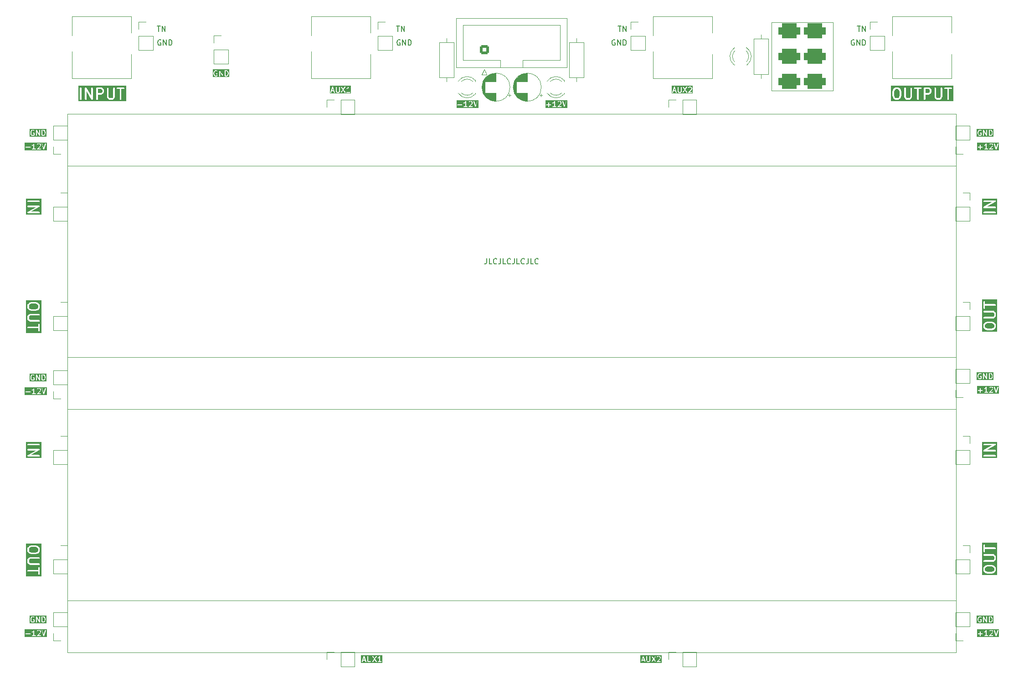
<source format=gbr>
%TF.GenerationSoftware,KiCad,Pcbnew,7.0.10-7.0.10~ubuntu22.04.1*%
%TF.CreationDate,2024-01-14T19:01:11-05:00*%
%TF.ProjectId,euro_2x,6575726f-5f32-4782-9e6b-696361645f70,rev?*%
%TF.SameCoordinates,Original*%
%TF.FileFunction,Legend,Top*%
%TF.FilePolarity,Positive*%
%FSLAX46Y46*%
G04 Gerber Fmt 4.6, Leading zero omitted, Abs format (unit mm)*
G04 Created by KiCad (PCBNEW 7.0.10-7.0.10~ubuntu22.04.1) date 2024-01-14 19:01:11*
%MOMM*%
%LPD*%
G01*
G04 APERTURE LIST*
G04 Aperture macros list*
%AMRoundRect*
0 Rectangle with rounded corners*
0 $1 Rounding radius*
0 $2 $3 $4 $5 $6 $7 $8 $9 X,Y pos of 4 corners*
0 Add a 4 corners polygon primitive as box body*
4,1,4,$2,$3,$4,$5,$6,$7,$8,$9,$2,$3,0*
0 Add four circle primitives for the rounded corners*
1,1,$1+$1,$2,$3*
1,1,$1+$1,$4,$5*
1,1,$1+$1,$6,$7*
1,1,$1+$1,$8,$9*
0 Add four rect primitives between the rounded corners*
20,1,$1+$1,$2,$3,$4,$5,0*
20,1,$1+$1,$4,$5,$6,$7,0*
20,1,$1+$1,$6,$7,$8,$9,0*
20,1,$1+$1,$8,$9,$2,$3,0*%
G04 Aperture macros list end*
%ADD10C,0.150000*%
%ADD11C,0.300000*%
%ADD12C,0.120000*%
%ADD13C,0.100000*%
%ADD14R,1.700000X1.700000*%
%ADD15O,1.700000X1.700000*%
%ADD16R,1.600000X1.600000*%
%ADD17C,1.600000*%
%ADD18R,1.800000X1.800000*%
%ADD19C,1.800000*%
%ADD20O,2.000000X3.500000*%
%ADD21O,2.000000X2.500000*%
%ADD22O,3.500000X1.500000*%
%ADD23RoundRect,0.250000X0.600000X-0.600000X0.600000X0.600000X-0.600000X0.600000X-0.600000X-0.600000X0*%
%ADD24C,1.700000*%
%ADD25RoundRect,0.698500X-1.333500X-0.698500X1.333500X-0.698500X1.333500X0.698500X-1.333500X0.698500X0*%
%ADD26O,1.600000X1.600000*%
G04 APERTURE END LIST*
D10*
X147780951Y-75654819D02*
X147780951Y-76369104D01*
X147780951Y-76369104D02*
X147733332Y-76511961D01*
X147733332Y-76511961D02*
X147638094Y-76607200D01*
X147638094Y-76607200D02*
X147495237Y-76654819D01*
X147495237Y-76654819D02*
X147399999Y-76654819D01*
X148733332Y-76654819D02*
X148257142Y-76654819D01*
X148257142Y-76654819D02*
X148257142Y-75654819D01*
X149638094Y-76559580D02*
X149590475Y-76607200D01*
X149590475Y-76607200D02*
X149447618Y-76654819D01*
X149447618Y-76654819D02*
X149352380Y-76654819D01*
X149352380Y-76654819D02*
X149209523Y-76607200D01*
X149209523Y-76607200D02*
X149114285Y-76511961D01*
X149114285Y-76511961D02*
X149066666Y-76416723D01*
X149066666Y-76416723D02*
X149019047Y-76226247D01*
X149019047Y-76226247D02*
X149019047Y-76083390D01*
X149019047Y-76083390D02*
X149066666Y-75892914D01*
X149066666Y-75892914D02*
X149114285Y-75797676D01*
X149114285Y-75797676D02*
X149209523Y-75702438D01*
X149209523Y-75702438D02*
X149352380Y-75654819D01*
X149352380Y-75654819D02*
X149447618Y-75654819D01*
X149447618Y-75654819D02*
X149590475Y-75702438D01*
X149590475Y-75702438D02*
X149638094Y-75750057D01*
X150352380Y-75654819D02*
X150352380Y-76369104D01*
X150352380Y-76369104D02*
X150304761Y-76511961D01*
X150304761Y-76511961D02*
X150209523Y-76607200D01*
X150209523Y-76607200D02*
X150066666Y-76654819D01*
X150066666Y-76654819D02*
X149971428Y-76654819D01*
X151304761Y-76654819D02*
X150828571Y-76654819D01*
X150828571Y-76654819D02*
X150828571Y-75654819D01*
X152209523Y-76559580D02*
X152161904Y-76607200D01*
X152161904Y-76607200D02*
X152019047Y-76654819D01*
X152019047Y-76654819D02*
X151923809Y-76654819D01*
X151923809Y-76654819D02*
X151780952Y-76607200D01*
X151780952Y-76607200D02*
X151685714Y-76511961D01*
X151685714Y-76511961D02*
X151638095Y-76416723D01*
X151638095Y-76416723D02*
X151590476Y-76226247D01*
X151590476Y-76226247D02*
X151590476Y-76083390D01*
X151590476Y-76083390D02*
X151638095Y-75892914D01*
X151638095Y-75892914D02*
X151685714Y-75797676D01*
X151685714Y-75797676D02*
X151780952Y-75702438D01*
X151780952Y-75702438D02*
X151923809Y-75654819D01*
X151923809Y-75654819D02*
X152019047Y-75654819D01*
X152019047Y-75654819D02*
X152161904Y-75702438D01*
X152161904Y-75702438D02*
X152209523Y-75750057D01*
X152923809Y-75654819D02*
X152923809Y-76369104D01*
X152923809Y-76369104D02*
X152876190Y-76511961D01*
X152876190Y-76511961D02*
X152780952Y-76607200D01*
X152780952Y-76607200D02*
X152638095Y-76654819D01*
X152638095Y-76654819D02*
X152542857Y-76654819D01*
X153876190Y-76654819D02*
X153400000Y-76654819D01*
X153400000Y-76654819D02*
X153400000Y-75654819D01*
X154780952Y-76559580D02*
X154733333Y-76607200D01*
X154733333Y-76607200D02*
X154590476Y-76654819D01*
X154590476Y-76654819D02*
X154495238Y-76654819D01*
X154495238Y-76654819D02*
X154352381Y-76607200D01*
X154352381Y-76607200D02*
X154257143Y-76511961D01*
X154257143Y-76511961D02*
X154209524Y-76416723D01*
X154209524Y-76416723D02*
X154161905Y-76226247D01*
X154161905Y-76226247D02*
X154161905Y-76083390D01*
X154161905Y-76083390D02*
X154209524Y-75892914D01*
X154209524Y-75892914D02*
X154257143Y-75797676D01*
X154257143Y-75797676D02*
X154352381Y-75702438D01*
X154352381Y-75702438D02*
X154495238Y-75654819D01*
X154495238Y-75654819D02*
X154590476Y-75654819D01*
X154590476Y-75654819D02*
X154733333Y-75702438D01*
X154733333Y-75702438D02*
X154780952Y-75750057D01*
X155495238Y-75654819D02*
X155495238Y-76369104D01*
X155495238Y-76369104D02*
X155447619Y-76511961D01*
X155447619Y-76511961D02*
X155352381Y-76607200D01*
X155352381Y-76607200D02*
X155209524Y-76654819D01*
X155209524Y-76654819D02*
X155114286Y-76654819D01*
X156447619Y-76654819D02*
X155971429Y-76654819D01*
X155971429Y-76654819D02*
X155971429Y-75654819D01*
X157352381Y-76559580D02*
X157304762Y-76607200D01*
X157304762Y-76607200D02*
X157161905Y-76654819D01*
X157161905Y-76654819D02*
X157066667Y-76654819D01*
X157066667Y-76654819D02*
X156923810Y-76607200D01*
X156923810Y-76607200D02*
X156828572Y-76511961D01*
X156828572Y-76511961D02*
X156780953Y-76416723D01*
X156780953Y-76416723D02*
X156733334Y-76226247D01*
X156733334Y-76226247D02*
X156733334Y-76083390D01*
X156733334Y-76083390D02*
X156780953Y-75892914D01*
X156780953Y-75892914D02*
X156828572Y-75797676D01*
X156828572Y-75797676D02*
X156923810Y-75702438D01*
X156923810Y-75702438D02*
X157066667Y-75654819D01*
X157066667Y-75654819D02*
X157161905Y-75654819D01*
X157161905Y-75654819D02*
X157304762Y-75702438D01*
X157304762Y-75702438D02*
X157352381Y-75750057D01*
G36*
X65519849Y-142315990D02*
G01*
X65593962Y-142390103D01*
X65632455Y-142467090D01*
X65675839Y-142640624D01*
X65675839Y-142765013D01*
X65632455Y-142938547D01*
X65593961Y-143015534D01*
X65519849Y-143089647D01*
X65405336Y-143127819D01*
X65254411Y-143127819D01*
X65254411Y-142277819D01*
X65405336Y-142277819D01*
X65519849Y-142315990D01*
G37*
G36*
X65968696Y-143420676D02*
G01*
X62866316Y-143420676D01*
X62866316Y-142774247D01*
X63009173Y-142774247D01*
X63010358Y-142777504D01*
X63011412Y-142792437D01*
X63059031Y-142982913D01*
X63061019Y-142985857D01*
X63064710Y-142998264D01*
X63112329Y-143093502D01*
X63113515Y-143094625D01*
X63126378Y-143112994D01*
X63221616Y-143208233D01*
X63225680Y-143210128D01*
X63228027Y-143213948D01*
X63250932Y-143226351D01*
X63393788Y-143273970D01*
X63395423Y-143273925D01*
X63417506Y-143277819D01*
X63512744Y-143277819D01*
X63514282Y-143277258D01*
X63536461Y-143273970D01*
X63679318Y-143226351D01*
X63682829Y-143223563D01*
X63687298Y-143223173D01*
X63708635Y-143208232D01*
X63714048Y-143202819D01*
X64056792Y-143202819D01*
X64074339Y-143251028D01*
X64118768Y-143276680D01*
X64169292Y-143267771D01*
X64202269Y-143228471D01*
X64206792Y-143202819D01*
X64206792Y-142485235D01*
X64638102Y-143240030D01*
X64643395Y-143244511D01*
X64645767Y-143251028D01*
X64662504Y-143260691D01*
X64677255Y-143273181D01*
X64684189Y-143273211D01*
X64690196Y-143276680D01*
X64709229Y-143273323D01*
X64728557Y-143273410D01*
X64733890Y-143268975D01*
X64740720Y-143267771D01*
X64753144Y-143252964D01*
X64768004Y-143240608D01*
X64769238Y-143233784D01*
X64773697Y-143228471D01*
X64778220Y-143202819D01*
X65104411Y-143202819D01*
X65111074Y-143221127D01*
X65114459Y-143240319D01*
X65119643Y-143244669D01*
X65121958Y-143251028D01*
X65138831Y-143260770D01*
X65153759Y-143273296D01*
X65163501Y-143275013D01*
X65166387Y-143276680D01*
X65169669Y-143276101D01*
X65179411Y-143277819D01*
X65417506Y-143277819D01*
X65419044Y-143277258D01*
X65441223Y-143273970D01*
X65584080Y-143226351D01*
X65587592Y-143223563D01*
X65592059Y-143223173D01*
X65613396Y-143208233D01*
X65708635Y-143112993D01*
X65709326Y-143111510D01*
X65722683Y-143093502D01*
X65770302Y-142998264D01*
X65770708Y-142994735D01*
X65775981Y-142982913D01*
X65823600Y-142792437D01*
X65823239Y-142788988D01*
X65825839Y-142774247D01*
X65825839Y-142631390D01*
X65824653Y-142628132D01*
X65823600Y-142613200D01*
X65775981Y-142422724D01*
X65773992Y-142419779D01*
X65770302Y-142407373D01*
X65722683Y-142312135D01*
X65721496Y-142311011D01*
X65708634Y-142292643D01*
X65613396Y-142197405D01*
X65609332Y-142195510D01*
X65606985Y-142191689D01*
X65584080Y-142179287D01*
X65441223Y-142131668D01*
X65439588Y-142131712D01*
X65417506Y-142127819D01*
X65179411Y-142127819D01*
X65161102Y-142134482D01*
X65141911Y-142137867D01*
X65137560Y-142143051D01*
X65131202Y-142145366D01*
X65121459Y-142162239D01*
X65108934Y-142177167D01*
X65107216Y-142186909D01*
X65105550Y-142189795D01*
X65106128Y-142193077D01*
X65104411Y-142202819D01*
X65104411Y-143202819D01*
X64778220Y-143202819D01*
X64778220Y-142202819D01*
X64760673Y-142154610D01*
X64716244Y-142128958D01*
X64665720Y-142137867D01*
X64632743Y-142177167D01*
X64628220Y-142202819D01*
X64628220Y-142920402D01*
X64196910Y-142165609D01*
X64191617Y-142161127D01*
X64189245Y-142154610D01*
X64172505Y-142144945D01*
X64157757Y-142132457D01*
X64150822Y-142132426D01*
X64144816Y-142128958D01*
X64125782Y-142132314D01*
X64106455Y-142132228D01*
X64101121Y-142136662D01*
X64094292Y-142137867D01*
X64081867Y-142152673D01*
X64067008Y-142165030D01*
X64065773Y-142171853D01*
X64061315Y-142177167D01*
X64056792Y-142202819D01*
X64056792Y-143202819D01*
X63714048Y-143202819D01*
X63756253Y-143160613D01*
X63763171Y-143145775D01*
X63773697Y-143133232D01*
X63776540Y-143117104D01*
X63777934Y-143114116D01*
X63777411Y-143112165D01*
X63778220Y-143107580D01*
X63778220Y-142774247D01*
X63771556Y-142755938D01*
X63768172Y-142736747D01*
X63762987Y-142732396D01*
X63760673Y-142726038D01*
X63743799Y-142716295D01*
X63728872Y-142703770D01*
X63719129Y-142702052D01*
X63716244Y-142700386D01*
X63712961Y-142700964D01*
X63703220Y-142699247D01*
X63512744Y-142699247D01*
X63464535Y-142716794D01*
X63438883Y-142761223D01*
X63447792Y-142811747D01*
X63487092Y-142844724D01*
X63512744Y-142849247D01*
X63628220Y-142849247D01*
X63628220Y-143076514D01*
X63615087Y-143089647D01*
X63500574Y-143127819D01*
X63429676Y-143127819D01*
X63315163Y-143089648D01*
X63241050Y-143015534D01*
X63202556Y-142938547D01*
X63159173Y-142765013D01*
X63159173Y-142640624D01*
X63202556Y-142467090D01*
X63241050Y-142390103D01*
X63315163Y-142315990D01*
X63429676Y-142277819D01*
X63542658Y-142277819D01*
X63622060Y-142317520D01*
X63673026Y-142323385D01*
X63715839Y-142295119D01*
X63730466Y-142245944D01*
X63710063Y-142198873D01*
X63689142Y-142183356D01*
X63593904Y-142135737D01*
X63589450Y-142135224D01*
X63586015Y-142132342D01*
X63560363Y-142127819D01*
X63417506Y-142127819D01*
X63415968Y-142128378D01*
X63393788Y-142131668D01*
X63250932Y-142179287D01*
X63247421Y-142182073D01*
X63242953Y-142182464D01*
X63221616Y-142197405D01*
X63126378Y-142292643D01*
X63125687Y-142294124D01*
X63112329Y-142312135D01*
X63064710Y-142407373D01*
X63064303Y-142410901D01*
X63059031Y-142422724D01*
X63011412Y-142613200D01*
X63011772Y-142616648D01*
X63009173Y-142631390D01*
X63009173Y-142774247D01*
X62866316Y-142774247D01*
X62866316Y-141984962D01*
X65968696Y-141984962D01*
X65968696Y-143420676D01*
G37*
X87220588Y-35062438D02*
X87125350Y-35014819D01*
X87125350Y-35014819D02*
X86982493Y-35014819D01*
X86982493Y-35014819D02*
X86839636Y-35062438D01*
X86839636Y-35062438D02*
X86744398Y-35157676D01*
X86744398Y-35157676D02*
X86696779Y-35252914D01*
X86696779Y-35252914D02*
X86649160Y-35443390D01*
X86649160Y-35443390D02*
X86649160Y-35586247D01*
X86649160Y-35586247D02*
X86696779Y-35776723D01*
X86696779Y-35776723D02*
X86744398Y-35871961D01*
X86744398Y-35871961D02*
X86839636Y-35967200D01*
X86839636Y-35967200D02*
X86982493Y-36014819D01*
X86982493Y-36014819D02*
X87077731Y-36014819D01*
X87077731Y-36014819D02*
X87220588Y-35967200D01*
X87220588Y-35967200D02*
X87268207Y-35919580D01*
X87268207Y-35919580D02*
X87268207Y-35586247D01*
X87268207Y-35586247D02*
X87077731Y-35586247D01*
X87696779Y-36014819D02*
X87696779Y-35014819D01*
X87696779Y-35014819D02*
X88268207Y-36014819D01*
X88268207Y-36014819D02*
X88268207Y-35014819D01*
X88744398Y-36014819D02*
X88744398Y-35014819D01*
X88744398Y-35014819D02*
X88982493Y-35014819D01*
X88982493Y-35014819D02*
X89125350Y-35062438D01*
X89125350Y-35062438D02*
X89220588Y-35157676D01*
X89220588Y-35157676D02*
X89268207Y-35252914D01*
X89268207Y-35252914D02*
X89315826Y-35443390D01*
X89315826Y-35443390D02*
X89315826Y-35586247D01*
X89315826Y-35586247D02*
X89268207Y-35776723D01*
X89268207Y-35776723D02*
X89220588Y-35871961D01*
X89220588Y-35871961D02*
X89125350Y-35967200D01*
X89125350Y-35967200D02*
X88982493Y-36014819D01*
X88982493Y-36014819D02*
X88744398Y-36014819D01*
X172177030Y-32474819D02*
X172748458Y-32474819D01*
X172462744Y-33474819D02*
X172462744Y-32474819D01*
X173081792Y-33474819D02*
X173081792Y-32474819D01*
X173081792Y-32474819D02*
X173653220Y-33474819D01*
X173653220Y-33474819D02*
X173653220Y-32474819D01*
X131670588Y-35062438D02*
X131575350Y-35014819D01*
X131575350Y-35014819D02*
X131432493Y-35014819D01*
X131432493Y-35014819D02*
X131289636Y-35062438D01*
X131289636Y-35062438D02*
X131194398Y-35157676D01*
X131194398Y-35157676D02*
X131146779Y-35252914D01*
X131146779Y-35252914D02*
X131099160Y-35443390D01*
X131099160Y-35443390D02*
X131099160Y-35586247D01*
X131099160Y-35586247D02*
X131146779Y-35776723D01*
X131146779Y-35776723D02*
X131194398Y-35871961D01*
X131194398Y-35871961D02*
X131289636Y-35967200D01*
X131289636Y-35967200D02*
X131432493Y-36014819D01*
X131432493Y-36014819D02*
X131527731Y-36014819D01*
X131527731Y-36014819D02*
X131670588Y-35967200D01*
X131670588Y-35967200D02*
X131718207Y-35919580D01*
X131718207Y-35919580D02*
X131718207Y-35586247D01*
X131718207Y-35586247D02*
X131527731Y-35586247D01*
X132146779Y-36014819D02*
X132146779Y-35014819D01*
X132146779Y-35014819D02*
X132718207Y-36014819D01*
X132718207Y-36014819D02*
X132718207Y-35014819D01*
X133194398Y-36014819D02*
X133194398Y-35014819D01*
X133194398Y-35014819D02*
X133432493Y-35014819D01*
X133432493Y-35014819D02*
X133575350Y-35062438D01*
X133575350Y-35062438D02*
X133670588Y-35157676D01*
X133670588Y-35157676D02*
X133718207Y-35252914D01*
X133718207Y-35252914D02*
X133765826Y-35443390D01*
X133765826Y-35443390D02*
X133765826Y-35586247D01*
X133765826Y-35586247D02*
X133718207Y-35776723D01*
X133718207Y-35776723D02*
X133670588Y-35871961D01*
X133670588Y-35871961D02*
X133575350Y-35967200D01*
X133575350Y-35967200D02*
X133432493Y-36014819D01*
X133432493Y-36014819D02*
X133194398Y-36014819D01*
X216055601Y-35062438D02*
X215960363Y-35014819D01*
X215960363Y-35014819D02*
X215817506Y-35014819D01*
X215817506Y-35014819D02*
X215674649Y-35062438D01*
X215674649Y-35062438D02*
X215579411Y-35157676D01*
X215579411Y-35157676D02*
X215531792Y-35252914D01*
X215531792Y-35252914D02*
X215484173Y-35443390D01*
X215484173Y-35443390D02*
X215484173Y-35586247D01*
X215484173Y-35586247D02*
X215531792Y-35776723D01*
X215531792Y-35776723D02*
X215579411Y-35871961D01*
X215579411Y-35871961D02*
X215674649Y-35967200D01*
X215674649Y-35967200D02*
X215817506Y-36014819D01*
X215817506Y-36014819D02*
X215912744Y-36014819D01*
X215912744Y-36014819D02*
X216055601Y-35967200D01*
X216055601Y-35967200D02*
X216103220Y-35919580D01*
X216103220Y-35919580D02*
X216103220Y-35586247D01*
X216103220Y-35586247D02*
X215912744Y-35586247D01*
X216531792Y-36014819D02*
X216531792Y-35014819D01*
X216531792Y-35014819D02*
X217103220Y-36014819D01*
X217103220Y-36014819D02*
X217103220Y-35014819D01*
X217579411Y-36014819D02*
X217579411Y-35014819D01*
X217579411Y-35014819D02*
X217817506Y-35014819D01*
X217817506Y-35014819D02*
X217960363Y-35062438D01*
X217960363Y-35062438D02*
X218055601Y-35157676D01*
X218055601Y-35157676D02*
X218103220Y-35252914D01*
X218103220Y-35252914D02*
X218150839Y-35443390D01*
X218150839Y-35443390D02*
X218150839Y-35586247D01*
X218150839Y-35586247D02*
X218103220Y-35776723D01*
X218103220Y-35776723D02*
X218055601Y-35871961D01*
X218055601Y-35871961D02*
X217960363Y-35967200D01*
X217960363Y-35967200D02*
X217817506Y-36014819D01*
X217817506Y-36014819D02*
X217579411Y-36014819D01*
G36*
X65519849Y-51891990D02*
G01*
X65593962Y-51966103D01*
X65632455Y-52043090D01*
X65675839Y-52216624D01*
X65675839Y-52341013D01*
X65632455Y-52514547D01*
X65593961Y-52591534D01*
X65519849Y-52665647D01*
X65405336Y-52703819D01*
X65254411Y-52703819D01*
X65254411Y-51853819D01*
X65405336Y-51853819D01*
X65519849Y-51891990D01*
G37*
G36*
X65968696Y-52996676D02*
G01*
X62866316Y-52996676D01*
X62866316Y-52350247D01*
X63009173Y-52350247D01*
X63010358Y-52353504D01*
X63011412Y-52368437D01*
X63059031Y-52558913D01*
X63061019Y-52561857D01*
X63064710Y-52574264D01*
X63112329Y-52669502D01*
X63113515Y-52670625D01*
X63126378Y-52688994D01*
X63221616Y-52784233D01*
X63225680Y-52786128D01*
X63228027Y-52789948D01*
X63250932Y-52802351D01*
X63393788Y-52849970D01*
X63395423Y-52849925D01*
X63417506Y-52853819D01*
X63512744Y-52853819D01*
X63514282Y-52853258D01*
X63536461Y-52849970D01*
X63679318Y-52802351D01*
X63682829Y-52799563D01*
X63687298Y-52799173D01*
X63708635Y-52784232D01*
X63714048Y-52778819D01*
X64056792Y-52778819D01*
X64074339Y-52827028D01*
X64118768Y-52852680D01*
X64169292Y-52843771D01*
X64202269Y-52804471D01*
X64206792Y-52778819D01*
X64206792Y-52061235D01*
X64638102Y-52816030D01*
X64643395Y-52820511D01*
X64645767Y-52827028D01*
X64662504Y-52836691D01*
X64677255Y-52849181D01*
X64684189Y-52849211D01*
X64690196Y-52852680D01*
X64709229Y-52849323D01*
X64728557Y-52849410D01*
X64733890Y-52844975D01*
X64740720Y-52843771D01*
X64753144Y-52828964D01*
X64768004Y-52816608D01*
X64769238Y-52809784D01*
X64773697Y-52804471D01*
X64778220Y-52778819D01*
X65104411Y-52778819D01*
X65111074Y-52797127D01*
X65114459Y-52816319D01*
X65119643Y-52820669D01*
X65121958Y-52827028D01*
X65138831Y-52836770D01*
X65153759Y-52849296D01*
X65163501Y-52851013D01*
X65166387Y-52852680D01*
X65169669Y-52852101D01*
X65179411Y-52853819D01*
X65417506Y-52853819D01*
X65419044Y-52853258D01*
X65441223Y-52849970D01*
X65584080Y-52802351D01*
X65587592Y-52799563D01*
X65592059Y-52799173D01*
X65613396Y-52784233D01*
X65708635Y-52688993D01*
X65709326Y-52687510D01*
X65722683Y-52669502D01*
X65770302Y-52574264D01*
X65770708Y-52570735D01*
X65775981Y-52558913D01*
X65823600Y-52368437D01*
X65823239Y-52364988D01*
X65825839Y-52350247D01*
X65825839Y-52207390D01*
X65824653Y-52204132D01*
X65823600Y-52189200D01*
X65775981Y-51998724D01*
X65773992Y-51995779D01*
X65770302Y-51983373D01*
X65722683Y-51888135D01*
X65721496Y-51887011D01*
X65708634Y-51868643D01*
X65613396Y-51773405D01*
X65609332Y-51771510D01*
X65606985Y-51767689D01*
X65584080Y-51755287D01*
X65441223Y-51707668D01*
X65439588Y-51707712D01*
X65417506Y-51703819D01*
X65179411Y-51703819D01*
X65161102Y-51710482D01*
X65141911Y-51713867D01*
X65137560Y-51719051D01*
X65131202Y-51721366D01*
X65121459Y-51738239D01*
X65108934Y-51753167D01*
X65107216Y-51762909D01*
X65105550Y-51765795D01*
X65106128Y-51769077D01*
X65104411Y-51778819D01*
X65104411Y-52778819D01*
X64778220Y-52778819D01*
X64778220Y-51778819D01*
X64760673Y-51730610D01*
X64716244Y-51704958D01*
X64665720Y-51713867D01*
X64632743Y-51753167D01*
X64628220Y-51778819D01*
X64628220Y-52496402D01*
X64196910Y-51741609D01*
X64191617Y-51737127D01*
X64189245Y-51730610D01*
X64172505Y-51720945D01*
X64157757Y-51708457D01*
X64150822Y-51708426D01*
X64144816Y-51704958D01*
X64125782Y-51708314D01*
X64106455Y-51708228D01*
X64101121Y-51712662D01*
X64094292Y-51713867D01*
X64081867Y-51728673D01*
X64067008Y-51741030D01*
X64065773Y-51747853D01*
X64061315Y-51753167D01*
X64056792Y-51778819D01*
X64056792Y-52778819D01*
X63714048Y-52778819D01*
X63756253Y-52736613D01*
X63763171Y-52721775D01*
X63773697Y-52709232D01*
X63776540Y-52693104D01*
X63777934Y-52690116D01*
X63777411Y-52688165D01*
X63778220Y-52683580D01*
X63778220Y-52350247D01*
X63771556Y-52331938D01*
X63768172Y-52312747D01*
X63762987Y-52308396D01*
X63760673Y-52302038D01*
X63743799Y-52292295D01*
X63728872Y-52279770D01*
X63719129Y-52278052D01*
X63716244Y-52276386D01*
X63712961Y-52276964D01*
X63703220Y-52275247D01*
X63512744Y-52275247D01*
X63464535Y-52292794D01*
X63438883Y-52337223D01*
X63447792Y-52387747D01*
X63487092Y-52420724D01*
X63512744Y-52425247D01*
X63628220Y-52425247D01*
X63628220Y-52652514D01*
X63615087Y-52665647D01*
X63500574Y-52703819D01*
X63429676Y-52703819D01*
X63315163Y-52665648D01*
X63241050Y-52591534D01*
X63202556Y-52514547D01*
X63159173Y-52341013D01*
X63159173Y-52216624D01*
X63202556Y-52043090D01*
X63241050Y-51966103D01*
X63315163Y-51891990D01*
X63429676Y-51853819D01*
X63542658Y-51853819D01*
X63622060Y-51893520D01*
X63673026Y-51899385D01*
X63715839Y-51871119D01*
X63730466Y-51821944D01*
X63710063Y-51774873D01*
X63689142Y-51759356D01*
X63593904Y-51711737D01*
X63589450Y-51711224D01*
X63586015Y-51708342D01*
X63560363Y-51703819D01*
X63417506Y-51703819D01*
X63415968Y-51704378D01*
X63393788Y-51707668D01*
X63250932Y-51755287D01*
X63247421Y-51758073D01*
X63242953Y-51758464D01*
X63221616Y-51773405D01*
X63126378Y-51868643D01*
X63125687Y-51870124D01*
X63112329Y-51888135D01*
X63064710Y-51983373D01*
X63064303Y-51986901D01*
X63059031Y-51998724D01*
X63011412Y-52189200D01*
X63011772Y-52192648D01*
X63009173Y-52207390D01*
X63009173Y-52350247D01*
X62866316Y-52350247D01*
X62866316Y-51560962D01*
X65968696Y-51560962D01*
X65968696Y-52996676D01*
G37*
X216627030Y-32474819D02*
X217198458Y-32474819D01*
X216912744Y-33474819D02*
X216912744Y-32474819D01*
X217531792Y-33474819D02*
X217531792Y-32474819D01*
X217531792Y-32474819D02*
X218103220Y-33474819D01*
X218103220Y-33474819D02*
X218103220Y-32474819D01*
X171605601Y-35062438D02*
X171510363Y-35014819D01*
X171510363Y-35014819D02*
X171367506Y-35014819D01*
X171367506Y-35014819D02*
X171224649Y-35062438D01*
X171224649Y-35062438D02*
X171129411Y-35157676D01*
X171129411Y-35157676D02*
X171081792Y-35252914D01*
X171081792Y-35252914D02*
X171034173Y-35443390D01*
X171034173Y-35443390D02*
X171034173Y-35586247D01*
X171034173Y-35586247D02*
X171081792Y-35776723D01*
X171081792Y-35776723D02*
X171129411Y-35871961D01*
X171129411Y-35871961D02*
X171224649Y-35967200D01*
X171224649Y-35967200D02*
X171367506Y-36014819D01*
X171367506Y-36014819D02*
X171462744Y-36014819D01*
X171462744Y-36014819D02*
X171605601Y-35967200D01*
X171605601Y-35967200D02*
X171653220Y-35919580D01*
X171653220Y-35919580D02*
X171653220Y-35586247D01*
X171653220Y-35586247D02*
X171462744Y-35586247D01*
X172081792Y-36014819D02*
X172081792Y-35014819D01*
X172081792Y-35014819D02*
X172653220Y-36014819D01*
X172653220Y-36014819D02*
X172653220Y-35014819D01*
X173129411Y-36014819D02*
X173129411Y-35014819D01*
X173129411Y-35014819D02*
X173367506Y-35014819D01*
X173367506Y-35014819D02*
X173510363Y-35062438D01*
X173510363Y-35062438D02*
X173605601Y-35157676D01*
X173605601Y-35157676D02*
X173653220Y-35252914D01*
X173653220Y-35252914D02*
X173700839Y-35443390D01*
X173700839Y-35443390D02*
X173700839Y-35586247D01*
X173700839Y-35586247D02*
X173653220Y-35776723D01*
X173653220Y-35776723D02*
X173605601Y-35871961D01*
X173605601Y-35871961D02*
X173510363Y-35967200D01*
X173510363Y-35967200D02*
X173367506Y-36014819D01*
X173367506Y-36014819D02*
X173129411Y-36014819D01*
G36*
X241484836Y-51891990D02*
G01*
X241558949Y-51966103D01*
X241597442Y-52043090D01*
X241640826Y-52216624D01*
X241640826Y-52341013D01*
X241597442Y-52514547D01*
X241558948Y-52591534D01*
X241484836Y-52665647D01*
X241370323Y-52703819D01*
X241219398Y-52703819D01*
X241219398Y-51853819D01*
X241370323Y-51853819D01*
X241484836Y-51891990D01*
G37*
G36*
X241933683Y-52996676D02*
G01*
X238831303Y-52996676D01*
X238831303Y-52350247D01*
X238974160Y-52350247D01*
X238975345Y-52353504D01*
X238976399Y-52368437D01*
X239024018Y-52558913D01*
X239026006Y-52561857D01*
X239029697Y-52574264D01*
X239077316Y-52669502D01*
X239078502Y-52670625D01*
X239091365Y-52688994D01*
X239186603Y-52784233D01*
X239190667Y-52786128D01*
X239193014Y-52789948D01*
X239215919Y-52802351D01*
X239358775Y-52849970D01*
X239360410Y-52849925D01*
X239382493Y-52853819D01*
X239477731Y-52853819D01*
X239479269Y-52853258D01*
X239501448Y-52849970D01*
X239644305Y-52802351D01*
X239647816Y-52799563D01*
X239652285Y-52799173D01*
X239673622Y-52784232D01*
X239679035Y-52778819D01*
X240021779Y-52778819D01*
X240039326Y-52827028D01*
X240083755Y-52852680D01*
X240134279Y-52843771D01*
X240167256Y-52804471D01*
X240171779Y-52778819D01*
X240171779Y-52061235D01*
X240603089Y-52816030D01*
X240608382Y-52820511D01*
X240610754Y-52827028D01*
X240627491Y-52836691D01*
X240642242Y-52849181D01*
X240649176Y-52849211D01*
X240655183Y-52852680D01*
X240674216Y-52849323D01*
X240693544Y-52849410D01*
X240698877Y-52844975D01*
X240705707Y-52843771D01*
X240718131Y-52828964D01*
X240732991Y-52816608D01*
X240734225Y-52809784D01*
X240738684Y-52804471D01*
X240743207Y-52778819D01*
X241069398Y-52778819D01*
X241076061Y-52797127D01*
X241079446Y-52816319D01*
X241084630Y-52820669D01*
X241086945Y-52827028D01*
X241103818Y-52836770D01*
X241118746Y-52849296D01*
X241128488Y-52851013D01*
X241131374Y-52852680D01*
X241134656Y-52852101D01*
X241144398Y-52853819D01*
X241382493Y-52853819D01*
X241384031Y-52853258D01*
X241406210Y-52849970D01*
X241549067Y-52802351D01*
X241552579Y-52799563D01*
X241557046Y-52799173D01*
X241578383Y-52784233D01*
X241673622Y-52688993D01*
X241674313Y-52687510D01*
X241687670Y-52669502D01*
X241735289Y-52574264D01*
X241735695Y-52570735D01*
X241740968Y-52558913D01*
X241788587Y-52368437D01*
X241788226Y-52364988D01*
X241790826Y-52350247D01*
X241790826Y-52207390D01*
X241789640Y-52204132D01*
X241788587Y-52189200D01*
X241740968Y-51998724D01*
X241738979Y-51995779D01*
X241735289Y-51983373D01*
X241687670Y-51888135D01*
X241686483Y-51887011D01*
X241673621Y-51868643D01*
X241578383Y-51773405D01*
X241574319Y-51771510D01*
X241571972Y-51767689D01*
X241549067Y-51755287D01*
X241406210Y-51707668D01*
X241404575Y-51707712D01*
X241382493Y-51703819D01*
X241144398Y-51703819D01*
X241126089Y-51710482D01*
X241106898Y-51713867D01*
X241102547Y-51719051D01*
X241096189Y-51721366D01*
X241086446Y-51738239D01*
X241073921Y-51753167D01*
X241072203Y-51762909D01*
X241070537Y-51765795D01*
X241071115Y-51769077D01*
X241069398Y-51778819D01*
X241069398Y-52778819D01*
X240743207Y-52778819D01*
X240743207Y-51778819D01*
X240725660Y-51730610D01*
X240681231Y-51704958D01*
X240630707Y-51713867D01*
X240597730Y-51753167D01*
X240593207Y-51778819D01*
X240593207Y-52496402D01*
X240161897Y-51741609D01*
X240156604Y-51737127D01*
X240154232Y-51730610D01*
X240137492Y-51720945D01*
X240122744Y-51708457D01*
X240115809Y-51708426D01*
X240109803Y-51704958D01*
X240090769Y-51708314D01*
X240071442Y-51708228D01*
X240066108Y-51712662D01*
X240059279Y-51713867D01*
X240046854Y-51728673D01*
X240031995Y-51741030D01*
X240030760Y-51747853D01*
X240026302Y-51753167D01*
X240021779Y-51778819D01*
X240021779Y-52778819D01*
X239679035Y-52778819D01*
X239721240Y-52736613D01*
X239728158Y-52721775D01*
X239738684Y-52709232D01*
X239741527Y-52693104D01*
X239742921Y-52690116D01*
X239742398Y-52688165D01*
X239743207Y-52683580D01*
X239743207Y-52350247D01*
X239736543Y-52331938D01*
X239733159Y-52312747D01*
X239727974Y-52308396D01*
X239725660Y-52302038D01*
X239708786Y-52292295D01*
X239693859Y-52279770D01*
X239684116Y-52278052D01*
X239681231Y-52276386D01*
X239677948Y-52276964D01*
X239668207Y-52275247D01*
X239477731Y-52275247D01*
X239429522Y-52292794D01*
X239403870Y-52337223D01*
X239412779Y-52387747D01*
X239452079Y-52420724D01*
X239477731Y-52425247D01*
X239593207Y-52425247D01*
X239593207Y-52652514D01*
X239580074Y-52665647D01*
X239465561Y-52703819D01*
X239394663Y-52703819D01*
X239280150Y-52665648D01*
X239206037Y-52591534D01*
X239167543Y-52514547D01*
X239124160Y-52341013D01*
X239124160Y-52216624D01*
X239167543Y-52043090D01*
X239206037Y-51966103D01*
X239280150Y-51891990D01*
X239394663Y-51853819D01*
X239507645Y-51853819D01*
X239587047Y-51893520D01*
X239638013Y-51899385D01*
X239680826Y-51871119D01*
X239695453Y-51821944D01*
X239675050Y-51774873D01*
X239654129Y-51759356D01*
X239558891Y-51711737D01*
X239554437Y-51711224D01*
X239551002Y-51708342D01*
X239525350Y-51703819D01*
X239382493Y-51703819D01*
X239380955Y-51704378D01*
X239358775Y-51707668D01*
X239215919Y-51755287D01*
X239212408Y-51758073D01*
X239207940Y-51758464D01*
X239186603Y-51773405D01*
X239091365Y-51868643D01*
X239090674Y-51870124D01*
X239077316Y-51888135D01*
X239029697Y-51983373D01*
X239029290Y-51986901D01*
X239024018Y-51998724D01*
X238976399Y-52189200D01*
X238976759Y-52192648D01*
X238974160Y-52207390D01*
X238974160Y-52350247D01*
X238831303Y-52350247D01*
X238831303Y-51560962D01*
X241933683Y-51560962D01*
X241933683Y-52996676D01*
G37*
X86553922Y-32474819D02*
X87125350Y-32474819D01*
X86839636Y-33474819D02*
X86839636Y-32474819D01*
X87458684Y-33474819D02*
X87458684Y-32474819D01*
X87458684Y-32474819D02*
X88030112Y-33474819D01*
X88030112Y-33474819D02*
X88030112Y-32474819D01*
G36*
X241484836Y-97103990D02*
G01*
X241558949Y-97178103D01*
X241597442Y-97255090D01*
X241640826Y-97428624D01*
X241640826Y-97553013D01*
X241597442Y-97726547D01*
X241558948Y-97803534D01*
X241484836Y-97877647D01*
X241370323Y-97915819D01*
X241219398Y-97915819D01*
X241219398Y-97065819D01*
X241370323Y-97065819D01*
X241484836Y-97103990D01*
G37*
G36*
X241933683Y-98208676D02*
G01*
X238831303Y-98208676D01*
X238831303Y-97562247D01*
X238974160Y-97562247D01*
X238975345Y-97565504D01*
X238976399Y-97580437D01*
X239024018Y-97770913D01*
X239026006Y-97773857D01*
X239029697Y-97786264D01*
X239077316Y-97881502D01*
X239078502Y-97882625D01*
X239091365Y-97900994D01*
X239186603Y-97996233D01*
X239190667Y-97998128D01*
X239193014Y-98001948D01*
X239215919Y-98014351D01*
X239358775Y-98061970D01*
X239360410Y-98061925D01*
X239382493Y-98065819D01*
X239477731Y-98065819D01*
X239479269Y-98065258D01*
X239501448Y-98061970D01*
X239644305Y-98014351D01*
X239647816Y-98011563D01*
X239652285Y-98011173D01*
X239673622Y-97996232D01*
X239679035Y-97990819D01*
X240021779Y-97990819D01*
X240039326Y-98039028D01*
X240083755Y-98064680D01*
X240134279Y-98055771D01*
X240167256Y-98016471D01*
X240171779Y-97990819D01*
X240171779Y-97273235D01*
X240603089Y-98028030D01*
X240608382Y-98032511D01*
X240610754Y-98039028D01*
X240627491Y-98048691D01*
X240642242Y-98061181D01*
X240649176Y-98061211D01*
X240655183Y-98064680D01*
X240674216Y-98061323D01*
X240693544Y-98061410D01*
X240698877Y-98056975D01*
X240705707Y-98055771D01*
X240718131Y-98040964D01*
X240732991Y-98028608D01*
X240734225Y-98021784D01*
X240738684Y-98016471D01*
X240743207Y-97990819D01*
X241069398Y-97990819D01*
X241076061Y-98009127D01*
X241079446Y-98028319D01*
X241084630Y-98032669D01*
X241086945Y-98039028D01*
X241103818Y-98048770D01*
X241118746Y-98061296D01*
X241128488Y-98063013D01*
X241131374Y-98064680D01*
X241134656Y-98064101D01*
X241144398Y-98065819D01*
X241382493Y-98065819D01*
X241384031Y-98065258D01*
X241406210Y-98061970D01*
X241549067Y-98014351D01*
X241552579Y-98011563D01*
X241557046Y-98011173D01*
X241578383Y-97996233D01*
X241673622Y-97900993D01*
X241674313Y-97899510D01*
X241687670Y-97881502D01*
X241735289Y-97786264D01*
X241735695Y-97782735D01*
X241740968Y-97770913D01*
X241788587Y-97580437D01*
X241788226Y-97576988D01*
X241790826Y-97562247D01*
X241790826Y-97419390D01*
X241789640Y-97416132D01*
X241788587Y-97401200D01*
X241740968Y-97210724D01*
X241738979Y-97207779D01*
X241735289Y-97195373D01*
X241687670Y-97100135D01*
X241686483Y-97099011D01*
X241673621Y-97080643D01*
X241578383Y-96985405D01*
X241574319Y-96983510D01*
X241571972Y-96979689D01*
X241549067Y-96967287D01*
X241406210Y-96919668D01*
X241404575Y-96919712D01*
X241382493Y-96915819D01*
X241144398Y-96915819D01*
X241126089Y-96922482D01*
X241106898Y-96925867D01*
X241102547Y-96931051D01*
X241096189Y-96933366D01*
X241086446Y-96950239D01*
X241073921Y-96965167D01*
X241072203Y-96974909D01*
X241070537Y-96977795D01*
X241071115Y-96981077D01*
X241069398Y-96990819D01*
X241069398Y-97990819D01*
X240743207Y-97990819D01*
X240743207Y-96990819D01*
X240725660Y-96942610D01*
X240681231Y-96916958D01*
X240630707Y-96925867D01*
X240597730Y-96965167D01*
X240593207Y-96990819D01*
X240593207Y-97708402D01*
X240161897Y-96953609D01*
X240156604Y-96949127D01*
X240154232Y-96942610D01*
X240137492Y-96932945D01*
X240122744Y-96920457D01*
X240115809Y-96920426D01*
X240109803Y-96916958D01*
X240090769Y-96920314D01*
X240071442Y-96920228D01*
X240066108Y-96924662D01*
X240059279Y-96925867D01*
X240046854Y-96940673D01*
X240031995Y-96953030D01*
X240030760Y-96959853D01*
X240026302Y-96965167D01*
X240021779Y-96990819D01*
X240021779Y-97990819D01*
X239679035Y-97990819D01*
X239721240Y-97948613D01*
X239728158Y-97933775D01*
X239738684Y-97921232D01*
X239741527Y-97905104D01*
X239742921Y-97902116D01*
X239742398Y-97900165D01*
X239743207Y-97895580D01*
X239743207Y-97562247D01*
X239736543Y-97543938D01*
X239733159Y-97524747D01*
X239727974Y-97520396D01*
X239725660Y-97514038D01*
X239708786Y-97504295D01*
X239693859Y-97491770D01*
X239684116Y-97490052D01*
X239681231Y-97488386D01*
X239677948Y-97488964D01*
X239668207Y-97487247D01*
X239477731Y-97487247D01*
X239429522Y-97504794D01*
X239403870Y-97549223D01*
X239412779Y-97599747D01*
X239452079Y-97632724D01*
X239477731Y-97637247D01*
X239593207Y-97637247D01*
X239593207Y-97864514D01*
X239580074Y-97877647D01*
X239465561Y-97915819D01*
X239394663Y-97915819D01*
X239280150Y-97877648D01*
X239206037Y-97803534D01*
X239167543Y-97726547D01*
X239124160Y-97553013D01*
X239124160Y-97428624D01*
X239167543Y-97255090D01*
X239206037Y-97178103D01*
X239280150Y-97103990D01*
X239394663Y-97065819D01*
X239507645Y-97065819D01*
X239587047Y-97105520D01*
X239638013Y-97111385D01*
X239680826Y-97083119D01*
X239695453Y-97033944D01*
X239675050Y-96986873D01*
X239654129Y-96971356D01*
X239558891Y-96923737D01*
X239554437Y-96923224D01*
X239551002Y-96920342D01*
X239525350Y-96915819D01*
X239382493Y-96915819D01*
X239380955Y-96916378D01*
X239358775Y-96919668D01*
X239215919Y-96967287D01*
X239212408Y-96970073D01*
X239207940Y-96970464D01*
X239186603Y-96985405D01*
X239091365Y-97080643D01*
X239090674Y-97082124D01*
X239077316Y-97100135D01*
X239029697Y-97195373D01*
X239029290Y-97198901D01*
X239024018Y-97210724D01*
X238976399Y-97401200D01*
X238976759Y-97404648D01*
X238974160Y-97419390D01*
X238974160Y-97562247D01*
X238831303Y-97562247D01*
X238831303Y-96772962D01*
X241933683Y-96772962D01*
X241933683Y-98208676D01*
G37*
G36*
X241484836Y-142315990D02*
G01*
X241558949Y-142390103D01*
X241597442Y-142467090D01*
X241640826Y-142640624D01*
X241640826Y-142765013D01*
X241597442Y-142938547D01*
X241558948Y-143015534D01*
X241484836Y-143089647D01*
X241370323Y-143127819D01*
X241219398Y-143127819D01*
X241219398Y-142277819D01*
X241370323Y-142277819D01*
X241484836Y-142315990D01*
G37*
G36*
X241933683Y-143420676D02*
G01*
X238831303Y-143420676D01*
X238831303Y-142774247D01*
X238974160Y-142774247D01*
X238975345Y-142777504D01*
X238976399Y-142792437D01*
X239024018Y-142982913D01*
X239026006Y-142985857D01*
X239029697Y-142998264D01*
X239077316Y-143093502D01*
X239078502Y-143094625D01*
X239091365Y-143112994D01*
X239186603Y-143208233D01*
X239190667Y-143210128D01*
X239193014Y-143213948D01*
X239215919Y-143226351D01*
X239358775Y-143273970D01*
X239360410Y-143273925D01*
X239382493Y-143277819D01*
X239477731Y-143277819D01*
X239479269Y-143277258D01*
X239501448Y-143273970D01*
X239644305Y-143226351D01*
X239647816Y-143223563D01*
X239652285Y-143223173D01*
X239673622Y-143208232D01*
X239679035Y-143202819D01*
X240021779Y-143202819D01*
X240039326Y-143251028D01*
X240083755Y-143276680D01*
X240134279Y-143267771D01*
X240167256Y-143228471D01*
X240171779Y-143202819D01*
X240171779Y-142485235D01*
X240603089Y-143240030D01*
X240608382Y-143244511D01*
X240610754Y-143251028D01*
X240627491Y-143260691D01*
X240642242Y-143273181D01*
X240649176Y-143273211D01*
X240655183Y-143276680D01*
X240674216Y-143273323D01*
X240693544Y-143273410D01*
X240698877Y-143268975D01*
X240705707Y-143267771D01*
X240718131Y-143252964D01*
X240732991Y-143240608D01*
X240734225Y-143233784D01*
X240738684Y-143228471D01*
X240743207Y-143202819D01*
X241069398Y-143202819D01*
X241076061Y-143221127D01*
X241079446Y-143240319D01*
X241084630Y-143244669D01*
X241086945Y-143251028D01*
X241103818Y-143260770D01*
X241118746Y-143273296D01*
X241128488Y-143275013D01*
X241131374Y-143276680D01*
X241134656Y-143276101D01*
X241144398Y-143277819D01*
X241382493Y-143277819D01*
X241384031Y-143277258D01*
X241406210Y-143273970D01*
X241549067Y-143226351D01*
X241552579Y-143223563D01*
X241557046Y-143223173D01*
X241578383Y-143208233D01*
X241673622Y-143112993D01*
X241674313Y-143111510D01*
X241687670Y-143093502D01*
X241735289Y-142998264D01*
X241735695Y-142994735D01*
X241740968Y-142982913D01*
X241788587Y-142792437D01*
X241788226Y-142788988D01*
X241790826Y-142774247D01*
X241790826Y-142631390D01*
X241789640Y-142628132D01*
X241788587Y-142613200D01*
X241740968Y-142422724D01*
X241738979Y-142419779D01*
X241735289Y-142407373D01*
X241687670Y-142312135D01*
X241686483Y-142311011D01*
X241673621Y-142292643D01*
X241578383Y-142197405D01*
X241574319Y-142195510D01*
X241571972Y-142191689D01*
X241549067Y-142179287D01*
X241406210Y-142131668D01*
X241404575Y-142131712D01*
X241382493Y-142127819D01*
X241144398Y-142127819D01*
X241126089Y-142134482D01*
X241106898Y-142137867D01*
X241102547Y-142143051D01*
X241096189Y-142145366D01*
X241086446Y-142162239D01*
X241073921Y-142177167D01*
X241072203Y-142186909D01*
X241070537Y-142189795D01*
X241071115Y-142193077D01*
X241069398Y-142202819D01*
X241069398Y-143202819D01*
X240743207Y-143202819D01*
X240743207Y-142202819D01*
X240725660Y-142154610D01*
X240681231Y-142128958D01*
X240630707Y-142137867D01*
X240597730Y-142177167D01*
X240593207Y-142202819D01*
X240593207Y-142920402D01*
X240161897Y-142165609D01*
X240156604Y-142161127D01*
X240154232Y-142154610D01*
X240137492Y-142144945D01*
X240122744Y-142132457D01*
X240115809Y-142132426D01*
X240109803Y-142128958D01*
X240090769Y-142132314D01*
X240071442Y-142132228D01*
X240066108Y-142136662D01*
X240059279Y-142137867D01*
X240046854Y-142152673D01*
X240031995Y-142165030D01*
X240030760Y-142171853D01*
X240026302Y-142177167D01*
X240021779Y-142202819D01*
X240021779Y-143202819D01*
X239679035Y-143202819D01*
X239721240Y-143160613D01*
X239728158Y-143145775D01*
X239738684Y-143133232D01*
X239741527Y-143117104D01*
X239742921Y-143114116D01*
X239742398Y-143112165D01*
X239743207Y-143107580D01*
X239743207Y-142774247D01*
X239736543Y-142755938D01*
X239733159Y-142736747D01*
X239727974Y-142732396D01*
X239725660Y-142726038D01*
X239708786Y-142716295D01*
X239693859Y-142703770D01*
X239684116Y-142702052D01*
X239681231Y-142700386D01*
X239677948Y-142700964D01*
X239668207Y-142699247D01*
X239477731Y-142699247D01*
X239429522Y-142716794D01*
X239403870Y-142761223D01*
X239412779Y-142811747D01*
X239452079Y-142844724D01*
X239477731Y-142849247D01*
X239593207Y-142849247D01*
X239593207Y-143076514D01*
X239580074Y-143089647D01*
X239465561Y-143127819D01*
X239394663Y-143127819D01*
X239280150Y-143089648D01*
X239206037Y-143015534D01*
X239167543Y-142938547D01*
X239124160Y-142765013D01*
X239124160Y-142640624D01*
X239167543Y-142467090D01*
X239206037Y-142390103D01*
X239280150Y-142315990D01*
X239394663Y-142277819D01*
X239507645Y-142277819D01*
X239587047Y-142317520D01*
X239638013Y-142323385D01*
X239680826Y-142295119D01*
X239695453Y-142245944D01*
X239675050Y-142198873D01*
X239654129Y-142183356D01*
X239558891Y-142135737D01*
X239554437Y-142135224D01*
X239551002Y-142132342D01*
X239525350Y-142127819D01*
X239382493Y-142127819D01*
X239380955Y-142128378D01*
X239358775Y-142131668D01*
X239215919Y-142179287D01*
X239212408Y-142182073D01*
X239207940Y-142182464D01*
X239186603Y-142197405D01*
X239091365Y-142292643D01*
X239090674Y-142294124D01*
X239077316Y-142312135D01*
X239029697Y-142407373D01*
X239029290Y-142410901D01*
X239024018Y-142422724D01*
X238976399Y-142613200D01*
X238976759Y-142616648D01*
X238974160Y-142631390D01*
X238974160Y-142774247D01*
X238831303Y-142774247D01*
X238831303Y-141984962D01*
X241933683Y-141984962D01*
X241933683Y-143420676D01*
G37*
X131003922Y-32474819D02*
X131575350Y-32474819D01*
X131289636Y-33474819D02*
X131289636Y-32474819D01*
X131908684Y-33474819D02*
X131908684Y-32474819D01*
X131908684Y-32474819D02*
X132480112Y-33474819D01*
X132480112Y-33474819D02*
X132480112Y-32474819D01*
G36*
X65519849Y-97357990D02*
G01*
X65593962Y-97432103D01*
X65632455Y-97509090D01*
X65675839Y-97682624D01*
X65675839Y-97807013D01*
X65632455Y-97980547D01*
X65593961Y-98057534D01*
X65519849Y-98131647D01*
X65405336Y-98169819D01*
X65254411Y-98169819D01*
X65254411Y-97319819D01*
X65405336Y-97319819D01*
X65519849Y-97357990D01*
G37*
G36*
X65968696Y-98462676D02*
G01*
X62866316Y-98462676D01*
X62866316Y-97816247D01*
X63009173Y-97816247D01*
X63010358Y-97819504D01*
X63011412Y-97834437D01*
X63059031Y-98024913D01*
X63061019Y-98027857D01*
X63064710Y-98040264D01*
X63112329Y-98135502D01*
X63113515Y-98136625D01*
X63126378Y-98154994D01*
X63221616Y-98250233D01*
X63225680Y-98252128D01*
X63228027Y-98255948D01*
X63250932Y-98268351D01*
X63393788Y-98315970D01*
X63395423Y-98315925D01*
X63417506Y-98319819D01*
X63512744Y-98319819D01*
X63514282Y-98319258D01*
X63536461Y-98315970D01*
X63679318Y-98268351D01*
X63682829Y-98265563D01*
X63687298Y-98265173D01*
X63708635Y-98250232D01*
X63714048Y-98244819D01*
X64056792Y-98244819D01*
X64074339Y-98293028D01*
X64118768Y-98318680D01*
X64169292Y-98309771D01*
X64202269Y-98270471D01*
X64206792Y-98244819D01*
X64206792Y-97527235D01*
X64638102Y-98282030D01*
X64643395Y-98286511D01*
X64645767Y-98293028D01*
X64662504Y-98302691D01*
X64677255Y-98315181D01*
X64684189Y-98315211D01*
X64690196Y-98318680D01*
X64709229Y-98315323D01*
X64728557Y-98315410D01*
X64733890Y-98310975D01*
X64740720Y-98309771D01*
X64753144Y-98294964D01*
X64768004Y-98282608D01*
X64769238Y-98275784D01*
X64773697Y-98270471D01*
X64778220Y-98244819D01*
X65104411Y-98244819D01*
X65111074Y-98263127D01*
X65114459Y-98282319D01*
X65119643Y-98286669D01*
X65121958Y-98293028D01*
X65138831Y-98302770D01*
X65153759Y-98315296D01*
X65163501Y-98317013D01*
X65166387Y-98318680D01*
X65169669Y-98318101D01*
X65179411Y-98319819D01*
X65417506Y-98319819D01*
X65419044Y-98319258D01*
X65441223Y-98315970D01*
X65584080Y-98268351D01*
X65587592Y-98265563D01*
X65592059Y-98265173D01*
X65613396Y-98250233D01*
X65708635Y-98154993D01*
X65709326Y-98153510D01*
X65722683Y-98135502D01*
X65770302Y-98040264D01*
X65770708Y-98036735D01*
X65775981Y-98024913D01*
X65823600Y-97834437D01*
X65823239Y-97830988D01*
X65825839Y-97816247D01*
X65825839Y-97673390D01*
X65824653Y-97670132D01*
X65823600Y-97655200D01*
X65775981Y-97464724D01*
X65773992Y-97461779D01*
X65770302Y-97449373D01*
X65722683Y-97354135D01*
X65721496Y-97353011D01*
X65708634Y-97334643D01*
X65613396Y-97239405D01*
X65609332Y-97237510D01*
X65606985Y-97233689D01*
X65584080Y-97221287D01*
X65441223Y-97173668D01*
X65439588Y-97173712D01*
X65417506Y-97169819D01*
X65179411Y-97169819D01*
X65161102Y-97176482D01*
X65141911Y-97179867D01*
X65137560Y-97185051D01*
X65131202Y-97187366D01*
X65121459Y-97204239D01*
X65108934Y-97219167D01*
X65107216Y-97228909D01*
X65105550Y-97231795D01*
X65106128Y-97235077D01*
X65104411Y-97244819D01*
X65104411Y-98244819D01*
X64778220Y-98244819D01*
X64778220Y-97244819D01*
X64760673Y-97196610D01*
X64716244Y-97170958D01*
X64665720Y-97179867D01*
X64632743Y-97219167D01*
X64628220Y-97244819D01*
X64628220Y-97962402D01*
X64196910Y-97207609D01*
X64191617Y-97203127D01*
X64189245Y-97196610D01*
X64172505Y-97186945D01*
X64157757Y-97174457D01*
X64150822Y-97174426D01*
X64144816Y-97170958D01*
X64125782Y-97174314D01*
X64106455Y-97174228D01*
X64101121Y-97178662D01*
X64094292Y-97179867D01*
X64081867Y-97194673D01*
X64067008Y-97207030D01*
X64065773Y-97213853D01*
X64061315Y-97219167D01*
X64056792Y-97244819D01*
X64056792Y-98244819D01*
X63714048Y-98244819D01*
X63756253Y-98202613D01*
X63763171Y-98187775D01*
X63773697Y-98175232D01*
X63776540Y-98159104D01*
X63777934Y-98156116D01*
X63777411Y-98154165D01*
X63778220Y-98149580D01*
X63778220Y-97816247D01*
X63771556Y-97797938D01*
X63768172Y-97778747D01*
X63762987Y-97774396D01*
X63760673Y-97768038D01*
X63743799Y-97758295D01*
X63728872Y-97745770D01*
X63719129Y-97744052D01*
X63716244Y-97742386D01*
X63712961Y-97742964D01*
X63703220Y-97741247D01*
X63512744Y-97741247D01*
X63464535Y-97758794D01*
X63438883Y-97803223D01*
X63447792Y-97853747D01*
X63487092Y-97886724D01*
X63512744Y-97891247D01*
X63628220Y-97891247D01*
X63628220Y-98118514D01*
X63615087Y-98131647D01*
X63500574Y-98169819D01*
X63429676Y-98169819D01*
X63315163Y-98131648D01*
X63241050Y-98057534D01*
X63202556Y-97980547D01*
X63159173Y-97807013D01*
X63159173Y-97682624D01*
X63202556Y-97509090D01*
X63241050Y-97432103D01*
X63315163Y-97357990D01*
X63429676Y-97319819D01*
X63542658Y-97319819D01*
X63622060Y-97359520D01*
X63673026Y-97365385D01*
X63715839Y-97337119D01*
X63730466Y-97287944D01*
X63710063Y-97240873D01*
X63689142Y-97225356D01*
X63593904Y-97177737D01*
X63589450Y-97177224D01*
X63586015Y-97174342D01*
X63560363Y-97169819D01*
X63417506Y-97169819D01*
X63415968Y-97170378D01*
X63393788Y-97173668D01*
X63250932Y-97221287D01*
X63247421Y-97224073D01*
X63242953Y-97224464D01*
X63221616Y-97239405D01*
X63126378Y-97334643D01*
X63125687Y-97336124D01*
X63112329Y-97354135D01*
X63064710Y-97449373D01*
X63064303Y-97452901D01*
X63059031Y-97464724D01*
X63011412Y-97655200D01*
X63011772Y-97658648D01*
X63009173Y-97673390D01*
X63009173Y-97816247D01*
X62866316Y-97816247D01*
X62866316Y-97026962D01*
X65968696Y-97026962D01*
X65968696Y-98462676D01*
G37*
G36*
X66060085Y-101002676D02*
G01*
X61962693Y-101002676D01*
X61962693Y-100771795D01*
X63296026Y-100771795D01*
X63304935Y-100822319D01*
X63344235Y-100855296D01*
X63369887Y-100859819D01*
X63941315Y-100859819D01*
X63989524Y-100842272D01*
X64015176Y-100797843D01*
X64011727Y-100778283D01*
X64199935Y-100778283D01*
X64205776Y-100800085D01*
X64209697Y-100822319D01*
X64212324Y-100824523D01*
X64213212Y-100827837D01*
X64231703Y-100840785D01*
X64248997Y-100855296D01*
X64253581Y-100856104D01*
X64255238Y-100857264D01*
X64258526Y-100856976D01*
X64274649Y-100859819D01*
X64893696Y-100859819D01*
X64941905Y-100842272D01*
X64967557Y-100797843D01*
X64958648Y-100747319D01*
X64919348Y-100714342D01*
X64893696Y-100709819D01*
X64455715Y-100709819D01*
X64899110Y-100266423D01*
X64901005Y-100262358D01*
X64904825Y-100260012D01*
X64917228Y-100237107D01*
X64964847Y-100094251D01*
X64964802Y-100092615D01*
X64968696Y-100070533D01*
X64968696Y-99975295D01*
X64967162Y-99971081D01*
X64968204Y-99966720D01*
X64960778Y-99941754D01*
X64913159Y-99846516D01*
X64911969Y-99845390D01*
X64899110Y-99827024D01*
X64854856Y-99782770D01*
X65104439Y-99782770D01*
X65108260Y-99808536D01*
X65441593Y-100808536D01*
X65442935Y-100810227D01*
X65442994Y-100812386D01*
X65458743Y-100830147D01*
X65473484Y-100848722D01*
X65475597Y-100849154D01*
X65477031Y-100850771D01*
X65500501Y-100854251D01*
X65523745Y-100859008D01*
X65525644Y-100857979D01*
X65527780Y-100858296D01*
X65547993Y-100845877D01*
X65568859Y-100834579D01*
X65569652Y-100832571D01*
X65571492Y-100831441D01*
X65583895Y-100808536D01*
X65917228Y-99808536D01*
X65915827Y-99757253D01*
X65881789Y-99718867D01*
X65831041Y-99711342D01*
X65787328Y-99738197D01*
X65774926Y-99761102D01*
X65512744Y-100547648D01*
X65250562Y-99761102D01*
X65218671Y-99720916D01*
X65168410Y-99710630D01*
X65123296Y-99735059D01*
X65104439Y-99782770D01*
X64854856Y-99782770D01*
X64851491Y-99779405D01*
X64850009Y-99778714D01*
X64831999Y-99765356D01*
X64736761Y-99717737D01*
X64732307Y-99717224D01*
X64728872Y-99714342D01*
X64703220Y-99709819D01*
X64465125Y-99709819D01*
X64460911Y-99711352D01*
X64456550Y-99710311D01*
X64431584Y-99717737D01*
X64336346Y-99765356D01*
X64335220Y-99766545D01*
X64316854Y-99779405D01*
X64269235Y-99827024D01*
X64247554Y-99873521D01*
X64260831Y-99923075D01*
X64302857Y-99952502D01*
X64353964Y-99948030D01*
X64375301Y-99933090D01*
X64414314Y-99894077D01*
X64482830Y-99859819D01*
X64685515Y-99859819D01*
X64754031Y-99894077D01*
X64784438Y-99924484D01*
X64818696Y-99993000D01*
X64818696Y-100058363D01*
X64780524Y-100172876D01*
X64221616Y-100731786D01*
X64212078Y-100752239D01*
X64200788Y-100771795D01*
X64201384Y-100775175D01*
X64199935Y-100778283D01*
X64011727Y-100778283D01*
X64006267Y-100747319D01*
X63966967Y-100714342D01*
X63941315Y-100709819D01*
X63730601Y-100709819D01*
X63730601Y-99784819D01*
X63729125Y-99780765D01*
X63730146Y-99776576D01*
X63720498Y-99757063D01*
X63713054Y-99736610D01*
X63709319Y-99734454D01*
X63707408Y-99730587D01*
X63687473Y-99721840D01*
X63668625Y-99710958D01*
X63664377Y-99711706D01*
X63660428Y-99709974D01*
X63639533Y-99716087D01*
X63618101Y-99719867D01*
X63615329Y-99723169D01*
X63611190Y-99724381D01*
X63593197Y-99743216D01*
X63502077Y-99879896D01*
X63420698Y-99961275D01*
X63336346Y-100003451D01*
X63301074Y-100040705D01*
X63297999Y-100091916D01*
X63328563Y-100133121D01*
X63378461Y-100145041D01*
X63403428Y-100137615D01*
X63498666Y-100089996D01*
X63499791Y-100088806D01*
X63518158Y-100075947D01*
X63580601Y-100013504D01*
X63580601Y-100709819D01*
X63369887Y-100709819D01*
X63321678Y-100727366D01*
X63296026Y-100771795D01*
X61962693Y-100771795D01*
X61962693Y-100390842D01*
X62105550Y-100390842D01*
X62114459Y-100441366D01*
X62153759Y-100474343D01*
X62179411Y-100478866D01*
X62941316Y-100478866D01*
X62989525Y-100461319D01*
X63015177Y-100416890D01*
X63006268Y-100366366D01*
X62966968Y-100333389D01*
X62941316Y-100328866D01*
X62179411Y-100328866D01*
X62131202Y-100346413D01*
X62105550Y-100390842D01*
X61962693Y-100390842D01*
X61962693Y-99566962D01*
X66060085Y-99566962D01*
X66060085Y-101002676D01*
G37*
G36*
X125121293Y-150208104D02*
G01*
X124853217Y-150208104D01*
X124987255Y-149805989D01*
X125121293Y-150208104D01*
G37*
G36*
X128394449Y-150786676D02*
G01*
X124439914Y-150786676D01*
X124439914Y-150545102D01*
X124582771Y-150545102D01*
X124584172Y-150596386D01*
X124618209Y-150634771D01*
X124668958Y-150642296D01*
X124712670Y-150615441D01*
X124725073Y-150592536D01*
X124803217Y-150358104D01*
X125171293Y-150358104D01*
X125249437Y-150592536D01*
X125281328Y-150632722D01*
X125331589Y-150643008D01*
X125376703Y-150618579D01*
X125395560Y-150570867D01*
X125391739Y-150545102D01*
X125336152Y-150378342D01*
X125578922Y-150378342D01*
X125580455Y-150382555D01*
X125579414Y-150386916D01*
X125586840Y-150411883D01*
X125634459Y-150507121D01*
X125635647Y-150508246D01*
X125648507Y-150526612D01*
X125696126Y-150574232D01*
X125697607Y-150574922D01*
X125715619Y-150588282D01*
X125810857Y-150635901D01*
X125815310Y-150636413D01*
X125818746Y-150639296D01*
X125844398Y-150643819D01*
X126034874Y-150643819D01*
X126039087Y-150642285D01*
X126043448Y-150643327D01*
X126068415Y-150635901D01*
X126163653Y-150588282D01*
X126164777Y-150587094D01*
X126179104Y-150577062D01*
X126531758Y-150577062D01*
X126554496Y-150623051D01*
X126601476Y-150643664D01*
X126650714Y-150629256D01*
X126668707Y-150610421D01*
X126939636Y-150204027D01*
X127210565Y-150610421D01*
X127251907Y-150640800D01*
X127303103Y-150637499D01*
X127340200Y-150602061D01*
X127345316Y-150555795D01*
X127532442Y-150555795D01*
X127541351Y-150606319D01*
X127580651Y-150639296D01*
X127606303Y-150643819D01*
X128177731Y-150643819D01*
X128225940Y-150626272D01*
X128251592Y-150581843D01*
X128242683Y-150531319D01*
X128203383Y-150498342D01*
X128177731Y-150493819D01*
X127967017Y-150493819D01*
X127967017Y-149568819D01*
X127965541Y-149564765D01*
X127966562Y-149560576D01*
X127956914Y-149541063D01*
X127949470Y-149520610D01*
X127945735Y-149518454D01*
X127943824Y-149514587D01*
X127923889Y-149505840D01*
X127905041Y-149494958D01*
X127900793Y-149495706D01*
X127896844Y-149493974D01*
X127875949Y-149500087D01*
X127854517Y-149503867D01*
X127851745Y-149507169D01*
X127847606Y-149508381D01*
X127829613Y-149527216D01*
X127738493Y-149663896D01*
X127657114Y-149745275D01*
X127572762Y-149787451D01*
X127537490Y-149824705D01*
X127534415Y-149875916D01*
X127564979Y-149917121D01*
X127614877Y-149929041D01*
X127639844Y-149921615D01*
X127735082Y-149873996D01*
X127736207Y-149872806D01*
X127754574Y-149859947D01*
X127817017Y-149797504D01*
X127817017Y-150493819D01*
X127606303Y-150493819D01*
X127558094Y-150511366D01*
X127532442Y-150555795D01*
X127345316Y-150555795D01*
X127345839Y-150551069D01*
X127335373Y-150527216D01*
X127029775Y-150068819D01*
X127335373Y-149610422D01*
X127347514Y-149560576D01*
X127324776Y-149514587D01*
X127277796Y-149493974D01*
X127228558Y-149508382D01*
X127210565Y-149527217D01*
X126939636Y-149933610D01*
X126668707Y-149527217D01*
X126627365Y-149496838D01*
X126576169Y-149500139D01*
X126539072Y-149535577D01*
X126533433Y-149586569D01*
X126543899Y-149610421D01*
X126849497Y-150068819D01*
X126543899Y-150527217D01*
X126531758Y-150577062D01*
X126179104Y-150577062D01*
X126183146Y-150574232D01*
X126230764Y-150526613D01*
X126231454Y-150525131D01*
X126244813Y-150507121D01*
X126292432Y-150411883D01*
X126292944Y-150407429D01*
X126295827Y-150403994D01*
X126300350Y-150378342D01*
X126300350Y-149568819D01*
X126282803Y-149520610D01*
X126238374Y-149494958D01*
X126187850Y-149503867D01*
X126154873Y-149543167D01*
X126150350Y-149568819D01*
X126150350Y-150360637D01*
X126116091Y-150429153D01*
X126085684Y-150459561D01*
X126017169Y-150493819D01*
X125862103Y-150493819D01*
X125793587Y-150459561D01*
X125763180Y-150429153D01*
X125728922Y-150360637D01*
X125728922Y-149568819D01*
X125711375Y-149520610D01*
X125666946Y-149494958D01*
X125616422Y-149503867D01*
X125583445Y-149543167D01*
X125578922Y-149568819D01*
X125578922Y-150378342D01*
X125336152Y-150378342D01*
X125058406Y-149545102D01*
X125057063Y-149543410D01*
X125057005Y-149541253D01*
X125041263Y-149523500D01*
X125026515Y-149504916D01*
X125024400Y-149504483D01*
X125022967Y-149502867D01*
X124999498Y-149499387D01*
X124976254Y-149494630D01*
X124974354Y-149495658D01*
X124972219Y-149495342D01*
X124952001Y-149507762D01*
X124931140Y-149519059D01*
X124930346Y-149521066D01*
X124928506Y-149522197D01*
X124916104Y-149545102D01*
X124582771Y-150545102D01*
X124439914Y-150545102D01*
X124439914Y-149351117D01*
X128394449Y-149351117D01*
X128394449Y-150786676D01*
G37*
D11*
G36*
X241847235Y-87733539D02*
G01*
X241991122Y-87877425D01*
X242059638Y-88014457D01*
X242059638Y-88324590D01*
X241991122Y-88461621D01*
X241847235Y-88605507D01*
X241524507Y-88686190D01*
X240894768Y-88686190D01*
X240572040Y-88605508D01*
X240428154Y-88461622D01*
X240359638Y-88324590D01*
X240359638Y-88014457D01*
X240428154Y-87877425D01*
X240572040Y-87733539D01*
X240894768Y-87652857D01*
X241524507Y-87652857D01*
X241847235Y-87733539D01*
G37*
G36*
X242645352Y-89271904D02*
G01*
X239773924Y-89271904D01*
X239773924Y-88360000D01*
X240059638Y-88360000D01*
X240068561Y-88393301D01*
X240075474Y-88427082D01*
X240170712Y-88617558D01*
X240186734Y-88635626D01*
X240198810Y-88656542D01*
X240389286Y-88847018D01*
X240390414Y-88847669D01*
X240391085Y-88848787D01*
X240423945Y-88867028D01*
X240456529Y-88885841D01*
X240457834Y-88885841D01*
X240458972Y-88886473D01*
X240839923Y-88981711D01*
X240858426Y-88981399D01*
X240876304Y-88986190D01*
X241542971Y-88986190D01*
X241560847Y-88981399D01*
X241579351Y-88981711D01*
X241960303Y-88886473D01*
X241961441Y-88885841D01*
X241962746Y-88885841D01*
X241995329Y-88867028D01*
X242028190Y-88848787D01*
X242028860Y-88847669D01*
X242029989Y-88847018D01*
X242220465Y-88656543D01*
X242232540Y-88635627D01*
X242248564Y-88617558D01*
X242343802Y-88427082D01*
X242350714Y-88393303D01*
X242359638Y-88360000D01*
X242359638Y-87979047D01*
X242350714Y-87945743D01*
X242343802Y-87911965D01*
X242248564Y-87721489D01*
X242232540Y-87703419D01*
X242220465Y-87682504D01*
X242029989Y-87492029D01*
X242028860Y-87491377D01*
X242028190Y-87490260D01*
X241995329Y-87472018D01*
X241962746Y-87453206D01*
X241961441Y-87453206D01*
X241960303Y-87452574D01*
X241579351Y-87357336D01*
X241560847Y-87357647D01*
X241542971Y-87352857D01*
X240876304Y-87352857D01*
X240858426Y-87357647D01*
X240839923Y-87357336D01*
X240458972Y-87452574D01*
X240457834Y-87453206D01*
X240456529Y-87453206D01*
X240423945Y-87472018D01*
X240391085Y-87490260D01*
X240390414Y-87491377D01*
X240389286Y-87492029D01*
X240198810Y-87682505D01*
X240186734Y-87703420D01*
X240170712Y-87721489D01*
X240075474Y-87911965D01*
X240068561Y-87945745D01*
X240059638Y-87979047D01*
X240059638Y-88360000D01*
X239773924Y-88360000D01*
X239773924Y-86645714D01*
X240059638Y-86645714D01*
X240079734Y-86720714D01*
X240134638Y-86775618D01*
X240209638Y-86795714D01*
X241828685Y-86795714D01*
X241861986Y-86786790D01*
X241895767Y-86779878D01*
X242086243Y-86684640D01*
X242104311Y-86668617D01*
X242125226Y-86656543D01*
X242220466Y-86561304D01*
X242232540Y-86540389D01*
X242248564Y-86522320D01*
X242343802Y-86331844D01*
X242350714Y-86298065D01*
X242359638Y-86264762D01*
X242359638Y-85883809D01*
X242350714Y-85850505D01*
X242343802Y-85816727D01*
X242248564Y-85626251D01*
X242232540Y-85608181D01*
X242220466Y-85587267D01*
X242125226Y-85492028D01*
X242104311Y-85479953D01*
X242086243Y-85463931D01*
X241895767Y-85368693D01*
X241861986Y-85361780D01*
X241828685Y-85352857D01*
X240209638Y-85352857D01*
X240134638Y-85372953D01*
X240079734Y-85427857D01*
X240059638Y-85502857D01*
X240079734Y-85577857D01*
X240134638Y-85632761D01*
X240209638Y-85652857D01*
X241793275Y-85652857D01*
X241930307Y-85721373D01*
X241991122Y-85782187D01*
X242059638Y-85919219D01*
X242059638Y-86229352D01*
X241991122Y-86366383D01*
X241930307Y-86427197D01*
X241793275Y-86495714D01*
X240209638Y-86495714D01*
X240134638Y-86515810D01*
X240079734Y-86570714D01*
X240059638Y-86645714D01*
X239773924Y-86645714D01*
X239773924Y-84836190D01*
X240059638Y-84836190D01*
X240079734Y-84911190D01*
X240134638Y-84966094D01*
X240209638Y-84986190D01*
X240284638Y-84966094D01*
X240339542Y-84911190D01*
X240359638Y-84836190D01*
X240359638Y-84414762D01*
X242209638Y-84414762D01*
X242284638Y-84394666D01*
X242339542Y-84339762D01*
X242359638Y-84264762D01*
X242339542Y-84189762D01*
X242284638Y-84134858D01*
X242209638Y-84114762D01*
X240359638Y-84114762D01*
X240359638Y-83693333D01*
X240339542Y-83618333D01*
X240284638Y-83563429D01*
X240209638Y-83543333D01*
X240134638Y-83563429D01*
X240079734Y-83618333D01*
X240059638Y-83693333D01*
X240059638Y-84836190D01*
X239773924Y-84836190D01*
X239773924Y-83257619D01*
X242645352Y-83257619D01*
X242645352Y-89271904D01*
G37*
D10*
G36*
X242977453Y-100748676D02*
G01*
X238880061Y-100748676D01*
X238880061Y-100136842D01*
X239022918Y-100136842D01*
X239031827Y-100187366D01*
X239071127Y-100220343D01*
X239096779Y-100224866D01*
X239402731Y-100224866D01*
X239402731Y-100530819D01*
X239420278Y-100579028D01*
X239464707Y-100604680D01*
X239515231Y-100595771D01*
X239548208Y-100556471D01*
X239552731Y-100530819D01*
X239552731Y-100517795D01*
X240213394Y-100517795D01*
X240222303Y-100568319D01*
X240261603Y-100601296D01*
X240287255Y-100605819D01*
X240858683Y-100605819D01*
X240906892Y-100588272D01*
X240932544Y-100543843D01*
X240929095Y-100524283D01*
X241117303Y-100524283D01*
X241123144Y-100546085D01*
X241127065Y-100568319D01*
X241129692Y-100570523D01*
X241130580Y-100573837D01*
X241149071Y-100586785D01*
X241166365Y-100601296D01*
X241170949Y-100602104D01*
X241172606Y-100603264D01*
X241175894Y-100602976D01*
X241192017Y-100605819D01*
X241811064Y-100605819D01*
X241859273Y-100588272D01*
X241884925Y-100543843D01*
X241876016Y-100493319D01*
X241836716Y-100460342D01*
X241811064Y-100455819D01*
X241373083Y-100455819D01*
X241816478Y-100012423D01*
X241818373Y-100008358D01*
X241822193Y-100006012D01*
X241834596Y-99983107D01*
X241882215Y-99840251D01*
X241882170Y-99838615D01*
X241886064Y-99816533D01*
X241886064Y-99721295D01*
X241884530Y-99717081D01*
X241885572Y-99712720D01*
X241878146Y-99687754D01*
X241830527Y-99592516D01*
X241829337Y-99591390D01*
X241816478Y-99573024D01*
X241772224Y-99528770D01*
X242021807Y-99528770D01*
X242025628Y-99554536D01*
X242358961Y-100554536D01*
X242360303Y-100556227D01*
X242360362Y-100558386D01*
X242376111Y-100576147D01*
X242390852Y-100594722D01*
X242392965Y-100595154D01*
X242394399Y-100596771D01*
X242417869Y-100600251D01*
X242441113Y-100605008D01*
X242443012Y-100603979D01*
X242445148Y-100604296D01*
X242465361Y-100591877D01*
X242486227Y-100580579D01*
X242487020Y-100578571D01*
X242488860Y-100577441D01*
X242501263Y-100554536D01*
X242834596Y-99554536D01*
X242833195Y-99503253D01*
X242799157Y-99464867D01*
X242748409Y-99457342D01*
X242704696Y-99484197D01*
X242692294Y-99507102D01*
X242430112Y-100293648D01*
X242167930Y-99507102D01*
X242136039Y-99466916D01*
X242085778Y-99456630D01*
X242040664Y-99481059D01*
X242021807Y-99528770D01*
X241772224Y-99528770D01*
X241768859Y-99525405D01*
X241767377Y-99524714D01*
X241749367Y-99511356D01*
X241654129Y-99463737D01*
X241649675Y-99463224D01*
X241646240Y-99460342D01*
X241620588Y-99455819D01*
X241382493Y-99455819D01*
X241378279Y-99457352D01*
X241373918Y-99456311D01*
X241348952Y-99463737D01*
X241253714Y-99511356D01*
X241252588Y-99512545D01*
X241234222Y-99525405D01*
X241186603Y-99573024D01*
X241164922Y-99619521D01*
X241178199Y-99669075D01*
X241220225Y-99698502D01*
X241271332Y-99694030D01*
X241292669Y-99679090D01*
X241331682Y-99640077D01*
X241400198Y-99605819D01*
X241602883Y-99605819D01*
X241671399Y-99640077D01*
X241701806Y-99670484D01*
X241736064Y-99739000D01*
X241736064Y-99804363D01*
X241697892Y-99918876D01*
X241138984Y-100477786D01*
X241129446Y-100498239D01*
X241118156Y-100517795D01*
X241118752Y-100521175D01*
X241117303Y-100524283D01*
X240929095Y-100524283D01*
X240923635Y-100493319D01*
X240884335Y-100460342D01*
X240858683Y-100455819D01*
X240647969Y-100455819D01*
X240647969Y-99530819D01*
X240646493Y-99526765D01*
X240647514Y-99522576D01*
X240637866Y-99503063D01*
X240630422Y-99482610D01*
X240626687Y-99480454D01*
X240624776Y-99476587D01*
X240604841Y-99467840D01*
X240585993Y-99456958D01*
X240581745Y-99457706D01*
X240577796Y-99455974D01*
X240556901Y-99462087D01*
X240535469Y-99465867D01*
X240532697Y-99469169D01*
X240528558Y-99470381D01*
X240510565Y-99489216D01*
X240419445Y-99625896D01*
X240338066Y-99707275D01*
X240253714Y-99749451D01*
X240218442Y-99786705D01*
X240215367Y-99837916D01*
X240245931Y-99879121D01*
X240295829Y-99891041D01*
X240320796Y-99883615D01*
X240416034Y-99835996D01*
X240417159Y-99834806D01*
X240435526Y-99821947D01*
X240497969Y-99759504D01*
X240497969Y-100455819D01*
X240287255Y-100455819D01*
X240239046Y-100473366D01*
X240213394Y-100517795D01*
X239552731Y-100517795D01*
X239552731Y-100224866D01*
X239858684Y-100224866D01*
X239906893Y-100207319D01*
X239932545Y-100162890D01*
X239923636Y-100112366D01*
X239884336Y-100079389D01*
X239858684Y-100074866D01*
X239552731Y-100074866D01*
X239552731Y-99768914D01*
X239535184Y-99720705D01*
X239490755Y-99695053D01*
X239440231Y-99703962D01*
X239407254Y-99743262D01*
X239402731Y-99768914D01*
X239402731Y-100074866D01*
X239096779Y-100074866D01*
X239048570Y-100092413D01*
X239022918Y-100136842D01*
X238880061Y-100136842D01*
X238880061Y-99312962D01*
X242977453Y-99312962D01*
X242977453Y-100748676D01*
G37*
G36*
X119307847Y-44417104D02*
G01*
X119039771Y-44417104D01*
X119173809Y-44014989D01*
X119307847Y-44417104D01*
G37*
G36*
X122581003Y-44995676D02*
G01*
X118626468Y-44995676D01*
X118626468Y-44754102D01*
X118769325Y-44754102D01*
X118770726Y-44805386D01*
X118804763Y-44843771D01*
X118855512Y-44851296D01*
X118899224Y-44824441D01*
X118911627Y-44801536D01*
X118989771Y-44567104D01*
X119357847Y-44567104D01*
X119435991Y-44801536D01*
X119467882Y-44841722D01*
X119518143Y-44852008D01*
X119563257Y-44827579D01*
X119582114Y-44779867D01*
X119578293Y-44754102D01*
X119522706Y-44587342D01*
X119765476Y-44587342D01*
X119767009Y-44591555D01*
X119765968Y-44595916D01*
X119773394Y-44620883D01*
X119821013Y-44716121D01*
X119822201Y-44717246D01*
X119835061Y-44735612D01*
X119882680Y-44783232D01*
X119884161Y-44783922D01*
X119902173Y-44797282D01*
X119997411Y-44844901D01*
X120001864Y-44845413D01*
X120005300Y-44848296D01*
X120030952Y-44852819D01*
X120221428Y-44852819D01*
X120225641Y-44851285D01*
X120230002Y-44852327D01*
X120254969Y-44844901D01*
X120350207Y-44797282D01*
X120351331Y-44796094D01*
X120365658Y-44786062D01*
X120718312Y-44786062D01*
X120741050Y-44832051D01*
X120788030Y-44852664D01*
X120837268Y-44838256D01*
X120855261Y-44819421D01*
X121126190Y-44413027D01*
X121397119Y-44819421D01*
X121438461Y-44849800D01*
X121489657Y-44846499D01*
X121526754Y-44811061D01*
X121531870Y-44764795D01*
X121718996Y-44764795D01*
X121727905Y-44815319D01*
X121767205Y-44848296D01*
X121792857Y-44852819D01*
X122364285Y-44852819D01*
X122412494Y-44835272D01*
X122438146Y-44790843D01*
X122429237Y-44740319D01*
X122389937Y-44707342D01*
X122364285Y-44702819D01*
X122153571Y-44702819D01*
X122153571Y-43777819D01*
X122152095Y-43773765D01*
X122153116Y-43769576D01*
X122143468Y-43750063D01*
X122136024Y-43729610D01*
X122132289Y-43727454D01*
X122130378Y-43723587D01*
X122110443Y-43714840D01*
X122091595Y-43703958D01*
X122087347Y-43704706D01*
X122083398Y-43702974D01*
X122062503Y-43709087D01*
X122041071Y-43712867D01*
X122038299Y-43716169D01*
X122034160Y-43717381D01*
X122016167Y-43736216D01*
X121925047Y-43872896D01*
X121843668Y-43954275D01*
X121759316Y-43996451D01*
X121724044Y-44033705D01*
X121720969Y-44084916D01*
X121751533Y-44126121D01*
X121801431Y-44138041D01*
X121826398Y-44130615D01*
X121921636Y-44082996D01*
X121922761Y-44081806D01*
X121941128Y-44068947D01*
X122003571Y-44006504D01*
X122003571Y-44702819D01*
X121792857Y-44702819D01*
X121744648Y-44720366D01*
X121718996Y-44764795D01*
X121531870Y-44764795D01*
X121532393Y-44760069D01*
X121521927Y-44736216D01*
X121216329Y-44277819D01*
X121521927Y-43819422D01*
X121534068Y-43769576D01*
X121511330Y-43723587D01*
X121464350Y-43702974D01*
X121415112Y-43717382D01*
X121397119Y-43736217D01*
X121126190Y-44142610D01*
X120855261Y-43736217D01*
X120813919Y-43705838D01*
X120762723Y-43709139D01*
X120725626Y-43744577D01*
X120719987Y-43795569D01*
X120730453Y-43819421D01*
X121036051Y-44277819D01*
X120730453Y-44736217D01*
X120718312Y-44786062D01*
X120365658Y-44786062D01*
X120369700Y-44783232D01*
X120417318Y-44735613D01*
X120418008Y-44734131D01*
X120431367Y-44716121D01*
X120478986Y-44620883D01*
X120479498Y-44616429D01*
X120482381Y-44612994D01*
X120486904Y-44587342D01*
X120486904Y-43777819D01*
X120469357Y-43729610D01*
X120424928Y-43703958D01*
X120374404Y-43712867D01*
X120341427Y-43752167D01*
X120336904Y-43777819D01*
X120336904Y-44569637D01*
X120302645Y-44638153D01*
X120272238Y-44668561D01*
X120203723Y-44702819D01*
X120048657Y-44702819D01*
X119980141Y-44668561D01*
X119949734Y-44638153D01*
X119915476Y-44569637D01*
X119915476Y-43777819D01*
X119897929Y-43729610D01*
X119853500Y-43703958D01*
X119802976Y-43712867D01*
X119769999Y-43752167D01*
X119765476Y-43777819D01*
X119765476Y-44587342D01*
X119522706Y-44587342D01*
X119244960Y-43754102D01*
X119243617Y-43752410D01*
X119243559Y-43750253D01*
X119227817Y-43732500D01*
X119213069Y-43713916D01*
X119210954Y-43713483D01*
X119209521Y-43711867D01*
X119186052Y-43708387D01*
X119162808Y-43703630D01*
X119160908Y-43704658D01*
X119158773Y-43704342D01*
X119138555Y-43716762D01*
X119117694Y-43728059D01*
X119116900Y-43730066D01*
X119115060Y-43731197D01*
X119102658Y-43754102D01*
X118769325Y-44754102D01*
X118626468Y-44754102D01*
X118626468Y-43560117D01*
X122581003Y-43560117D01*
X122581003Y-44995676D01*
G37*
G36*
X176994401Y-150208104D02*
G01*
X176726325Y-150208104D01*
X176860363Y-149805989D01*
X176994401Y-150208104D01*
G37*
G36*
X180268696Y-150786676D02*
G01*
X176313022Y-150786676D01*
X176313022Y-150545102D01*
X176455879Y-150545102D01*
X176457280Y-150596386D01*
X176491317Y-150634771D01*
X176542066Y-150642296D01*
X176585778Y-150615441D01*
X176598181Y-150592536D01*
X176676325Y-150358104D01*
X177044401Y-150358104D01*
X177122545Y-150592536D01*
X177154436Y-150632722D01*
X177204697Y-150643008D01*
X177249811Y-150618579D01*
X177268668Y-150570867D01*
X177264847Y-150545102D01*
X177209260Y-150378342D01*
X177452030Y-150378342D01*
X177453563Y-150382555D01*
X177452522Y-150386916D01*
X177459948Y-150411883D01*
X177507567Y-150507121D01*
X177508755Y-150508246D01*
X177521615Y-150526612D01*
X177569234Y-150574232D01*
X177570715Y-150574922D01*
X177588727Y-150588282D01*
X177683965Y-150635901D01*
X177688418Y-150636413D01*
X177691854Y-150639296D01*
X177717506Y-150643819D01*
X177907982Y-150643819D01*
X177912195Y-150642285D01*
X177916556Y-150643327D01*
X177941523Y-150635901D01*
X178036761Y-150588282D01*
X178037885Y-150587094D01*
X178052212Y-150577062D01*
X178404866Y-150577062D01*
X178427604Y-150623051D01*
X178474584Y-150643664D01*
X178523822Y-150629256D01*
X178541815Y-150610421D01*
X178812744Y-150204027D01*
X179083673Y-150610421D01*
X179125015Y-150640800D01*
X179176211Y-150637499D01*
X179213308Y-150602061D01*
X179217707Y-150562283D01*
X179357078Y-150562283D01*
X179362919Y-150584085D01*
X179366840Y-150606319D01*
X179369467Y-150608523D01*
X179370355Y-150611837D01*
X179388846Y-150624785D01*
X179406140Y-150639296D01*
X179410724Y-150640104D01*
X179412381Y-150641264D01*
X179415669Y-150640976D01*
X179431792Y-150643819D01*
X180050839Y-150643819D01*
X180099048Y-150626272D01*
X180124700Y-150581843D01*
X180115791Y-150531319D01*
X180076491Y-150498342D01*
X180050839Y-150493819D01*
X179612858Y-150493819D01*
X180056253Y-150050423D01*
X180058148Y-150046358D01*
X180061968Y-150044012D01*
X180074371Y-150021107D01*
X180121990Y-149878251D01*
X180121945Y-149876615D01*
X180125839Y-149854533D01*
X180125839Y-149759295D01*
X180124305Y-149755081D01*
X180125347Y-149750720D01*
X180117921Y-149725754D01*
X180070302Y-149630516D01*
X180069112Y-149629390D01*
X180056253Y-149611024D01*
X180008634Y-149563405D01*
X180007152Y-149562714D01*
X179989142Y-149549356D01*
X179893904Y-149501737D01*
X179889450Y-149501224D01*
X179886015Y-149498342D01*
X179860363Y-149493819D01*
X179622268Y-149493819D01*
X179618054Y-149495352D01*
X179613693Y-149494311D01*
X179588727Y-149501737D01*
X179493489Y-149549356D01*
X179492363Y-149550545D01*
X179473997Y-149563405D01*
X179426378Y-149611024D01*
X179404697Y-149657521D01*
X179417974Y-149707075D01*
X179460000Y-149736502D01*
X179511107Y-149732030D01*
X179532444Y-149717090D01*
X179571457Y-149678077D01*
X179639973Y-149643819D01*
X179842658Y-149643819D01*
X179911174Y-149678077D01*
X179941581Y-149708484D01*
X179975839Y-149777000D01*
X179975839Y-149842363D01*
X179937667Y-149956876D01*
X179378759Y-150515786D01*
X179369221Y-150536239D01*
X179357931Y-150555795D01*
X179358527Y-150559175D01*
X179357078Y-150562283D01*
X179217707Y-150562283D01*
X179218947Y-150551069D01*
X179208481Y-150527216D01*
X178902883Y-150068819D01*
X179208481Y-149610422D01*
X179220622Y-149560576D01*
X179197884Y-149514587D01*
X179150904Y-149493974D01*
X179101666Y-149508382D01*
X179083673Y-149527217D01*
X178812744Y-149933610D01*
X178541815Y-149527217D01*
X178500473Y-149496838D01*
X178449277Y-149500139D01*
X178412180Y-149535577D01*
X178406541Y-149586569D01*
X178417007Y-149610421D01*
X178722605Y-150068819D01*
X178417007Y-150527217D01*
X178404866Y-150577062D01*
X178052212Y-150577062D01*
X178056254Y-150574232D01*
X178103872Y-150526613D01*
X178104562Y-150525131D01*
X178117921Y-150507121D01*
X178165540Y-150411883D01*
X178166052Y-150407429D01*
X178168935Y-150403994D01*
X178173458Y-150378342D01*
X178173458Y-149568819D01*
X178155911Y-149520610D01*
X178111482Y-149494958D01*
X178060958Y-149503867D01*
X178027981Y-149543167D01*
X178023458Y-149568819D01*
X178023458Y-150360637D01*
X177989199Y-150429153D01*
X177958792Y-150459561D01*
X177890277Y-150493819D01*
X177735211Y-150493819D01*
X177666695Y-150459561D01*
X177636288Y-150429153D01*
X177602030Y-150360637D01*
X177602030Y-149568819D01*
X177584483Y-149520610D01*
X177540054Y-149494958D01*
X177489530Y-149503867D01*
X177456553Y-149543167D01*
X177452030Y-149568819D01*
X177452030Y-150378342D01*
X177209260Y-150378342D01*
X176931514Y-149545102D01*
X176930171Y-149543410D01*
X176930113Y-149541253D01*
X176914371Y-149523500D01*
X176899623Y-149504916D01*
X176897508Y-149504483D01*
X176896075Y-149502867D01*
X176872606Y-149499387D01*
X176849362Y-149494630D01*
X176847462Y-149495658D01*
X176845327Y-149495342D01*
X176825109Y-149507762D01*
X176804248Y-149519059D01*
X176803454Y-149521066D01*
X176801614Y-149522197D01*
X176789212Y-149545102D01*
X176455879Y-150545102D01*
X176313022Y-150545102D01*
X176313022Y-149350962D01*
X180268696Y-149350962D01*
X180268696Y-150786676D01*
G37*
D11*
G36*
X65026075Y-112735333D02*
G01*
X62154647Y-112735333D01*
X62154647Y-112299619D01*
X62440361Y-112299619D01*
X62450330Y-112336824D01*
X62460125Y-112374040D01*
X62460367Y-112374284D01*
X62460457Y-112374619D01*
X62487677Y-112401839D01*
X62514783Y-112429188D01*
X62515117Y-112429279D01*
X62515361Y-112429523D01*
X62552461Y-112439463D01*
X62589693Y-112449618D01*
X62590028Y-112449529D01*
X62590361Y-112449619D01*
X64590361Y-112449619D01*
X64665361Y-112429523D01*
X64720265Y-112374619D01*
X64740361Y-112299619D01*
X64720265Y-112224619D01*
X64665361Y-112169715D01*
X64590361Y-112149619D01*
X63155195Y-112149619D01*
X64664782Y-111286999D01*
X64665027Y-111286755D01*
X64665361Y-111286666D01*
X64692525Y-111259501D01*
X64719930Y-111232340D01*
X64720021Y-111232005D01*
X64720265Y-111231762D01*
X64730205Y-111194661D01*
X64740360Y-111157430D01*
X64740271Y-111157094D01*
X64740361Y-111156762D01*
X64730391Y-111119556D01*
X64720597Y-111082341D01*
X64720354Y-111082096D01*
X64720265Y-111081762D01*
X64693044Y-111054541D01*
X64665939Y-111027193D01*
X64665604Y-111027101D01*
X64665361Y-111026858D01*
X64628260Y-111016917D01*
X64591029Y-111006763D01*
X64590693Y-111006851D01*
X64590361Y-111006762D01*
X62590361Y-111006762D01*
X62515361Y-111026858D01*
X62460457Y-111081762D01*
X62440361Y-111156762D01*
X62460457Y-111231762D01*
X62515361Y-111286666D01*
X62590361Y-111306762D01*
X64025527Y-111306762D01*
X62515940Y-112169383D01*
X62515695Y-112169625D01*
X62515361Y-112169715D01*
X62488140Y-112196935D01*
X62460792Y-112224041D01*
X62460700Y-112224375D01*
X62460457Y-112224619D01*
X62450516Y-112261719D01*
X62440362Y-112298951D01*
X62440450Y-112299286D01*
X62440361Y-112299619D01*
X62154647Y-112299619D01*
X62154647Y-110204381D01*
X62440361Y-110204381D01*
X62460457Y-110279381D01*
X62515361Y-110334285D01*
X62590361Y-110354381D01*
X64590361Y-110354381D01*
X64665361Y-110334285D01*
X64720265Y-110279381D01*
X64740361Y-110204381D01*
X64720265Y-110129381D01*
X64665361Y-110074477D01*
X64590361Y-110054381D01*
X62590361Y-110054381D01*
X62515361Y-110074477D01*
X62460457Y-110129381D01*
X62440361Y-110204381D01*
X62154647Y-110204381D01*
X62154647Y-109768667D01*
X65026075Y-109768667D01*
X65026075Y-112735333D01*
G37*
G36*
X64227959Y-129326491D02*
G01*
X64371845Y-129470377D01*
X64440361Y-129607409D01*
X64440361Y-129917542D01*
X64371845Y-130054574D01*
X64227959Y-130198459D01*
X63905231Y-130279142D01*
X63275492Y-130279142D01*
X62952764Y-130198460D01*
X62808878Y-130054574D01*
X62740361Y-129917540D01*
X62740361Y-129607410D01*
X62808878Y-129470376D01*
X62952764Y-129326491D01*
X63275492Y-129245809D01*
X63905231Y-129245809D01*
X64227959Y-129326491D01*
G37*
G36*
X65026075Y-134674380D02*
G01*
X62154647Y-134674380D01*
X62154647Y-133667237D01*
X62440361Y-133667237D01*
X62460457Y-133742237D01*
X62515361Y-133797141D01*
X62590361Y-133817237D01*
X64440361Y-133817237D01*
X64440361Y-134238666D01*
X64460457Y-134313666D01*
X64515361Y-134368570D01*
X64590361Y-134388666D01*
X64665361Y-134368570D01*
X64720265Y-134313666D01*
X64740361Y-134238666D01*
X64740361Y-133095809D01*
X64720265Y-133020809D01*
X64665361Y-132965905D01*
X64590361Y-132945809D01*
X64515361Y-132965905D01*
X64460457Y-133020809D01*
X64440361Y-133095809D01*
X64440361Y-133517237D01*
X62590361Y-133517237D01*
X62515361Y-133537333D01*
X62460457Y-133592237D01*
X62440361Y-133667237D01*
X62154647Y-133667237D01*
X62154647Y-132048190D01*
X62440361Y-132048190D01*
X62449283Y-132081490D01*
X62456197Y-132115273D01*
X62551436Y-132305749D01*
X62567459Y-132323818D01*
X62579534Y-132344732D01*
X62674772Y-132439970D01*
X62695686Y-132452044D01*
X62713756Y-132468068D01*
X62904232Y-132563306D01*
X62938010Y-132570218D01*
X62971314Y-132579142D01*
X64590361Y-132579142D01*
X64665361Y-132559046D01*
X64720265Y-132504142D01*
X64740361Y-132429142D01*
X64720265Y-132354142D01*
X64665361Y-132299238D01*
X64590361Y-132279142D01*
X63006724Y-132279142D01*
X62869692Y-132210626D01*
X62808878Y-132149812D01*
X62740361Y-132012778D01*
X62740361Y-131702648D01*
X62808878Y-131565614D01*
X62869692Y-131504801D01*
X63006724Y-131436285D01*
X64590361Y-131436285D01*
X64665361Y-131416189D01*
X64720265Y-131361285D01*
X64740361Y-131286285D01*
X64720265Y-131211285D01*
X64665361Y-131156381D01*
X64590361Y-131136285D01*
X62971314Y-131136285D01*
X62938010Y-131145208D01*
X62904232Y-131152121D01*
X62713756Y-131247359D01*
X62695686Y-131263382D01*
X62674772Y-131275457D01*
X62579534Y-131370695D01*
X62567459Y-131391608D01*
X62551436Y-131409678D01*
X62456197Y-131600154D01*
X62449283Y-131633936D01*
X62440361Y-131667237D01*
X62440361Y-132048190D01*
X62154647Y-132048190D01*
X62154647Y-129952952D01*
X62440361Y-129952952D01*
X62449283Y-129986252D01*
X62456197Y-130020035D01*
X62551436Y-130210511D01*
X62567459Y-130228580D01*
X62579534Y-130249494D01*
X62770010Y-130439970D01*
X62771138Y-130440621D01*
X62771809Y-130441739D01*
X62804669Y-130459980D01*
X62837253Y-130478793D01*
X62838558Y-130478793D01*
X62839696Y-130479425D01*
X63220647Y-130574663D01*
X63239150Y-130574351D01*
X63257028Y-130579142D01*
X63923695Y-130579142D01*
X63941571Y-130574351D01*
X63960075Y-130574663D01*
X64341027Y-130479425D01*
X64342165Y-130478793D01*
X64343470Y-130478793D01*
X64376053Y-130459980D01*
X64408914Y-130441739D01*
X64409584Y-130440621D01*
X64410713Y-130439970D01*
X64601189Y-130249494D01*
X64613263Y-130228579D01*
X64629287Y-130210510D01*
X64724525Y-130020034D01*
X64731437Y-129986255D01*
X64740361Y-129952952D01*
X64740361Y-129571999D01*
X64731437Y-129538695D01*
X64724525Y-129504917D01*
X64629287Y-129314441D01*
X64613263Y-129296371D01*
X64601189Y-129275457D01*
X64410713Y-129084981D01*
X64409584Y-129084329D01*
X64408914Y-129083212D01*
X64376053Y-129064970D01*
X64343470Y-129046158D01*
X64342165Y-129046158D01*
X64341027Y-129045526D01*
X63960075Y-128950288D01*
X63941571Y-128950599D01*
X63923695Y-128945809D01*
X63257028Y-128945809D01*
X63239150Y-128950599D01*
X63220647Y-128950288D01*
X62839696Y-129045526D01*
X62838558Y-129046158D01*
X62837253Y-129046158D01*
X62804669Y-129064970D01*
X62771809Y-129083212D01*
X62771138Y-129084329D01*
X62770010Y-129084981D01*
X62579534Y-129275457D01*
X62567459Y-129296370D01*
X62551436Y-129314440D01*
X62456197Y-129504916D01*
X62449283Y-129538698D01*
X62440361Y-129571999D01*
X62440361Y-129952952D01*
X62154647Y-129952952D01*
X62154647Y-128660095D01*
X65026075Y-128660095D01*
X65026075Y-134674380D01*
G37*
G36*
X224273050Y-44213154D02*
G01*
X224416936Y-44357040D01*
X224497618Y-44679768D01*
X224497618Y-45309507D01*
X224416935Y-45632235D01*
X224273049Y-45776122D01*
X224136018Y-45844638D01*
X223825885Y-45844638D01*
X223688853Y-45776122D01*
X223544967Y-45632235D01*
X223464285Y-45309506D01*
X223464285Y-44679768D01*
X223544967Y-44357039D01*
X223688853Y-44213154D01*
X223825885Y-44144638D01*
X224136018Y-44144638D01*
X224273050Y-44213154D01*
G37*
G36*
X229987336Y-44213154D02*
G01*
X230048150Y-44273968D01*
X230116666Y-44411000D01*
X230116666Y-44625894D01*
X230048149Y-44762926D01*
X229987335Y-44823741D01*
X229850304Y-44892257D01*
X229273809Y-44892257D01*
X229273809Y-44144638D01*
X229850304Y-44144638D01*
X229987336Y-44213154D01*
G37*
G36*
X234511904Y-46430352D02*
G01*
X222878571Y-46430352D01*
X222878571Y-45327971D01*
X223164285Y-45327971D01*
X223169075Y-45345847D01*
X223168764Y-45364351D01*
X223264002Y-45745303D01*
X223264634Y-45746441D01*
X223264634Y-45747746D01*
X223283446Y-45780329D01*
X223301688Y-45813190D01*
X223302805Y-45813860D01*
X223303457Y-45814989D01*
X223493932Y-46005465D01*
X223514847Y-46017540D01*
X223532917Y-46033564D01*
X223723393Y-46128802D01*
X223757171Y-46135714D01*
X223790475Y-46144638D01*
X224171428Y-46144638D01*
X224204729Y-46135714D01*
X224238510Y-46128802D01*
X224428986Y-46033564D01*
X224447054Y-46017541D01*
X224467970Y-46005466D01*
X224658446Y-45814989D01*
X224659097Y-45813860D01*
X224660215Y-45813190D01*
X224678456Y-45780329D01*
X224697269Y-45747746D01*
X224697269Y-45746441D01*
X224697901Y-45745303D01*
X224730806Y-45613685D01*
X225354761Y-45613685D01*
X225363684Y-45646986D01*
X225370597Y-45680767D01*
X225465835Y-45871243D01*
X225481857Y-45889311D01*
X225493932Y-45910226D01*
X225589171Y-46005466D01*
X225610085Y-46017540D01*
X225628155Y-46033564D01*
X225818631Y-46128802D01*
X225852409Y-46135714D01*
X225885713Y-46144638D01*
X226266666Y-46144638D01*
X226299967Y-46135714D01*
X226333748Y-46128802D01*
X226524224Y-46033564D01*
X226542292Y-46017541D01*
X226563209Y-46005465D01*
X226658447Y-45910226D01*
X226670522Y-45889311D01*
X226686544Y-45871243D01*
X226781782Y-45680767D01*
X226788694Y-45646988D01*
X226797618Y-45613685D01*
X226797618Y-43994638D01*
X227164285Y-43994638D01*
X227184381Y-44069638D01*
X227239285Y-44124542D01*
X227314285Y-44144638D01*
X227735713Y-44144638D01*
X227735713Y-45994638D01*
X227755809Y-46069638D01*
X227810713Y-46124542D01*
X227885713Y-46144638D01*
X227960713Y-46124542D01*
X228015617Y-46069638D01*
X228035713Y-45994638D01*
X228973809Y-45994638D01*
X228993905Y-46069638D01*
X229048809Y-46124542D01*
X229123809Y-46144638D01*
X229198809Y-46124542D01*
X229253713Y-46069638D01*
X229273809Y-45994638D01*
X229273809Y-45613685D01*
X230973809Y-45613685D01*
X230982732Y-45646986D01*
X230989645Y-45680767D01*
X231084883Y-45871243D01*
X231100905Y-45889311D01*
X231112980Y-45910226D01*
X231208219Y-46005466D01*
X231229133Y-46017540D01*
X231247203Y-46033564D01*
X231437679Y-46128802D01*
X231471457Y-46135714D01*
X231504761Y-46144638D01*
X231885714Y-46144638D01*
X231919015Y-46135714D01*
X231952796Y-46128802D01*
X232143272Y-46033564D01*
X232161340Y-46017541D01*
X232182257Y-46005465D01*
X232277495Y-45910226D01*
X232289570Y-45889311D01*
X232305592Y-45871243D01*
X232400830Y-45680767D01*
X232407742Y-45646988D01*
X232416666Y-45613685D01*
X232416666Y-43994638D01*
X232783333Y-43994638D01*
X232803429Y-44069638D01*
X232858333Y-44124542D01*
X232933333Y-44144638D01*
X233354761Y-44144638D01*
X233354761Y-45994638D01*
X233374857Y-46069638D01*
X233429761Y-46124542D01*
X233504761Y-46144638D01*
X233579761Y-46124542D01*
X233634665Y-46069638D01*
X233654761Y-45994638D01*
X233654761Y-44144638D01*
X234076190Y-44144638D01*
X234151190Y-44124542D01*
X234206094Y-44069638D01*
X234226190Y-43994638D01*
X234206094Y-43919638D01*
X234151190Y-43864734D01*
X234076190Y-43844638D01*
X232933333Y-43844638D01*
X232858333Y-43864734D01*
X232803429Y-43919638D01*
X232783333Y-43994638D01*
X232416666Y-43994638D01*
X232396570Y-43919638D01*
X232341666Y-43864734D01*
X232266666Y-43844638D01*
X232191666Y-43864734D01*
X232136762Y-43919638D01*
X232116666Y-43994638D01*
X232116666Y-45578275D01*
X232048149Y-45715307D01*
X231987335Y-45776122D01*
X231850304Y-45844638D01*
X231540171Y-45844638D01*
X231403139Y-45776122D01*
X231342325Y-45715307D01*
X231273809Y-45578275D01*
X231273809Y-43994638D01*
X231253713Y-43919638D01*
X231198809Y-43864734D01*
X231123809Y-43844638D01*
X231048809Y-43864734D01*
X230993905Y-43919638D01*
X230973809Y-43994638D01*
X230973809Y-45613685D01*
X229273809Y-45613685D01*
X229273809Y-45192257D01*
X229885714Y-45192257D01*
X229919015Y-45183333D01*
X229952796Y-45176421D01*
X230143272Y-45081183D01*
X230161340Y-45065160D01*
X230182257Y-45053084D01*
X230277495Y-44957845D01*
X230289570Y-44936930D01*
X230305592Y-44918862D01*
X230400830Y-44728386D01*
X230407742Y-44694607D01*
X230416666Y-44661304D01*
X230416666Y-44375590D01*
X230407742Y-44342286D01*
X230400830Y-44308508D01*
X230305592Y-44118032D01*
X230289568Y-44099962D01*
X230277494Y-44079048D01*
X230182256Y-43983810D01*
X230161340Y-43971734D01*
X230143272Y-43955712D01*
X229952796Y-43860474D01*
X229919015Y-43853561D01*
X229885714Y-43844638D01*
X229123809Y-43844638D01*
X229048809Y-43864734D01*
X228993905Y-43919638D01*
X228973809Y-43994638D01*
X228973809Y-45994638D01*
X228035713Y-45994638D01*
X228035713Y-44144638D01*
X228457142Y-44144638D01*
X228532142Y-44124542D01*
X228587046Y-44069638D01*
X228607142Y-43994638D01*
X228587046Y-43919638D01*
X228532142Y-43864734D01*
X228457142Y-43844638D01*
X227314285Y-43844638D01*
X227239285Y-43864734D01*
X227184381Y-43919638D01*
X227164285Y-43994638D01*
X226797618Y-43994638D01*
X226777522Y-43919638D01*
X226722618Y-43864734D01*
X226647618Y-43844638D01*
X226572618Y-43864734D01*
X226517714Y-43919638D01*
X226497618Y-43994638D01*
X226497618Y-45578275D01*
X226429101Y-45715307D01*
X226368287Y-45776122D01*
X226231256Y-45844638D01*
X225921123Y-45844638D01*
X225784091Y-45776122D01*
X225723277Y-45715307D01*
X225654761Y-45578275D01*
X225654761Y-43994638D01*
X225634665Y-43919638D01*
X225579761Y-43864734D01*
X225504761Y-43844638D01*
X225429761Y-43864734D01*
X225374857Y-43919638D01*
X225354761Y-43994638D01*
X225354761Y-45613685D01*
X224730806Y-45613685D01*
X224793139Y-45364352D01*
X224792827Y-45345848D01*
X224797618Y-45327971D01*
X224797618Y-44661304D01*
X224792827Y-44643426D01*
X224793139Y-44624923D01*
X224697901Y-44243972D01*
X224697269Y-44242833D01*
X224697269Y-44241529D01*
X224678456Y-44208945D01*
X224660215Y-44176085D01*
X224659097Y-44175414D01*
X224658446Y-44174286D01*
X224467970Y-43983810D01*
X224447054Y-43971734D01*
X224428986Y-43955712D01*
X224238510Y-43860474D01*
X224204729Y-43853561D01*
X224171428Y-43844638D01*
X223790475Y-43844638D01*
X223757171Y-43853561D01*
X223723393Y-43860474D01*
X223532917Y-43955712D01*
X223514847Y-43971735D01*
X223493933Y-43983810D01*
X223303457Y-44174286D01*
X223302805Y-44175414D01*
X223301688Y-44176085D01*
X223283446Y-44208945D01*
X223264634Y-44241529D01*
X223264634Y-44242833D01*
X223264002Y-44243972D01*
X223168764Y-44624924D01*
X223169075Y-44643427D01*
X223164285Y-44661304D01*
X223164285Y-45327971D01*
X222878571Y-45327971D01*
X222878571Y-43558924D01*
X234511904Y-43558924D01*
X234511904Y-46430352D01*
G37*
D10*
G36*
X66060085Y-55536676D02*
G01*
X61962693Y-55536676D01*
X61962693Y-55305795D01*
X63296026Y-55305795D01*
X63304935Y-55356319D01*
X63344235Y-55389296D01*
X63369887Y-55393819D01*
X63941315Y-55393819D01*
X63989524Y-55376272D01*
X64015176Y-55331843D01*
X64011727Y-55312283D01*
X64199935Y-55312283D01*
X64205776Y-55334085D01*
X64209697Y-55356319D01*
X64212324Y-55358523D01*
X64213212Y-55361837D01*
X64231703Y-55374785D01*
X64248997Y-55389296D01*
X64253581Y-55390104D01*
X64255238Y-55391264D01*
X64258526Y-55390976D01*
X64274649Y-55393819D01*
X64893696Y-55393819D01*
X64941905Y-55376272D01*
X64967557Y-55331843D01*
X64958648Y-55281319D01*
X64919348Y-55248342D01*
X64893696Y-55243819D01*
X64455715Y-55243819D01*
X64899110Y-54800423D01*
X64901005Y-54796358D01*
X64904825Y-54794012D01*
X64917228Y-54771107D01*
X64964847Y-54628251D01*
X64964802Y-54626615D01*
X64968696Y-54604533D01*
X64968696Y-54509295D01*
X64967162Y-54505081D01*
X64968204Y-54500720D01*
X64960778Y-54475754D01*
X64913159Y-54380516D01*
X64911969Y-54379390D01*
X64899110Y-54361024D01*
X64854856Y-54316770D01*
X65104439Y-54316770D01*
X65108260Y-54342536D01*
X65441593Y-55342536D01*
X65442935Y-55344227D01*
X65442994Y-55346386D01*
X65458743Y-55364147D01*
X65473484Y-55382722D01*
X65475597Y-55383154D01*
X65477031Y-55384771D01*
X65500501Y-55388251D01*
X65523745Y-55393008D01*
X65525644Y-55391979D01*
X65527780Y-55392296D01*
X65547993Y-55379877D01*
X65568859Y-55368579D01*
X65569652Y-55366571D01*
X65571492Y-55365441D01*
X65583895Y-55342536D01*
X65917228Y-54342536D01*
X65915827Y-54291253D01*
X65881789Y-54252867D01*
X65831041Y-54245342D01*
X65787328Y-54272197D01*
X65774926Y-54295102D01*
X65512744Y-55081648D01*
X65250562Y-54295102D01*
X65218671Y-54254916D01*
X65168410Y-54244630D01*
X65123296Y-54269059D01*
X65104439Y-54316770D01*
X64854856Y-54316770D01*
X64851491Y-54313405D01*
X64850009Y-54312714D01*
X64831999Y-54299356D01*
X64736761Y-54251737D01*
X64732307Y-54251224D01*
X64728872Y-54248342D01*
X64703220Y-54243819D01*
X64465125Y-54243819D01*
X64460911Y-54245352D01*
X64456550Y-54244311D01*
X64431584Y-54251737D01*
X64336346Y-54299356D01*
X64335220Y-54300545D01*
X64316854Y-54313405D01*
X64269235Y-54361024D01*
X64247554Y-54407521D01*
X64260831Y-54457075D01*
X64302857Y-54486502D01*
X64353964Y-54482030D01*
X64375301Y-54467090D01*
X64414314Y-54428077D01*
X64482830Y-54393819D01*
X64685515Y-54393819D01*
X64754031Y-54428077D01*
X64784438Y-54458484D01*
X64818696Y-54527000D01*
X64818696Y-54592363D01*
X64780524Y-54706876D01*
X64221616Y-55265786D01*
X64212078Y-55286239D01*
X64200788Y-55305795D01*
X64201384Y-55309175D01*
X64199935Y-55312283D01*
X64011727Y-55312283D01*
X64006267Y-55281319D01*
X63966967Y-55248342D01*
X63941315Y-55243819D01*
X63730601Y-55243819D01*
X63730601Y-54318819D01*
X63729125Y-54314765D01*
X63730146Y-54310576D01*
X63720498Y-54291063D01*
X63713054Y-54270610D01*
X63709319Y-54268454D01*
X63707408Y-54264587D01*
X63687473Y-54255840D01*
X63668625Y-54244958D01*
X63664377Y-54245706D01*
X63660428Y-54243974D01*
X63639533Y-54250087D01*
X63618101Y-54253867D01*
X63615329Y-54257169D01*
X63611190Y-54258381D01*
X63593197Y-54277216D01*
X63502077Y-54413896D01*
X63420698Y-54495275D01*
X63336346Y-54537451D01*
X63301074Y-54574705D01*
X63297999Y-54625916D01*
X63328563Y-54667121D01*
X63378461Y-54679041D01*
X63403428Y-54671615D01*
X63498666Y-54623996D01*
X63499791Y-54622806D01*
X63518158Y-54609947D01*
X63580601Y-54547504D01*
X63580601Y-55243819D01*
X63369887Y-55243819D01*
X63321678Y-55261366D01*
X63296026Y-55305795D01*
X61962693Y-55305795D01*
X61962693Y-54924842D01*
X62105550Y-54924842D01*
X62114459Y-54975366D01*
X62153759Y-55008343D01*
X62179411Y-55012866D01*
X62941316Y-55012866D01*
X62989525Y-54995319D01*
X63015177Y-54950890D01*
X63006268Y-54900366D01*
X62966968Y-54867389D01*
X62941316Y-54862866D01*
X62179411Y-54862866D01*
X62131202Y-54880413D01*
X62105550Y-54924842D01*
X61962693Y-54924842D01*
X61962693Y-54100962D01*
X66060085Y-54100962D01*
X66060085Y-55536676D01*
G37*
G36*
X146263769Y-47662676D02*
G01*
X142166377Y-47662676D01*
X142166377Y-47431795D01*
X143499710Y-47431795D01*
X143508619Y-47482319D01*
X143547919Y-47515296D01*
X143573571Y-47519819D01*
X144144999Y-47519819D01*
X144193208Y-47502272D01*
X144218860Y-47457843D01*
X144215411Y-47438283D01*
X144403619Y-47438283D01*
X144409460Y-47460085D01*
X144413381Y-47482319D01*
X144416008Y-47484523D01*
X144416896Y-47487837D01*
X144435387Y-47500785D01*
X144452681Y-47515296D01*
X144457265Y-47516104D01*
X144458922Y-47517264D01*
X144462210Y-47516976D01*
X144478333Y-47519819D01*
X145097380Y-47519819D01*
X145145589Y-47502272D01*
X145171241Y-47457843D01*
X145162332Y-47407319D01*
X145123032Y-47374342D01*
X145097380Y-47369819D01*
X144659399Y-47369819D01*
X145102794Y-46926423D01*
X145104689Y-46922358D01*
X145108509Y-46920012D01*
X145120912Y-46897107D01*
X145168531Y-46754251D01*
X145168486Y-46752615D01*
X145172380Y-46730533D01*
X145172380Y-46635295D01*
X145170846Y-46631081D01*
X145171888Y-46626720D01*
X145164462Y-46601754D01*
X145116843Y-46506516D01*
X145115653Y-46505390D01*
X145102794Y-46487024D01*
X145058540Y-46442770D01*
X145308123Y-46442770D01*
X145311944Y-46468536D01*
X145645277Y-47468536D01*
X145646619Y-47470227D01*
X145646678Y-47472386D01*
X145662427Y-47490147D01*
X145677168Y-47508722D01*
X145679281Y-47509154D01*
X145680715Y-47510771D01*
X145704185Y-47514251D01*
X145727429Y-47519008D01*
X145729328Y-47517979D01*
X145731464Y-47518296D01*
X145751677Y-47505877D01*
X145772543Y-47494579D01*
X145773336Y-47492571D01*
X145775176Y-47491441D01*
X145787579Y-47468536D01*
X146120912Y-46468536D01*
X146119511Y-46417253D01*
X146085473Y-46378867D01*
X146034725Y-46371342D01*
X145991012Y-46398197D01*
X145978610Y-46421102D01*
X145716428Y-47207648D01*
X145454246Y-46421102D01*
X145422355Y-46380916D01*
X145372094Y-46370630D01*
X145326980Y-46395059D01*
X145308123Y-46442770D01*
X145058540Y-46442770D01*
X145055175Y-46439405D01*
X145053693Y-46438714D01*
X145035683Y-46425356D01*
X144940445Y-46377737D01*
X144935991Y-46377224D01*
X144932556Y-46374342D01*
X144906904Y-46369819D01*
X144668809Y-46369819D01*
X144664595Y-46371352D01*
X144660234Y-46370311D01*
X144635268Y-46377737D01*
X144540030Y-46425356D01*
X144538904Y-46426545D01*
X144520538Y-46439405D01*
X144472919Y-46487024D01*
X144451238Y-46533521D01*
X144464515Y-46583075D01*
X144506541Y-46612502D01*
X144557648Y-46608030D01*
X144578985Y-46593090D01*
X144617998Y-46554077D01*
X144686514Y-46519819D01*
X144889199Y-46519819D01*
X144957715Y-46554077D01*
X144988122Y-46584484D01*
X145022380Y-46653000D01*
X145022380Y-46718363D01*
X144984208Y-46832876D01*
X144425300Y-47391786D01*
X144415762Y-47412239D01*
X144404472Y-47431795D01*
X144405068Y-47435175D01*
X144403619Y-47438283D01*
X144215411Y-47438283D01*
X144209951Y-47407319D01*
X144170651Y-47374342D01*
X144144999Y-47369819D01*
X143934285Y-47369819D01*
X143934285Y-46444819D01*
X143932809Y-46440765D01*
X143933830Y-46436576D01*
X143924182Y-46417063D01*
X143916738Y-46396610D01*
X143913003Y-46394454D01*
X143911092Y-46390587D01*
X143891157Y-46381840D01*
X143872309Y-46370958D01*
X143868061Y-46371706D01*
X143864112Y-46369974D01*
X143843217Y-46376087D01*
X143821785Y-46379867D01*
X143819013Y-46383169D01*
X143814874Y-46384381D01*
X143796881Y-46403216D01*
X143705761Y-46539896D01*
X143624382Y-46621275D01*
X143540030Y-46663451D01*
X143504758Y-46700705D01*
X143501683Y-46751916D01*
X143532247Y-46793121D01*
X143582145Y-46805041D01*
X143607112Y-46797615D01*
X143702350Y-46749996D01*
X143703475Y-46748806D01*
X143721842Y-46735947D01*
X143784285Y-46673504D01*
X143784285Y-47369819D01*
X143573571Y-47369819D01*
X143525362Y-47387366D01*
X143499710Y-47431795D01*
X142166377Y-47431795D01*
X142166377Y-47050842D01*
X142309234Y-47050842D01*
X142318143Y-47101366D01*
X142357443Y-47134343D01*
X142383095Y-47138866D01*
X143145000Y-47138866D01*
X143193209Y-47121319D01*
X143218861Y-47076890D01*
X143209952Y-47026366D01*
X143170652Y-46993389D01*
X143145000Y-46988866D01*
X142383095Y-46988866D01*
X142334886Y-47006413D01*
X142309234Y-47050842D01*
X142166377Y-47050842D01*
X142166377Y-46226962D01*
X146263769Y-46226962D01*
X146263769Y-47662676D01*
G37*
D11*
G36*
X76254003Y-44213154D02*
G01*
X76314817Y-44273968D01*
X76383333Y-44411000D01*
X76383333Y-44625894D01*
X76314816Y-44762926D01*
X76254002Y-44823741D01*
X76116971Y-44892257D01*
X75540476Y-44892257D01*
X75540476Y-44144638D01*
X76116971Y-44144638D01*
X76254003Y-44213154D01*
G37*
G36*
X80778571Y-46430352D02*
G01*
X71907143Y-46430352D01*
X71907143Y-45994638D01*
X72192857Y-45994638D01*
X72212953Y-46069638D01*
X72267857Y-46124542D01*
X72342857Y-46144638D01*
X72417857Y-46124542D01*
X72472761Y-46069638D01*
X72492857Y-45994638D01*
X73145238Y-45994638D01*
X73165334Y-46069638D01*
X73220238Y-46124542D01*
X73295238Y-46144638D01*
X73370238Y-46124542D01*
X73425142Y-46069638D01*
X73445238Y-45994638D01*
X73445238Y-44559472D01*
X74307858Y-46069059D01*
X74308101Y-46069304D01*
X74308191Y-46069638D01*
X74335355Y-46096802D01*
X74362517Y-46124207D01*
X74362851Y-46124298D01*
X74363095Y-46124542D01*
X74400195Y-46134482D01*
X74437427Y-46144637D01*
X74437762Y-46144548D01*
X74438095Y-46144638D01*
X74475300Y-46134668D01*
X74512516Y-46124874D01*
X74512760Y-46124631D01*
X74513095Y-46124542D01*
X74540315Y-46097321D01*
X74567664Y-46070216D01*
X74567755Y-46069881D01*
X74567999Y-46069638D01*
X74577939Y-46032537D01*
X74588094Y-45995306D01*
X74588005Y-45994970D01*
X74588095Y-45994638D01*
X75240476Y-45994638D01*
X75260572Y-46069638D01*
X75315476Y-46124542D01*
X75390476Y-46144638D01*
X75465476Y-46124542D01*
X75520380Y-46069638D01*
X75540476Y-45994638D01*
X75540476Y-45613685D01*
X77240476Y-45613685D01*
X77249399Y-45646986D01*
X77256312Y-45680767D01*
X77351550Y-45871243D01*
X77367572Y-45889311D01*
X77379647Y-45910226D01*
X77474886Y-46005466D01*
X77495800Y-46017540D01*
X77513870Y-46033564D01*
X77704346Y-46128802D01*
X77738124Y-46135714D01*
X77771428Y-46144638D01*
X78152381Y-46144638D01*
X78185682Y-46135714D01*
X78219463Y-46128802D01*
X78409939Y-46033564D01*
X78428007Y-46017541D01*
X78448924Y-46005465D01*
X78544162Y-45910226D01*
X78556237Y-45889311D01*
X78572259Y-45871243D01*
X78667497Y-45680767D01*
X78674409Y-45646988D01*
X78683333Y-45613685D01*
X78683333Y-43994638D01*
X79050000Y-43994638D01*
X79070096Y-44069638D01*
X79125000Y-44124542D01*
X79200000Y-44144638D01*
X79621428Y-44144638D01*
X79621428Y-45994638D01*
X79641524Y-46069638D01*
X79696428Y-46124542D01*
X79771428Y-46144638D01*
X79846428Y-46124542D01*
X79901332Y-46069638D01*
X79921428Y-45994638D01*
X79921428Y-44144638D01*
X80342857Y-44144638D01*
X80417857Y-44124542D01*
X80472761Y-44069638D01*
X80492857Y-43994638D01*
X80472761Y-43919638D01*
X80417857Y-43864734D01*
X80342857Y-43844638D01*
X79200000Y-43844638D01*
X79125000Y-43864734D01*
X79070096Y-43919638D01*
X79050000Y-43994638D01*
X78683333Y-43994638D01*
X78663237Y-43919638D01*
X78608333Y-43864734D01*
X78533333Y-43844638D01*
X78458333Y-43864734D01*
X78403429Y-43919638D01*
X78383333Y-43994638D01*
X78383333Y-45578275D01*
X78314816Y-45715307D01*
X78254002Y-45776122D01*
X78116971Y-45844638D01*
X77806838Y-45844638D01*
X77669806Y-45776122D01*
X77608992Y-45715307D01*
X77540476Y-45578275D01*
X77540476Y-43994638D01*
X77520380Y-43919638D01*
X77465476Y-43864734D01*
X77390476Y-43844638D01*
X77315476Y-43864734D01*
X77260572Y-43919638D01*
X77240476Y-43994638D01*
X77240476Y-45613685D01*
X75540476Y-45613685D01*
X75540476Y-45192257D01*
X76152381Y-45192257D01*
X76185682Y-45183333D01*
X76219463Y-45176421D01*
X76409939Y-45081183D01*
X76428007Y-45065160D01*
X76448924Y-45053084D01*
X76544162Y-44957845D01*
X76556237Y-44936930D01*
X76572259Y-44918862D01*
X76667497Y-44728386D01*
X76674409Y-44694607D01*
X76683333Y-44661304D01*
X76683333Y-44375590D01*
X76674409Y-44342286D01*
X76667497Y-44308508D01*
X76572259Y-44118032D01*
X76556235Y-44099962D01*
X76544161Y-44079048D01*
X76448923Y-43983810D01*
X76428007Y-43971734D01*
X76409939Y-43955712D01*
X76219463Y-43860474D01*
X76185682Y-43853561D01*
X76152381Y-43844638D01*
X75390476Y-43844638D01*
X75315476Y-43864734D01*
X75260572Y-43919638D01*
X75240476Y-43994638D01*
X75240476Y-45994638D01*
X74588095Y-45994638D01*
X74588095Y-43994638D01*
X74567999Y-43919638D01*
X74513095Y-43864734D01*
X74438095Y-43844638D01*
X74363095Y-43864734D01*
X74308191Y-43919638D01*
X74288095Y-43994638D01*
X74288095Y-45429803D01*
X73425474Y-43920217D01*
X73425231Y-43919972D01*
X73425142Y-43919638D01*
X73397921Y-43892417D01*
X73370816Y-43865069D01*
X73370481Y-43864977D01*
X73370238Y-43864734D01*
X73333137Y-43854793D01*
X73295906Y-43844639D01*
X73295570Y-43844727D01*
X73295238Y-43844638D01*
X73258032Y-43854607D01*
X73220817Y-43864402D01*
X73220572Y-43864644D01*
X73220238Y-43864734D01*
X73193017Y-43891954D01*
X73165669Y-43919060D01*
X73165577Y-43919394D01*
X73165334Y-43919638D01*
X73155393Y-43956738D01*
X73145239Y-43993970D01*
X73145327Y-43994305D01*
X73145238Y-43994638D01*
X73145238Y-45994638D01*
X72492857Y-45994638D01*
X72492857Y-43994638D01*
X72472761Y-43919638D01*
X72417857Y-43864734D01*
X72342857Y-43844638D01*
X72267857Y-43864734D01*
X72212953Y-43919638D01*
X72192857Y-43994638D01*
X72192857Y-45994638D01*
X71907143Y-45994638D01*
X71907143Y-43558924D01*
X80778571Y-43558924D01*
X80778571Y-46430352D01*
G37*
G36*
X64227959Y-84114491D02*
G01*
X64371845Y-84258377D01*
X64440361Y-84395409D01*
X64440361Y-84705542D01*
X64371845Y-84842574D01*
X64227959Y-84986459D01*
X63905231Y-85067142D01*
X63275492Y-85067142D01*
X62952764Y-84986460D01*
X62808878Y-84842574D01*
X62740361Y-84705540D01*
X62740361Y-84395410D01*
X62808878Y-84258376D01*
X62952764Y-84114491D01*
X63275492Y-84033809D01*
X63905231Y-84033809D01*
X64227959Y-84114491D01*
G37*
G36*
X65026075Y-89462380D02*
G01*
X62154647Y-89462380D01*
X62154647Y-88455237D01*
X62440361Y-88455237D01*
X62460457Y-88530237D01*
X62515361Y-88585141D01*
X62590361Y-88605237D01*
X64440361Y-88605237D01*
X64440361Y-89026666D01*
X64460457Y-89101666D01*
X64515361Y-89156570D01*
X64590361Y-89176666D01*
X64665361Y-89156570D01*
X64720265Y-89101666D01*
X64740361Y-89026666D01*
X64740361Y-87883809D01*
X64720265Y-87808809D01*
X64665361Y-87753905D01*
X64590361Y-87733809D01*
X64515361Y-87753905D01*
X64460457Y-87808809D01*
X64440361Y-87883809D01*
X64440361Y-88305237D01*
X62590361Y-88305237D01*
X62515361Y-88325333D01*
X62460457Y-88380237D01*
X62440361Y-88455237D01*
X62154647Y-88455237D01*
X62154647Y-86836190D01*
X62440361Y-86836190D01*
X62449283Y-86869490D01*
X62456197Y-86903273D01*
X62551436Y-87093749D01*
X62567459Y-87111818D01*
X62579534Y-87132732D01*
X62674772Y-87227970D01*
X62695686Y-87240044D01*
X62713756Y-87256068D01*
X62904232Y-87351306D01*
X62938010Y-87358218D01*
X62971314Y-87367142D01*
X64590361Y-87367142D01*
X64665361Y-87347046D01*
X64720265Y-87292142D01*
X64740361Y-87217142D01*
X64720265Y-87142142D01*
X64665361Y-87087238D01*
X64590361Y-87067142D01*
X63006724Y-87067142D01*
X62869692Y-86998626D01*
X62808878Y-86937812D01*
X62740361Y-86800778D01*
X62740361Y-86490648D01*
X62808878Y-86353614D01*
X62869692Y-86292801D01*
X63006724Y-86224285D01*
X64590361Y-86224285D01*
X64665361Y-86204189D01*
X64720265Y-86149285D01*
X64740361Y-86074285D01*
X64720265Y-85999285D01*
X64665361Y-85944381D01*
X64590361Y-85924285D01*
X62971314Y-85924285D01*
X62938010Y-85933208D01*
X62904232Y-85940121D01*
X62713756Y-86035359D01*
X62695686Y-86051382D01*
X62674772Y-86063457D01*
X62579534Y-86158695D01*
X62567459Y-86179608D01*
X62551436Y-86197678D01*
X62456197Y-86388154D01*
X62449283Y-86421936D01*
X62440361Y-86455237D01*
X62440361Y-86836190D01*
X62154647Y-86836190D01*
X62154647Y-84740952D01*
X62440361Y-84740952D01*
X62449283Y-84774252D01*
X62456197Y-84808035D01*
X62551436Y-84998511D01*
X62567459Y-85016580D01*
X62579534Y-85037494D01*
X62770010Y-85227970D01*
X62771138Y-85228621D01*
X62771809Y-85229739D01*
X62804669Y-85247980D01*
X62837253Y-85266793D01*
X62838558Y-85266793D01*
X62839696Y-85267425D01*
X63220647Y-85362663D01*
X63239150Y-85362351D01*
X63257028Y-85367142D01*
X63923695Y-85367142D01*
X63941571Y-85362351D01*
X63960075Y-85362663D01*
X64341027Y-85267425D01*
X64342165Y-85266793D01*
X64343470Y-85266793D01*
X64376053Y-85247980D01*
X64408914Y-85229739D01*
X64409584Y-85228621D01*
X64410713Y-85227970D01*
X64601189Y-85037494D01*
X64613263Y-85016579D01*
X64629287Y-84998510D01*
X64724525Y-84808034D01*
X64731437Y-84774255D01*
X64740361Y-84740952D01*
X64740361Y-84359999D01*
X64731437Y-84326695D01*
X64724525Y-84292917D01*
X64629287Y-84102441D01*
X64613263Y-84084371D01*
X64601189Y-84063457D01*
X64410713Y-83872981D01*
X64409584Y-83872329D01*
X64408914Y-83871212D01*
X64376053Y-83852970D01*
X64343470Y-83834158D01*
X64342165Y-83834158D01*
X64341027Y-83833526D01*
X63960075Y-83738288D01*
X63941571Y-83738599D01*
X63923695Y-83733809D01*
X63257028Y-83733809D01*
X63239150Y-83738599D01*
X63220647Y-83738288D01*
X62839696Y-83833526D01*
X62838558Y-83834158D01*
X62837253Y-83834158D01*
X62804669Y-83852970D01*
X62771809Y-83871212D01*
X62771138Y-83872329D01*
X62770010Y-83872981D01*
X62579534Y-84063457D01*
X62567459Y-84084370D01*
X62551436Y-84102440D01*
X62456197Y-84292916D01*
X62449283Y-84326698D01*
X62440361Y-84359999D01*
X62440361Y-84740952D01*
X62154647Y-84740952D01*
X62154647Y-83448095D01*
X65026075Y-83448095D01*
X65026075Y-89462380D01*
G37*
D10*
G36*
X162773769Y-47662676D02*
G01*
X158676377Y-47662676D01*
X158676377Y-47050842D01*
X158819234Y-47050842D01*
X158828143Y-47101366D01*
X158867443Y-47134343D01*
X158893095Y-47138866D01*
X159199047Y-47138866D01*
X159199047Y-47444819D01*
X159216594Y-47493028D01*
X159261023Y-47518680D01*
X159311547Y-47509771D01*
X159344524Y-47470471D01*
X159349047Y-47444819D01*
X159349047Y-47431795D01*
X160009710Y-47431795D01*
X160018619Y-47482319D01*
X160057919Y-47515296D01*
X160083571Y-47519819D01*
X160654999Y-47519819D01*
X160703208Y-47502272D01*
X160728860Y-47457843D01*
X160725411Y-47438283D01*
X160913619Y-47438283D01*
X160919460Y-47460085D01*
X160923381Y-47482319D01*
X160926008Y-47484523D01*
X160926896Y-47487837D01*
X160945387Y-47500785D01*
X160962681Y-47515296D01*
X160967265Y-47516104D01*
X160968922Y-47517264D01*
X160972210Y-47516976D01*
X160988333Y-47519819D01*
X161607380Y-47519819D01*
X161655589Y-47502272D01*
X161681241Y-47457843D01*
X161672332Y-47407319D01*
X161633032Y-47374342D01*
X161607380Y-47369819D01*
X161169399Y-47369819D01*
X161612794Y-46926423D01*
X161614689Y-46922358D01*
X161618509Y-46920012D01*
X161630912Y-46897107D01*
X161678531Y-46754251D01*
X161678486Y-46752615D01*
X161682380Y-46730533D01*
X161682380Y-46635295D01*
X161680846Y-46631081D01*
X161681888Y-46626720D01*
X161674462Y-46601754D01*
X161626843Y-46506516D01*
X161625653Y-46505390D01*
X161612794Y-46487024D01*
X161568540Y-46442770D01*
X161818123Y-46442770D01*
X161821944Y-46468536D01*
X162155277Y-47468536D01*
X162156619Y-47470227D01*
X162156678Y-47472386D01*
X162172427Y-47490147D01*
X162187168Y-47508722D01*
X162189281Y-47509154D01*
X162190715Y-47510771D01*
X162214185Y-47514251D01*
X162237429Y-47519008D01*
X162239328Y-47517979D01*
X162241464Y-47518296D01*
X162261677Y-47505877D01*
X162282543Y-47494579D01*
X162283336Y-47492571D01*
X162285176Y-47491441D01*
X162297579Y-47468536D01*
X162630912Y-46468536D01*
X162629511Y-46417253D01*
X162595473Y-46378867D01*
X162544725Y-46371342D01*
X162501012Y-46398197D01*
X162488610Y-46421102D01*
X162226428Y-47207648D01*
X161964246Y-46421102D01*
X161932355Y-46380916D01*
X161882094Y-46370630D01*
X161836980Y-46395059D01*
X161818123Y-46442770D01*
X161568540Y-46442770D01*
X161565175Y-46439405D01*
X161563693Y-46438714D01*
X161545683Y-46425356D01*
X161450445Y-46377737D01*
X161445991Y-46377224D01*
X161442556Y-46374342D01*
X161416904Y-46369819D01*
X161178809Y-46369819D01*
X161174595Y-46371352D01*
X161170234Y-46370311D01*
X161145268Y-46377737D01*
X161050030Y-46425356D01*
X161048904Y-46426545D01*
X161030538Y-46439405D01*
X160982919Y-46487024D01*
X160961238Y-46533521D01*
X160974515Y-46583075D01*
X161016541Y-46612502D01*
X161067648Y-46608030D01*
X161088985Y-46593090D01*
X161127998Y-46554077D01*
X161196514Y-46519819D01*
X161399199Y-46519819D01*
X161467715Y-46554077D01*
X161498122Y-46584484D01*
X161532380Y-46653000D01*
X161532380Y-46718363D01*
X161494208Y-46832876D01*
X160935300Y-47391786D01*
X160925762Y-47412239D01*
X160914472Y-47431795D01*
X160915068Y-47435175D01*
X160913619Y-47438283D01*
X160725411Y-47438283D01*
X160719951Y-47407319D01*
X160680651Y-47374342D01*
X160654999Y-47369819D01*
X160444285Y-47369819D01*
X160444285Y-46444819D01*
X160442809Y-46440765D01*
X160443830Y-46436576D01*
X160434182Y-46417063D01*
X160426738Y-46396610D01*
X160423003Y-46394454D01*
X160421092Y-46390587D01*
X160401157Y-46381840D01*
X160382309Y-46370958D01*
X160378061Y-46371706D01*
X160374112Y-46369974D01*
X160353217Y-46376087D01*
X160331785Y-46379867D01*
X160329013Y-46383169D01*
X160324874Y-46384381D01*
X160306881Y-46403216D01*
X160215761Y-46539896D01*
X160134382Y-46621275D01*
X160050030Y-46663451D01*
X160014758Y-46700705D01*
X160011683Y-46751916D01*
X160042247Y-46793121D01*
X160092145Y-46805041D01*
X160117112Y-46797615D01*
X160212350Y-46749996D01*
X160213475Y-46748806D01*
X160231842Y-46735947D01*
X160294285Y-46673504D01*
X160294285Y-47369819D01*
X160083571Y-47369819D01*
X160035362Y-47387366D01*
X160009710Y-47431795D01*
X159349047Y-47431795D01*
X159349047Y-47138866D01*
X159655000Y-47138866D01*
X159703209Y-47121319D01*
X159728861Y-47076890D01*
X159719952Y-47026366D01*
X159680652Y-46993389D01*
X159655000Y-46988866D01*
X159349047Y-46988866D01*
X159349047Y-46682914D01*
X159331500Y-46634705D01*
X159287071Y-46609053D01*
X159236547Y-46617962D01*
X159203570Y-46657262D01*
X159199047Y-46682914D01*
X159199047Y-46988866D01*
X158893095Y-46988866D01*
X158844886Y-47006413D01*
X158819234Y-47050842D01*
X158676377Y-47050842D01*
X158676377Y-46226962D01*
X162773769Y-46226962D01*
X162773769Y-47662676D01*
G37*
D11*
G36*
X241847235Y-132945539D02*
G01*
X241991122Y-133089425D01*
X242059638Y-133226457D01*
X242059638Y-133536590D01*
X241991122Y-133673621D01*
X241847235Y-133817507D01*
X241524507Y-133898190D01*
X240894768Y-133898190D01*
X240572040Y-133817508D01*
X240428154Y-133673622D01*
X240359638Y-133536590D01*
X240359638Y-133226457D01*
X240428154Y-133089425D01*
X240572040Y-132945539D01*
X240894768Y-132864857D01*
X241524507Y-132864857D01*
X241847235Y-132945539D01*
G37*
G36*
X242645352Y-134483904D02*
G01*
X239773924Y-134483904D01*
X239773924Y-133572000D01*
X240059638Y-133572000D01*
X240068561Y-133605301D01*
X240075474Y-133639082D01*
X240170712Y-133829558D01*
X240186734Y-133847626D01*
X240198810Y-133868542D01*
X240389286Y-134059018D01*
X240390414Y-134059669D01*
X240391085Y-134060787D01*
X240423945Y-134079028D01*
X240456529Y-134097841D01*
X240457834Y-134097841D01*
X240458972Y-134098473D01*
X240839923Y-134193711D01*
X240858426Y-134193399D01*
X240876304Y-134198190D01*
X241542971Y-134198190D01*
X241560847Y-134193399D01*
X241579351Y-134193711D01*
X241960303Y-134098473D01*
X241961441Y-134097841D01*
X241962746Y-134097841D01*
X241995329Y-134079028D01*
X242028190Y-134060787D01*
X242028860Y-134059669D01*
X242029989Y-134059018D01*
X242220465Y-133868543D01*
X242232540Y-133847627D01*
X242248564Y-133829558D01*
X242343802Y-133639082D01*
X242350714Y-133605303D01*
X242359638Y-133572000D01*
X242359638Y-133191047D01*
X242350714Y-133157743D01*
X242343802Y-133123965D01*
X242248564Y-132933489D01*
X242232540Y-132915419D01*
X242220465Y-132894504D01*
X242029989Y-132704029D01*
X242028860Y-132703377D01*
X242028190Y-132702260D01*
X241995329Y-132684018D01*
X241962746Y-132665206D01*
X241961441Y-132665206D01*
X241960303Y-132664574D01*
X241579351Y-132569336D01*
X241560847Y-132569647D01*
X241542971Y-132564857D01*
X240876304Y-132564857D01*
X240858426Y-132569647D01*
X240839923Y-132569336D01*
X240458972Y-132664574D01*
X240457834Y-132665206D01*
X240456529Y-132665206D01*
X240423945Y-132684018D01*
X240391085Y-132702260D01*
X240390414Y-132703377D01*
X240389286Y-132704029D01*
X240198810Y-132894505D01*
X240186734Y-132915420D01*
X240170712Y-132933489D01*
X240075474Y-133123965D01*
X240068561Y-133157745D01*
X240059638Y-133191047D01*
X240059638Y-133572000D01*
X239773924Y-133572000D01*
X239773924Y-131857714D01*
X240059638Y-131857714D01*
X240079734Y-131932714D01*
X240134638Y-131987618D01*
X240209638Y-132007714D01*
X241828685Y-132007714D01*
X241861986Y-131998790D01*
X241895767Y-131991878D01*
X242086243Y-131896640D01*
X242104311Y-131880617D01*
X242125226Y-131868543D01*
X242220466Y-131773304D01*
X242232540Y-131752389D01*
X242248564Y-131734320D01*
X242343802Y-131543844D01*
X242350714Y-131510065D01*
X242359638Y-131476762D01*
X242359638Y-131095809D01*
X242350714Y-131062505D01*
X242343802Y-131028727D01*
X242248564Y-130838251D01*
X242232540Y-130820181D01*
X242220466Y-130799267D01*
X242125226Y-130704028D01*
X242104311Y-130691953D01*
X242086243Y-130675931D01*
X241895767Y-130580693D01*
X241861986Y-130573780D01*
X241828685Y-130564857D01*
X240209638Y-130564857D01*
X240134638Y-130584953D01*
X240079734Y-130639857D01*
X240059638Y-130714857D01*
X240079734Y-130789857D01*
X240134638Y-130844761D01*
X240209638Y-130864857D01*
X241793275Y-130864857D01*
X241930307Y-130933373D01*
X241991122Y-130994187D01*
X242059638Y-131131219D01*
X242059638Y-131441352D01*
X241991122Y-131578383D01*
X241930307Y-131639197D01*
X241793275Y-131707714D01*
X240209638Y-131707714D01*
X240134638Y-131727810D01*
X240079734Y-131782714D01*
X240059638Y-131857714D01*
X239773924Y-131857714D01*
X239773924Y-130048190D01*
X240059638Y-130048190D01*
X240079734Y-130123190D01*
X240134638Y-130178094D01*
X240209638Y-130198190D01*
X240284638Y-130178094D01*
X240339542Y-130123190D01*
X240359638Y-130048190D01*
X240359638Y-129626762D01*
X242209638Y-129626762D01*
X242284638Y-129606666D01*
X242339542Y-129551762D01*
X242359638Y-129476762D01*
X242339542Y-129401762D01*
X242284638Y-129346858D01*
X242209638Y-129326762D01*
X240359638Y-129326762D01*
X240359638Y-128905333D01*
X240339542Y-128830333D01*
X240284638Y-128775429D01*
X240209638Y-128755333D01*
X240134638Y-128775429D01*
X240079734Y-128830333D01*
X240059638Y-128905333D01*
X240059638Y-130048190D01*
X239773924Y-130048190D01*
X239773924Y-128469619D01*
X242645352Y-128469619D01*
X242645352Y-134483904D01*
G37*
D10*
G36*
X242977453Y-145960676D02*
G01*
X238880061Y-145960676D01*
X238880061Y-145348842D01*
X239022918Y-145348842D01*
X239031827Y-145399366D01*
X239071127Y-145432343D01*
X239096779Y-145436866D01*
X239402731Y-145436866D01*
X239402731Y-145742819D01*
X239420278Y-145791028D01*
X239464707Y-145816680D01*
X239515231Y-145807771D01*
X239548208Y-145768471D01*
X239552731Y-145742819D01*
X239552731Y-145729795D01*
X240213394Y-145729795D01*
X240222303Y-145780319D01*
X240261603Y-145813296D01*
X240287255Y-145817819D01*
X240858683Y-145817819D01*
X240906892Y-145800272D01*
X240932544Y-145755843D01*
X240929095Y-145736283D01*
X241117303Y-145736283D01*
X241123144Y-145758085D01*
X241127065Y-145780319D01*
X241129692Y-145782523D01*
X241130580Y-145785837D01*
X241149071Y-145798785D01*
X241166365Y-145813296D01*
X241170949Y-145814104D01*
X241172606Y-145815264D01*
X241175894Y-145814976D01*
X241192017Y-145817819D01*
X241811064Y-145817819D01*
X241859273Y-145800272D01*
X241884925Y-145755843D01*
X241876016Y-145705319D01*
X241836716Y-145672342D01*
X241811064Y-145667819D01*
X241373083Y-145667819D01*
X241816478Y-145224423D01*
X241818373Y-145220358D01*
X241822193Y-145218012D01*
X241834596Y-145195107D01*
X241882215Y-145052251D01*
X241882170Y-145050615D01*
X241886064Y-145028533D01*
X241886064Y-144933295D01*
X241884530Y-144929081D01*
X241885572Y-144924720D01*
X241878146Y-144899754D01*
X241830527Y-144804516D01*
X241829337Y-144803390D01*
X241816478Y-144785024D01*
X241772224Y-144740770D01*
X242021807Y-144740770D01*
X242025628Y-144766536D01*
X242358961Y-145766536D01*
X242360303Y-145768227D01*
X242360362Y-145770386D01*
X242376111Y-145788147D01*
X242390852Y-145806722D01*
X242392965Y-145807154D01*
X242394399Y-145808771D01*
X242417869Y-145812251D01*
X242441113Y-145817008D01*
X242443012Y-145815979D01*
X242445148Y-145816296D01*
X242465361Y-145803877D01*
X242486227Y-145792579D01*
X242487020Y-145790571D01*
X242488860Y-145789441D01*
X242501263Y-145766536D01*
X242834596Y-144766536D01*
X242833195Y-144715253D01*
X242799157Y-144676867D01*
X242748409Y-144669342D01*
X242704696Y-144696197D01*
X242692294Y-144719102D01*
X242430112Y-145505648D01*
X242167930Y-144719102D01*
X242136039Y-144678916D01*
X242085778Y-144668630D01*
X242040664Y-144693059D01*
X242021807Y-144740770D01*
X241772224Y-144740770D01*
X241768859Y-144737405D01*
X241767377Y-144736714D01*
X241749367Y-144723356D01*
X241654129Y-144675737D01*
X241649675Y-144675224D01*
X241646240Y-144672342D01*
X241620588Y-144667819D01*
X241382493Y-144667819D01*
X241378279Y-144669352D01*
X241373918Y-144668311D01*
X241348952Y-144675737D01*
X241253714Y-144723356D01*
X241252588Y-144724545D01*
X241234222Y-144737405D01*
X241186603Y-144785024D01*
X241164922Y-144831521D01*
X241178199Y-144881075D01*
X241220225Y-144910502D01*
X241271332Y-144906030D01*
X241292669Y-144891090D01*
X241331682Y-144852077D01*
X241400198Y-144817819D01*
X241602883Y-144817819D01*
X241671399Y-144852077D01*
X241701806Y-144882484D01*
X241736064Y-144951000D01*
X241736064Y-145016363D01*
X241697892Y-145130876D01*
X241138984Y-145689786D01*
X241129446Y-145710239D01*
X241118156Y-145729795D01*
X241118752Y-145733175D01*
X241117303Y-145736283D01*
X240929095Y-145736283D01*
X240923635Y-145705319D01*
X240884335Y-145672342D01*
X240858683Y-145667819D01*
X240647969Y-145667819D01*
X240647969Y-144742819D01*
X240646493Y-144738765D01*
X240647514Y-144734576D01*
X240637866Y-144715063D01*
X240630422Y-144694610D01*
X240626687Y-144692454D01*
X240624776Y-144688587D01*
X240604841Y-144679840D01*
X240585993Y-144668958D01*
X240581745Y-144669706D01*
X240577796Y-144667974D01*
X240556901Y-144674087D01*
X240535469Y-144677867D01*
X240532697Y-144681169D01*
X240528558Y-144682381D01*
X240510565Y-144701216D01*
X240419445Y-144837896D01*
X240338066Y-144919275D01*
X240253714Y-144961451D01*
X240218442Y-144998705D01*
X240215367Y-145049916D01*
X240245931Y-145091121D01*
X240295829Y-145103041D01*
X240320796Y-145095615D01*
X240416034Y-145047996D01*
X240417159Y-145046806D01*
X240435526Y-145033947D01*
X240497969Y-144971504D01*
X240497969Y-145667819D01*
X240287255Y-145667819D01*
X240239046Y-145685366D01*
X240213394Y-145729795D01*
X239552731Y-145729795D01*
X239552731Y-145436866D01*
X239858684Y-145436866D01*
X239906893Y-145419319D01*
X239932545Y-145374890D01*
X239923636Y-145324366D01*
X239884336Y-145291389D01*
X239858684Y-145286866D01*
X239552731Y-145286866D01*
X239552731Y-144980914D01*
X239535184Y-144932705D01*
X239490755Y-144907053D01*
X239440231Y-144915962D01*
X239407254Y-144955262D01*
X239402731Y-144980914D01*
X239402731Y-145286866D01*
X239096779Y-145286866D01*
X239048570Y-145304413D01*
X239022918Y-145348842D01*
X238880061Y-145348842D01*
X238880061Y-144524962D01*
X242977453Y-144524962D01*
X242977453Y-145960676D01*
G37*
G36*
X66060085Y-145960676D02*
G01*
X61962693Y-145960676D01*
X61962693Y-145729795D01*
X63296026Y-145729795D01*
X63304935Y-145780319D01*
X63344235Y-145813296D01*
X63369887Y-145817819D01*
X63941315Y-145817819D01*
X63989524Y-145800272D01*
X64015176Y-145755843D01*
X64011727Y-145736283D01*
X64199935Y-145736283D01*
X64205776Y-145758085D01*
X64209697Y-145780319D01*
X64212324Y-145782523D01*
X64213212Y-145785837D01*
X64231703Y-145798785D01*
X64248997Y-145813296D01*
X64253581Y-145814104D01*
X64255238Y-145815264D01*
X64258526Y-145814976D01*
X64274649Y-145817819D01*
X64893696Y-145817819D01*
X64941905Y-145800272D01*
X64967557Y-145755843D01*
X64958648Y-145705319D01*
X64919348Y-145672342D01*
X64893696Y-145667819D01*
X64455715Y-145667819D01*
X64899110Y-145224423D01*
X64901005Y-145220358D01*
X64904825Y-145218012D01*
X64917228Y-145195107D01*
X64964847Y-145052251D01*
X64964802Y-145050615D01*
X64968696Y-145028533D01*
X64968696Y-144933295D01*
X64967162Y-144929081D01*
X64968204Y-144924720D01*
X64960778Y-144899754D01*
X64913159Y-144804516D01*
X64911969Y-144803390D01*
X64899110Y-144785024D01*
X64854856Y-144740770D01*
X65104439Y-144740770D01*
X65108260Y-144766536D01*
X65441593Y-145766536D01*
X65442935Y-145768227D01*
X65442994Y-145770386D01*
X65458743Y-145788147D01*
X65473484Y-145806722D01*
X65475597Y-145807154D01*
X65477031Y-145808771D01*
X65500501Y-145812251D01*
X65523745Y-145817008D01*
X65525644Y-145815979D01*
X65527780Y-145816296D01*
X65547993Y-145803877D01*
X65568859Y-145792579D01*
X65569652Y-145790571D01*
X65571492Y-145789441D01*
X65583895Y-145766536D01*
X65917228Y-144766536D01*
X65915827Y-144715253D01*
X65881789Y-144676867D01*
X65831041Y-144669342D01*
X65787328Y-144696197D01*
X65774926Y-144719102D01*
X65512744Y-145505648D01*
X65250562Y-144719102D01*
X65218671Y-144678916D01*
X65168410Y-144668630D01*
X65123296Y-144693059D01*
X65104439Y-144740770D01*
X64854856Y-144740770D01*
X64851491Y-144737405D01*
X64850009Y-144736714D01*
X64831999Y-144723356D01*
X64736761Y-144675737D01*
X64732307Y-144675224D01*
X64728872Y-144672342D01*
X64703220Y-144667819D01*
X64465125Y-144667819D01*
X64460911Y-144669352D01*
X64456550Y-144668311D01*
X64431584Y-144675737D01*
X64336346Y-144723356D01*
X64335220Y-144724545D01*
X64316854Y-144737405D01*
X64269235Y-144785024D01*
X64247554Y-144831521D01*
X64260831Y-144881075D01*
X64302857Y-144910502D01*
X64353964Y-144906030D01*
X64375301Y-144891090D01*
X64414314Y-144852077D01*
X64482830Y-144817819D01*
X64685515Y-144817819D01*
X64754031Y-144852077D01*
X64784438Y-144882484D01*
X64818696Y-144951000D01*
X64818696Y-145016363D01*
X64780524Y-145130876D01*
X64221616Y-145689786D01*
X64212078Y-145710239D01*
X64200788Y-145729795D01*
X64201384Y-145733175D01*
X64199935Y-145736283D01*
X64011727Y-145736283D01*
X64006267Y-145705319D01*
X63966967Y-145672342D01*
X63941315Y-145667819D01*
X63730601Y-145667819D01*
X63730601Y-144742819D01*
X63729125Y-144738765D01*
X63730146Y-144734576D01*
X63720498Y-144715063D01*
X63713054Y-144694610D01*
X63709319Y-144692454D01*
X63707408Y-144688587D01*
X63687473Y-144679840D01*
X63668625Y-144668958D01*
X63664377Y-144669706D01*
X63660428Y-144667974D01*
X63639533Y-144674087D01*
X63618101Y-144677867D01*
X63615329Y-144681169D01*
X63611190Y-144682381D01*
X63593197Y-144701216D01*
X63502077Y-144837896D01*
X63420698Y-144919275D01*
X63336346Y-144961451D01*
X63301074Y-144998705D01*
X63297999Y-145049916D01*
X63328563Y-145091121D01*
X63378461Y-145103041D01*
X63403428Y-145095615D01*
X63498666Y-145047996D01*
X63499791Y-145046806D01*
X63518158Y-145033947D01*
X63580601Y-144971504D01*
X63580601Y-145667819D01*
X63369887Y-145667819D01*
X63321678Y-145685366D01*
X63296026Y-145729795D01*
X61962693Y-145729795D01*
X61962693Y-145348842D01*
X62105550Y-145348842D01*
X62114459Y-145399366D01*
X62153759Y-145432343D01*
X62179411Y-145436866D01*
X62941316Y-145436866D01*
X62989525Y-145419319D01*
X63015177Y-145374890D01*
X63006268Y-145324366D01*
X62966968Y-145291389D01*
X62941316Y-145286866D01*
X62179411Y-145286866D01*
X62131202Y-145304413D01*
X62105550Y-145348842D01*
X61962693Y-145348842D01*
X61962693Y-144524962D01*
X66060085Y-144524962D01*
X66060085Y-145960676D01*
G37*
G36*
X242977453Y-55536676D02*
G01*
X238880061Y-55536676D01*
X238880061Y-54924842D01*
X239022918Y-54924842D01*
X239031827Y-54975366D01*
X239071127Y-55008343D01*
X239096779Y-55012866D01*
X239402731Y-55012866D01*
X239402731Y-55318819D01*
X239420278Y-55367028D01*
X239464707Y-55392680D01*
X239515231Y-55383771D01*
X239548208Y-55344471D01*
X239552731Y-55318819D01*
X239552731Y-55305795D01*
X240213394Y-55305795D01*
X240222303Y-55356319D01*
X240261603Y-55389296D01*
X240287255Y-55393819D01*
X240858683Y-55393819D01*
X240906892Y-55376272D01*
X240932544Y-55331843D01*
X240929095Y-55312283D01*
X241117303Y-55312283D01*
X241123144Y-55334085D01*
X241127065Y-55356319D01*
X241129692Y-55358523D01*
X241130580Y-55361837D01*
X241149071Y-55374785D01*
X241166365Y-55389296D01*
X241170949Y-55390104D01*
X241172606Y-55391264D01*
X241175894Y-55390976D01*
X241192017Y-55393819D01*
X241811064Y-55393819D01*
X241859273Y-55376272D01*
X241884925Y-55331843D01*
X241876016Y-55281319D01*
X241836716Y-55248342D01*
X241811064Y-55243819D01*
X241373083Y-55243819D01*
X241816478Y-54800423D01*
X241818373Y-54796358D01*
X241822193Y-54794012D01*
X241834596Y-54771107D01*
X241882215Y-54628251D01*
X241882170Y-54626615D01*
X241886064Y-54604533D01*
X241886064Y-54509295D01*
X241884530Y-54505081D01*
X241885572Y-54500720D01*
X241878146Y-54475754D01*
X241830527Y-54380516D01*
X241829337Y-54379390D01*
X241816478Y-54361024D01*
X241772224Y-54316770D01*
X242021807Y-54316770D01*
X242025628Y-54342536D01*
X242358961Y-55342536D01*
X242360303Y-55344227D01*
X242360362Y-55346386D01*
X242376111Y-55364147D01*
X242390852Y-55382722D01*
X242392965Y-55383154D01*
X242394399Y-55384771D01*
X242417869Y-55388251D01*
X242441113Y-55393008D01*
X242443012Y-55391979D01*
X242445148Y-55392296D01*
X242465361Y-55379877D01*
X242486227Y-55368579D01*
X242487020Y-55366571D01*
X242488860Y-55365441D01*
X242501263Y-55342536D01*
X242834596Y-54342536D01*
X242833195Y-54291253D01*
X242799157Y-54252867D01*
X242748409Y-54245342D01*
X242704696Y-54272197D01*
X242692294Y-54295102D01*
X242430112Y-55081648D01*
X242167930Y-54295102D01*
X242136039Y-54254916D01*
X242085778Y-54244630D01*
X242040664Y-54269059D01*
X242021807Y-54316770D01*
X241772224Y-54316770D01*
X241768859Y-54313405D01*
X241767377Y-54312714D01*
X241749367Y-54299356D01*
X241654129Y-54251737D01*
X241649675Y-54251224D01*
X241646240Y-54248342D01*
X241620588Y-54243819D01*
X241382493Y-54243819D01*
X241378279Y-54245352D01*
X241373918Y-54244311D01*
X241348952Y-54251737D01*
X241253714Y-54299356D01*
X241252588Y-54300545D01*
X241234222Y-54313405D01*
X241186603Y-54361024D01*
X241164922Y-54407521D01*
X241178199Y-54457075D01*
X241220225Y-54486502D01*
X241271332Y-54482030D01*
X241292669Y-54467090D01*
X241331682Y-54428077D01*
X241400198Y-54393819D01*
X241602883Y-54393819D01*
X241671399Y-54428077D01*
X241701806Y-54458484D01*
X241736064Y-54527000D01*
X241736064Y-54592363D01*
X241697892Y-54706876D01*
X241138984Y-55265786D01*
X241129446Y-55286239D01*
X241118156Y-55305795D01*
X241118752Y-55309175D01*
X241117303Y-55312283D01*
X240929095Y-55312283D01*
X240923635Y-55281319D01*
X240884335Y-55248342D01*
X240858683Y-55243819D01*
X240647969Y-55243819D01*
X240647969Y-54318819D01*
X240646493Y-54314765D01*
X240647514Y-54310576D01*
X240637866Y-54291063D01*
X240630422Y-54270610D01*
X240626687Y-54268454D01*
X240624776Y-54264587D01*
X240604841Y-54255840D01*
X240585993Y-54244958D01*
X240581745Y-54245706D01*
X240577796Y-54243974D01*
X240556901Y-54250087D01*
X240535469Y-54253867D01*
X240532697Y-54257169D01*
X240528558Y-54258381D01*
X240510565Y-54277216D01*
X240419445Y-54413896D01*
X240338066Y-54495275D01*
X240253714Y-54537451D01*
X240218442Y-54574705D01*
X240215367Y-54625916D01*
X240245931Y-54667121D01*
X240295829Y-54679041D01*
X240320796Y-54671615D01*
X240416034Y-54623996D01*
X240417159Y-54622806D01*
X240435526Y-54609947D01*
X240497969Y-54547504D01*
X240497969Y-55243819D01*
X240287255Y-55243819D01*
X240239046Y-55261366D01*
X240213394Y-55305795D01*
X239552731Y-55305795D01*
X239552731Y-55012866D01*
X239858684Y-55012866D01*
X239906893Y-54995319D01*
X239932545Y-54950890D01*
X239923636Y-54900366D01*
X239884336Y-54867389D01*
X239858684Y-54862866D01*
X239552731Y-54862866D01*
X239552731Y-54556914D01*
X239535184Y-54508705D01*
X239490755Y-54483053D01*
X239440231Y-54491962D01*
X239407254Y-54531262D01*
X239402731Y-54556914D01*
X239402731Y-54862866D01*
X239096779Y-54862866D01*
X239048570Y-54880413D01*
X239022918Y-54924842D01*
X238880061Y-54924842D01*
X238880061Y-54100962D01*
X242977453Y-54100962D01*
X242977453Y-55536676D01*
G37*
G36*
X99527343Y-40842990D02*
G01*
X99601456Y-40917103D01*
X99639949Y-40994090D01*
X99683333Y-41167624D01*
X99683333Y-41292013D01*
X99639949Y-41465547D01*
X99601455Y-41542534D01*
X99527343Y-41616647D01*
X99412830Y-41654819D01*
X99261905Y-41654819D01*
X99261905Y-40804819D01*
X99412830Y-40804819D01*
X99527343Y-40842990D01*
G37*
G36*
X99976190Y-41947676D02*
G01*
X96873810Y-41947676D01*
X96873810Y-41301247D01*
X97016667Y-41301247D01*
X97017852Y-41304504D01*
X97018906Y-41319437D01*
X97066525Y-41509913D01*
X97068513Y-41512857D01*
X97072204Y-41525264D01*
X97119823Y-41620502D01*
X97121009Y-41621625D01*
X97133872Y-41639994D01*
X97229110Y-41735233D01*
X97233174Y-41737128D01*
X97235521Y-41740948D01*
X97258426Y-41753351D01*
X97401282Y-41800970D01*
X97402917Y-41800925D01*
X97425000Y-41804819D01*
X97520238Y-41804819D01*
X97521776Y-41804258D01*
X97543955Y-41800970D01*
X97686812Y-41753351D01*
X97690323Y-41750563D01*
X97694792Y-41750173D01*
X97716129Y-41735232D01*
X97721542Y-41729819D01*
X98064286Y-41729819D01*
X98081833Y-41778028D01*
X98126262Y-41803680D01*
X98176786Y-41794771D01*
X98209763Y-41755471D01*
X98214286Y-41729819D01*
X98214286Y-41012235D01*
X98645596Y-41767030D01*
X98650889Y-41771511D01*
X98653261Y-41778028D01*
X98669998Y-41787691D01*
X98684749Y-41800181D01*
X98691683Y-41800211D01*
X98697690Y-41803680D01*
X98716723Y-41800323D01*
X98736051Y-41800410D01*
X98741384Y-41795975D01*
X98748214Y-41794771D01*
X98760638Y-41779964D01*
X98775498Y-41767608D01*
X98776732Y-41760784D01*
X98781191Y-41755471D01*
X98785714Y-41729819D01*
X99111905Y-41729819D01*
X99118568Y-41748127D01*
X99121953Y-41767319D01*
X99127137Y-41771669D01*
X99129452Y-41778028D01*
X99146325Y-41787770D01*
X99161253Y-41800296D01*
X99170995Y-41802013D01*
X99173881Y-41803680D01*
X99177163Y-41803101D01*
X99186905Y-41804819D01*
X99425000Y-41804819D01*
X99426538Y-41804258D01*
X99448717Y-41800970D01*
X99591574Y-41753351D01*
X99595086Y-41750563D01*
X99599553Y-41750173D01*
X99620890Y-41735233D01*
X99716129Y-41639993D01*
X99716820Y-41638510D01*
X99730177Y-41620502D01*
X99777796Y-41525264D01*
X99778202Y-41521735D01*
X99783475Y-41509913D01*
X99831094Y-41319437D01*
X99830733Y-41315988D01*
X99833333Y-41301247D01*
X99833333Y-41158390D01*
X99832147Y-41155132D01*
X99831094Y-41140200D01*
X99783475Y-40949724D01*
X99781486Y-40946779D01*
X99777796Y-40934373D01*
X99730177Y-40839135D01*
X99728990Y-40838011D01*
X99716128Y-40819643D01*
X99620890Y-40724405D01*
X99616826Y-40722510D01*
X99614479Y-40718689D01*
X99591574Y-40706287D01*
X99448717Y-40658668D01*
X99447082Y-40658712D01*
X99425000Y-40654819D01*
X99186905Y-40654819D01*
X99168596Y-40661482D01*
X99149405Y-40664867D01*
X99145054Y-40670051D01*
X99138696Y-40672366D01*
X99128953Y-40689239D01*
X99116428Y-40704167D01*
X99114710Y-40713909D01*
X99113044Y-40716795D01*
X99113622Y-40720077D01*
X99111905Y-40729819D01*
X99111905Y-41729819D01*
X98785714Y-41729819D01*
X98785714Y-40729819D01*
X98768167Y-40681610D01*
X98723738Y-40655958D01*
X98673214Y-40664867D01*
X98640237Y-40704167D01*
X98635714Y-40729819D01*
X98635714Y-41447402D01*
X98204404Y-40692609D01*
X98199111Y-40688127D01*
X98196739Y-40681610D01*
X98179999Y-40671945D01*
X98165251Y-40659457D01*
X98158316Y-40659426D01*
X98152310Y-40655958D01*
X98133276Y-40659314D01*
X98113949Y-40659228D01*
X98108615Y-40663662D01*
X98101786Y-40664867D01*
X98089361Y-40679673D01*
X98074502Y-40692030D01*
X98073267Y-40698853D01*
X98068809Y-40704167D01*
X98064286Y-40729819D01*
X98064286Y-41729819D01*
X97721542Y-41729819D01*
X97763747Y-41687613D01*
X97770665Y-41672775D01*
X97781191Y-41660232D01*
X97784034Y-41644104D01*
X97785428Y-41641116D01*
X97784905Y-41639165D01*
X97785714Y-41634580D01*
X97785714Y-41301247D01*
X97779050Y-41282938D01*
X97775666Y-41263747D01*
X97770481Y-41259396D01*
X97768167Y-41253038D01*
X97751293Y-41243295D01*
X97736366Y-41230770D01*
X97726623Y-41229052D01*
X97723738Y-41227386D01*
X97720455Y-41227964D01*
X97710714Y-41226247D01*
X97520238Y-41226247D01*
X97472029Y-41243794D01*
X97446377Y-41288223D01*
X97455286Y-41338747D01*
X97494586Y-41371724D01*
X97520238Y-41376247D01*
X97635714Y-41376247D01*
X97635714Y-41603514D01*
X97622581Y-41616647D01*
X97508068Y-41654819D01*
X97437170Y-41654819D01*
X97322657Y-41616648D01*
X97248544Y-41542534D01*
X97210050Y-41465547D01*
X97166667Y-41292013D01*
X97166667Y-41167624D01*
X97210050Y-40994090D01*
X97248544Y-40917103D01*
X97322657Y-40842990D01*
X97437170Y-40804819D01*
X97550152Y-40804819D01*
X97629554Y-40844520D01*
X97680520Y-40850385D01*
X97723333Y-40822119D01*
X97737960Y-40772944D01*
X97717557Y-40725873D01*
X97696636Y-40710356D01*
X97601398Y-40662737D01*
X97596944Y-40662224D01*
X97593509Y-40659342D01*
X97567857Y-40654819D01*
X97425000Y-40654819D01*
X97423462Y-40655378D01*
X97401282Y-40658668D01*
X97258426Y-40706287D01*
X97254915Y-40709073D01*
X97250447Y-40709464D01*
X97229110Y-40724405D01*
X97133872Y-40819643D01*
X97133181Y-40821124D01*
X97119823Y-40839135D01*
X97072204Y-40934373D01*
X97071797Y-40937901D01*
X97066525Y-40949724D01*
X97018906Y-41140200D01*
X97019266Y-41143648D01*
X97016667Y-41158390D01*
X97016667Y-41301247D01*
X96873810Y-41301247D01*
X96873810Y-40511962D01*
X99976190Y-40511962D01*
X99976190Y-41947676D01*
G37*
G36*
X182807847Y-44417104D02*
G01*
X182539771Y-44417104D01*
X182673809Y-44014989D01*
X182807847Y-44417104D01*
G37*
G36*
X186082142Y-44995676D02*
G01*
X182126468Y-44995676D01*
X182126468Y-44754102D01*
X182269325Y-44754102D01*
X182270726Y-44805386D01*
X182304763Y-44843771D01*
X182355512Y-44851296D01*
X182399224Y-44824441D01*
X182411627Y-44801536D01*
X182489771Y-44567104D01*
X182857847Y-44567104D01*
X182935991Y-44801536D01*
X182967882Y-44841722D01*
X183018143Y-44852008D01*
X183063257Y-44827579D01*
X183082114Y-44779867D01*
X183078293Y-44754102D01*
X183022706Y-44587342D01*
X183265476Y-44587342D01*
X183267009Y-44591555D01*
X183265968Y-44595916D01*
X183273394Y-44620883D01*
X183321013Y-44716121D01*
X183322201Y-44717246D01*
X183335061Y-44735612D01*
X183382680Y-44783232D01*
X183384161Y-44783922D01*
X183402173Y-44797282D01*
X183497411Y-44844901D01*
X183501864Y-44845413D01*
X183505300Y-44848296D01*
X183530952Y-44852819D01*
X183721428Y-44852819D01*
X183725641Y-44851285D01*
X183730002Y-44852327D01*
X183754969Y-44844901D01*
X183850207Y-44797282D01*
X183851331Y-44796094D01*
X183865658Y-44786062D01*
X184218312Y-44786062D01*
X184241050Y-44832051D01*
X184288030Y-44852664D01*
X184337268Y-44838256D01*
X184355261Y-44819421D01*
X184626190Y-44413027D01*
X184897119Y-44819421D01*
X184938461Y-44849800D01*
X184989657Y-44846499D01*
X185026754Y-44811061D01*
X185031153Y-44771283D01*
X185170524Y-44771283D01*
X185176365Y-44793085D01*
X185180286Y-44815319D01*
X185182913Y-44817523D01*
X185183801Y-44820837D01*
X185202292Y-44833785D01*
X185219586Y-44848296D01*
X185224170Y-44849104D01*
X185225827Y-44850264D01*
X185229115Y-44849976D01*
X185245238Y-44852819D01*
X185864285Y-44852819D01*
X185912494Y-44835272D01*
X185938146Y-44790843D01*
X185929237Y-44740319D01*
X185889937Y-44707342D01*
X185864285Y-44702819D01*
X185426304Y-44702819D01*
X185869699Y-44259423D01*
X185871594Y-44255358D01*
X185875414Y-44253012D01*
X185887817Y-44230107D01*
X185935436Y-44087251D01*
X185935391Y-44085615D01*
X185939285Y-44063533D01*
X185939285Y-43968295D01*
X185937751Y-43964081D01*
X185938793Y-43959720D01*
X185931367Y-43934754D01*
X185883748Y-43839516D01*
X185882558Y-43838390D01*
X185869699Y-43820024D01*
X185822080Y-43772405D01*
X185820598Y-43771714D01*
X185802588Y-43758356D01*
X185707350Y-43710737D01*
X185702896Y-43710224D01*
X185699461Y-43707342D01*
X185673809Y-43702819D01*
X185435714Y-43702819D01*
X185431500Y-43704352D01*
X185427139Y-43703311D01*
X185402173Y-43710737D01*
X185306935Y-43758356D01*
X185305809Y-43759545D01*
X185287443Y-43772405D01*
X185239824Y-43820024D01*
X185218143Y-43866521D01*
X185231420Y-43916075D01*
X185273446Y-43945502D01*
X185324553Y-43941030D01*
X185345890Y-43926090D01*
X185384903Y-43887077D01*
X185453419Y-43852819D01*
X185656104Y-43852819D01*
X185724620Y-43887077D01*
X185755027Y-43917484D01*
X185789285Y-43986000D01*
X185789285Y-44051363D01*
X185751113Y-44165876D01*
X185192205Y-44724786D01*
X185182667Y-44745239D01*
X185171377Y-44764795D01*
X185171973Y-44768175D01*
X185170524Y-44771283D01*
X185031153Y-44771283D01*
X185032393Y-44760069D01*
X185021927Y-44736216D01*
X184716329Y-44277819D01*
X185021927Y-43819422D01*
X185034068Y-43769576D01*
X185011330Y-43723587D01*
X184964350Y-43702974D01*
X184915112Y-43717382D01*
X184897119Y-43736217D01*
X184626190Y-44142610D01*
X184355261Y-43736217D01*
X184313919Y-43705838D01*
X184262723Y-43709139D01*
X184225626Y-43744577D01*
X184219987Y-43795569D01*
X184230453Y-43819421D01*
X184536051Y-44277819D01*
X184230453Y-44736217D01*
X184218312Y-44786062D01*
X183865658Y-44786062D01*
X183869700Y-44783232D01*
X183917318Y-44735613D01*
X183918008Y-44734131D01*
X183931367Y-44716121D01*
X183978986Y-44620883D01*
X183979498Y-44616429D01*
X183982381Y-44612994D01*
X183986904Y-44587342D01*
X183986904Y-43777819D01*
X183969357Y-43729610D01*
X183924928Y-43703958D01*
X183874404Y-43712867D01*
X183841427Y-43752167D01*
X183836904Y-43777819D01*
X183836904Y-44569637D01*
X183802645Y-44638153D01*
X183772238Y-44668561D01*
X183703723Y-44702819D01*
X183548657Y-44702819D01*
X183480141Y-44668561D01*
X183449734Y-44638153D01*
X183415476Y-44569637D01*
X183415476Y-43777819D01*
X183397929Y-43729610D01*
X183353500Y-43703958D01*
X183302976Y-43712867D01*
X183269999Y-43752167D01*
X183265476Y-43777819D01*
X183265476Y-44587342D01*
X183022706Y-44587342D01*
X182744960Y-43754102D01*
X182743617Y-43752410D01*
X182743559Y-43750253D01*
X182727817Y-43732500D01*
X182713069Y-43713916D01*
X182710954Y-43713483D01*
X182709521Y-43711867D01*
X182686052Y-43708387D01*
X182662808Y-43703630D01*
X182660908Y-43704658D01*
X182658773Y-43704342D01*
X182638555Y-43716762D01*
X182617694Y-43728059D01*
X182616900Y-43730066D01*
X182615060Y-43731197D01*
X182602658Y-43754102D01*
X182269325Y-44754102D01*
X182126468Y-44754102D01*
X182126468Y-43559962D01*
X186082142Y-43559962D01*
X186082142Y-44995676D01*
G37*
D11*
G36*
X242645352Y-67523332D02*
G01*
X239773924Y-67523332D01*
X239773924Y-67087618D01*
X240059638Y-67087618D01*
X240079734Y-67162618D01*
X240134638Y-67217522D01*
X240209638Y-67237618D01*
X242209638Y-67237618D01*
X242284638Y-67217522D01*
X242339542Y-67162618D01*
X242359638Y-67087618D01*
X242339542Y-67012618D01*
X242284638Y-66957714D01*
X242209638Y-66937618D01*
X240209638Y-66937618D01*
X240134638Y-66957714D01*
X240079734Y-67012618D01*
X240059638Y-67087618D01*
X239773924Y-67087618D01*
X239773924Y-66135237D01*
X240059638Y-66135237D01*
X240069607Y-66172442D01*
X240079402Y-66209658D01*
X240079644Y-66209902D01*
X240079734Y-66210237D01*
X240106954Y-66237457D01*
X240134060Y-66264806D01*
X240134394Y-66264897D01*
X240134638Y-66265141D01*
X240171738Y-66275081D01*
X240208970Y-66285236D01*
X240209305Y-66285147D01*
X240209638Y-66285237D01*
X242209638Y-66285237D01*
X242284638Y-66265141D01*
X242339542Y-66210237D01*
X242359638Y-66135237D01*
X242339542Y-66060237D01*
X242284638Y-66005333D01*
X242209638Y-65985237D01*
X240774472Y-65985237D01*
X242284059Y-65122617D01*
X242284304Y-65122373D01*
X242284638Y-65122284D01*
X242311802Y-65095119D01*
X242339207Y-65067958D01*
X242339298Y-65067623D01*
X242339542Y-65067380D01*
X242349482Y-65030279D01*
X242359637Y-64993048D01*
X242359548Y-64992712D01*
X242359638Y-64992380D01*
X242349668Y-64955174D01*
X242339874Y-64917959D01*
X242339631Y-64917714D01*
X242339542Y-64917380D01*
X242312321Y-64890159D01*
X242285216Y-64862811D01*
X242284881Y-64862719D01*
X242284638Y-64862476D01*
X242247537Y-64852535D01*
X242210306Y-64842381D01*
X242209970Y-64842469D01*
X242209638Y-64842380D01*
X240209638Y-64842380D01*
X240134638Y-64862476D01*
X240079734Y-64917380D01*
X240059638Y-64992380D01*
X240079734Y-65067380D01*
X240134638Y-65122284D01*
X240209638Y-65142380D01*
X241644804Y-65142380D01*
X240135217Y-66005001D01*
X240134972Y-66005243D01*
X240134638Y-66005333D01*
X240107417Y-66032553D01*
X240080069Y-66059659D01*
X240079977Y-66059993D01*
X240079734Y-66060237D01*
X240069793Y-66097337D01*
X240059639Y-66134569D01*
X240059727Y-66134904D01*
X240059638Y-66135237D01*
X239773924Y-66135237D01*
X239773924Y-64556666D01*
X242645352Y-64556666D01*
X242645352Y-67523332D01*
G37*
G36*
X242645352Y-112735332D02*
G01*
X239773924Y-112735332D01*
X239773924Y-112299618D01*
X240059638Y-112299618D01*
X240079734Y-112374618D01*
X240134638Y-112429522D01*
X240209638Y-112449618D01*
X242209638Y-112449618D01*
X242284638Y-112429522D01*
X242339542Y-112374618D01*
X242359638Y-112299618D01*
X242339542Y-112224618D01*
X242284638Y-112169714D01*
X242209638Y-112149618D01*
X240209638Y-112149618D01*
X240134638Y-112169714D01*
X240079734Y-112224618D01*
X240059638Y-112299618D01*
X239773924Y-112299618D01*
X239773924Y-111347237D01*
X240059638Y-111347237D01*
X240069607Y-111384442D01*
X240079402Y-111421658D01*
X240079644Y-111421902D01*
X240079734Y-111422237D01*
X240106954Y-111449457D01*
X240134060Y-111476806D01*
X240134394Y-111476897D01*
X240134638Y-111477141D01*
X240171738Y-111487081D01*
X240208970Y-111497236D01*
X240209305Y-111497147D01*
X240209638Y-111497237D01*
X242209638Y-111497237D01*
X242284638Y-111477141D01*
X242339542Y-111422237D01*
X242359638Y-111347237D01*
X242339542Y-111272237D01*
X242284638Y-111217333D01*
X242209638Y-111197237D01*
X240774472Y-111197237D01*
X242284059Y-110334617D01*
X242284304Y-110334373D01*
X242284638Y-110334284D01*
X242311802Y-110307119D01*
X242339207Y-110279958D01*
X242339298Y-110279623D01*
X242339542Y-110279380D01*
X242349482Y-110242279D01*
X242359637Y-110205048D01*
X242359548Y-110204712D01*
X242359638Y-110204380D01*
X242349668Y-110167174D01*
X242339874Y-110129959D01*
X242339631Y-110129714D01*
X242339542Y-110129380D01*
X242312321Y-110102159D01*
X242285216Y-110074811D01*
X242284881Y-110074719D01*
X242284638Y-110074476D01*
X242247537Y-110064535D01*
X242210306Y-110054381D01*
X242209970Y-110054469D01*
X242209638Y-110054380D01*
X240209638Y-110054380D01*
X240134638Y-110074476D01*
X240079734Y-110129380D01*
X240059638Y-110204380D01*
X240079734Y-110279380D01*
X240134638Y-110334284D01*
X240209638Y-110354380D01*
X241644804Y-110354380D01*
X240135217Y-111217001D01*
X240134972Y-111217243D01*
X240134638Y-111217333D01*
X240107417Y-111244553D01*
X240080069Y-111271659D01*
X240079977Y-111271993D01*
X240079734Y-111272237D01*
X240069793Y-111309337D01*
X240059639Y-111346569D01*
X240059727Y-111346904D01*
X240059638Y-111347237D01*
X239773924Y-111347237D01*
X239773924Y-109768666D01*
X242645352Y-109768666D01*
X242645352Y-112735332D01*
G37*
G36*
X65026075Y-67523333D02*
G01*
X62154647Y-67523333D01*
X62154647Y-67087619D01*
X62440361Y-67087619D01*
X62450330Y-67124824D01*
X62460125Y-67162040D01*
X62460367Y-67162284D01*
X62460457Y-67162619D01*
X62487677Y-67189839D01*
X62514783Y-67217188D01*
X62515117Y-67217279D01*
X62515361Y-67217523D01*
X62552461Y-67227463D01*
X62589693Y-67237618D01*
X62590028Y-67237529D01*
X62590361Y-67237619D01*
X64590361Y-67237619D01*
X64665361Y-67217523D01*
X64720265Y-67162619D01*
X64740361Y-67087619D01*
X64720265Y-67012619D01*
X64665361Y-66957715D01*
X64590361Y-66937619D01*
X63155195Y-66937619D01*
X64664782Y-66074999D01*
X64665027Y-66074755D01*
X64665361Y-66074666D01*
X64692525Y-66047501D01*
X64719930Y-66020340D01*
X64720021Y-66020005D01*
X64720265Y-66019762D01*
X64730205Y-65982661D01*
X64740360Y-65945430D01*
X64740271Y-65945094D01*
X64740361Y-65944762D01*
X64730391Y-65907556D01*
X64720597Y-65870341D01*
X64720354Y-65870096D01*
X64720265Y-65869762D01*
X64693044Y-65842541D01*
X64665939Y-65815193D01*
X64665604Y-65815101D01*
X64665361Y-65814858D01*
X64628260Y-65804917D01*
X64591029Y-65794763D01*
X64590693Y-65794851D01*
X64590361Y-65794762D01*
X62590361Y-65794762D01*
X62515361Y-65814858D01*
X62460457Y-65869762D01*
X62440361Y-65944762D01*
X62460457Y-66019762D01*
X62515361Y-66074666D01*
X62590361Y-66094762D01*
X64025527Y-66094762D01*
X62515940Y-66957383D01*
X62515695Y-66957625D01*
X62515361Y-66957715D01*
X62488140Y-66984935D01*
X62460792Y-67012041D01*
X62460700Y-67012375D01*
X62460457Y-67012619D01*
X62450516Y-67049719D01*
X62440362Y-67086951D01*
X62440450Y-67087286D01*
X62440361Y-67087619D01*
X62154647Y-67087619D01*
X62154647Y-64992381D01*
X62440361Y-64992381D01*
X62460457Y-65067381D01*
X62515361Y-65122285D01*
X62590361Y-65142381D01*
X64590361Y-65142381D01*
X64665361Y-65122285D01*
X64720265Y-65067381D01*
X64740361Y-64992381D01*
X64720265Y-64917381D01*
X64665361Y-64862477D01*
X64590361Y-64842381D01*
X62590361Y-64842381D01*
X62515361Y-64862477D01*
X62460457Y-64917381D01*
X62440361Y-64992381D01*
X62154647Y-64992381D01*
X62154647Y-64556667D01*
X65026075Y-64556667D01*
X65026075Y-67523333D01*
G37*
D12*
%TO.C,J9*%
X69910000Y-99060000D02*
X69910000Y-96460000D01*
X69910000Y-99060000D02*
X67250000Y-99060000D01*
X69910000Y-96460000D02*
X67250000Y-96460000D01*
X68580000Y-101660000D02*
X67250000Y-101660000D01*
X67250000Y-101660000D02*
X67250000Y-100330000D01*
X67250000Y-99060000D02*
X67250000Y-96460000D01*
%TO.C,J23*%
X120650000Y-151444000D02*
X123250000Y-151444000D01*
X120650000Y-151444000D02*
X120650000Y-148784000D01*
X123250000Y-151444000D02*
X123250000Y-148784000D01*
X118050000Y-150114000D02*
X118050000Y-148784000D01*
X118050000Y-148784000D02*
X119380000Y-148784000D01*
X120650000Y-148784000D02*
X123250000Y-148784000D01*
%TO.C,J13*%
X234890000Y-86360000D02*
X234890000Y-88960000D01*
X234890000Y-86360000D02*
X237550000Y-86360000D01*
X234890000Y-88960000D02*
X237550000Y-88960000D01*
X236220000Y-83760000D02*
X237550000Y-83760000D01*
X237550000Y-83760000D02*
X237550000Y-85090000D01*
X237550000Y-86360000D02*
X237550000Y-88960000D01*
%TO.C,J7*%
X237550000Y-98806000D02*
X237550000Y-96206000D01*
X237550000Y-98806000D02*
X234890000Y-98806000D01*
X237550000Y-96206000D02*
X234890000Y-96206000D01*
X236220000Y-101406000D02*
X234890000Y-101406000D01*
X234890000Y-101406000D02*
X234890000Y-100076000D01*
X234890000Y-98806000D02*
X234890000Y-96206000D01*
%TO.C,JP1*%
X83125000Y-31690000D02*
X84455000Y-31690000D01*
X83125000Y-33020000D02*
X83125000Y-31690000D01*
X83125000Y-34290000D02*
X83125000Y-36890000D01*
X83125000Y-34290000D02*
X85785000Y-34290000D01*
X83125000Y-36890000D02*
X85785000Y-36890000D01*
X85785000Y-34290000D02*
X85785000Y-36890000D01*
%TO.C,JP2*%
X219015000Y-31690000D02*
X220345000Y-31690000D01*
X219015000Y-33020000D02*
X219015000Y-31690000D01*
X219015000Y-34290000D02*
X219015000Y-36890000D01*
X219015000Y-34290000D02*
X221675000Y-34290000D01*
X219015000Y-36890000D02*
X221675000Y-36890000D01*
X221675000Y-34290000D02*
X221675000Y-36890000D01*
%TO.C,C2*%
X152299775Y-45290000D02*
X151799775Y-45290000D01*
X152049775Y-45540000D02*
X152049775Y-45040000D01*
X149495000Y-46395000D02*
X149495000Y-44855000D01*
X149495000Y-42775000D02*
X149495000Y-41235000D01*
X149455000Y-46395000D02*
X149455000Y-44855000D01*
X149455000Y-42775000D02*
X149455000Y-41235000D01*
X149415000Y-46394000D02*
X149415000Y-44855000D01*
X149415000Y-42775000D02*
X149415000Y-41236000D01*
X149375000Y-46393000D02*
X149375000Y-44855000D01*
X149375000Y-42775000D02*
X149375000Y-41237000D01*
X149335000Y-46391000D02*
X149335000Y-44855000D01*
X149335000Y-42775000D02*
X149335000Y-41239000D01*
X149295000Y-46388000D02*
X149295000Y-44855000D01*
X149295000Y-42775000D02*
X149295000Y-41242000D01*
X149255000Y-46384000D02*
X149255000Y-44855000D01*
X149255000Y-42775000D02*
X149255000Y-41246000D01*
X149215000Y-46380000D02*
X149215000Y-44855000D01*
X149215000Y-42775000D02*
X149215000Y-41250000D01*
X149175000Y-46376000D02*
X149175000Y-44855000D01*
X149175000Y-42775000D02*
X149175000Y-41254000D01*
X149135000Y-46371000D02*
X149135000Y-44855000D01*
X149135000Y-42775000D02*
X149135000Y-41259000D01*
X149095000Y-46365000D02*
X149095000Y-44855000D01*
X149095000Y-42775000D02*
X149095000Y-41265000D01*
X149055000Y-46358000D02*
X149055000Y-44855000D01*
X149055000Y-42775000D02*
X149055000Y-41272000D01*
X149015000Y-46351000D02*
X149015000Y-44855000D01*
X149015000Y-42775000D02*
X149015000Y-41279000D01*
X148975000Y-46343000D02*
X148975000Y-44855000D01*
X148975000Y-42775000D02*
X148975000Y-41287000D01*
X148935000Y-46335000D02*
X148935000Y-44855000D01*
X148935000Y-42775000D02*
X148935000Y-41295000D01*
X148895000Y-46326000D02*
X148895000Y-44855000D01*
X148895000Y-42775000D02*
X148895000Y-41304000D01*
X148855000Y-46316000D02*
X148855000Y-44855000D01*
X148855000Y-42775000D02*
X148855000Y-41314000D01*
X148815000Y-46306000D02*
X148815000Y-44855000D01*
X148815000Y-42775000D02*
X148815000Y-41324000D01*
X148774000Y-46295000D02*
X148774000Y-44855000D01*
X148774000Y-42775000D02*
X148774000Y-41335000D01*
X148734000Y-46283000D02*
X148734000Y-44855000D01*
X148734000Y-42775000D02*
X148734000Y-41347000D01*
X148694000Y-46270000D02*
X148694000Y-44855000D01*
X148694000Y-42775000D02*
X148694000Y-41360000D01*
X148654000Y-46257000D02*
X148654000Y-44855000D01*
X148654000Y-42775000D02*
X148654000Y-41373000D01*
X148614000Y-46243000D02*
X148614000Y-44855000D01*
X148614000Y-42775000D02*
X148614000Y-41387000D01*
X148574000Y-46229000D02*
X148574000Y-44855000D01*
X148574000Y-42775000D02*
X148574000Y-41401000D01*
X148534000Y-46213000D02*
X148534000Y-44855000D01*
X148534000Y-42775000D02*
X148534000Y-41417000D01*
X148494000Y-46197000D02*
X148494000Y-44855000D01*
X148494000Y-42775000D02*
X148494000Y-41433000D01*
X148454000Y-46180000D02*
X148454000Y-44855000D01*
X148454000Y-42775000D02*
X148454000Y-41450000D01*
X148414000Y-46163000D02*
X148414000Y-44855000D01*
X148414000Y-42775000D02*
X148414000Y-41467000D01*
X148374000Y-46144000D02*
X148374000Y-44855000D01*
X148374000Y-42775000D02*
X148374000Y-41486000D01*
X148334000Y-46125000D02*
X148334000Y-44855000D01*
X148334000Y-42775000D02*
X148334000Y-41505000D01*
X148294000Y-46105000D02*
X148294000Y-44855000D01*
X148294000Y-42775000D02*
X148294000Y-41525000D01*
X148254000Y-46083000D02*
X148254000Y-44855000D01*
X148254000Y-42775000D02*
X148254000Y-41547000D01*
X148214000Y-46062000D02*
X148214000Y-44855000D01*
X148214000Y-42775000D02*
X148214000Y-41568000D01*
X148174000Y-46039000D02*
X148174000Y-44855000D01*
X148174000Y-42775000D02*
X148174000Y-41591000D01*
X148134000Y-46015000D02*
X148134000Y-44855000D01*
X148134000Y-42775000D02*
X148134000Y-41615000D01*
X148094000Y-45990000D02*
X148094000Y-44855000D01*
X148094000Y-42775000D02*
X148094000Y-41640000D01*
X148054000Y-45964000D02*
X148054000Y-44855000D01*
X148054000Y-42775000D02*
X148054000Y-41666000D01*
X148014000Y-45937000D02*
X148014000Y-44855000D01*
X148014000Y-42775000D02*
X148014000Y-41693000D01*
X147974000Y-45910000D02*
X147974000Y-44855000D01*
X147974000Y-42775000D02*
X147974000Y-41720000D01*
X147934000Y-45880000D02*
X147934000Y-44855000D01*
X147934000Y-42775000D02*
X147934000Y-41750000D01*
X147894000Y-45850000D02*
X147894000Y-44855000D01*
X147894000Y-42775000D02*
X147894000Y-41780000D01*
X147854000Y-45819000D02*
X147854000Y-44855000D01*
X147854000Y-42775000D02*
X147854000Y-41811000D01*
X147814000Y-45786000D02*
X147814000Y-44855000D01*
X147814000Y-42775000D02*
X147814000Y-41844000D01*
X147774000Y-45752000D02*
X147774000Y-44855000D01*
X147774000Y-42775000D02*
X147774000Y-41878000D01*
X147734000Y-45716000D02*
X147734000Y-44855000D01*
X147734000Y-42775000D02*
X147734000Y-41914000D01*
X147694000Y-45679000D02*
X147694000Y-44855000D01*
X147694000Y-42775000D02*
X147694000Y-41951000D01*
X147654000Y-45641000D02*
X147654000Y-44855000D01*
X147654000Y-42775000D02*
X147654000Y-41989000D01*
X147614000Y-45600000D02*
X147614000Y-44855000D01*
X147614000Y-42775000D02*
X147614000Y-42030000D01*
X147574000Y-45558000D02*
X147574000Y-44855000D01*
X147574000Y-42775000D02*
X147574000Y-42072000D01*
X147534000Y-45514000D02*
X147534000Y-44855000D01*
X147534000Y-42775000D02*
X147534000Y-42116000D01*
X147494000Y-45468000D02*
X147494000Y-44855000D01*
X147494000Y-42775000D02*
X147494000Y-42162000D01*
X147454000Y-45420000D02*
X147454000Y-42210000D01*
X147414000Y-45369000D02*
X147414000Y-42261000D01*
X147374000Y-45315000D02*
X147374000Y-42315000D01*
X147334000Y-45258000D02*
X147334000Y-42372000D01*
X147294000Y-45198000D02*
X147294000Y-42432000D01*
X147254000Y-45134000D02*
X147254000Y-42496000D01*
X147214000Y-45066000D02*
X147214000Y-42564000D01*
X147174000Y-44993000D02*
X147174000Y-42637000D01*
X147134000Y-44913000D02*
X147134000Y-42717000D01*
X147094000Y-44826000D02*
X147094000Y-42804000D01*
X147054000Y-44730000D02*
X147054000Y-42900000D01*
X147014000Y-44620000D02*
X147014000Y-43010000D01*
X146974000Y-44492000D02*
X146974000Y-43138000D01*
X146934000Y-44333000D02*
X146934000Y-43297000D01*
X146894000Y-44099000D02*
X146894000Y-43531000D01*
X152115000Y-43815000D02*
G75*
G03*
X146875000Y-43815000I-2620000J0D01*
G01*
X146875000Y-43815000D02*
G75*
G03*
X152115000Y-43815000I2620000J0D01*
G01*
%TO.C,JP4*%
X174565000Y-31690000D02*
X175895000Y-31690000D01*
X174565000Y-33020000D02*
X174565000Y-31690000D01*
X174565000Y-34290000D02*
X174565000Y-36890000D01*
X174565000Y-34290000D02*
X177225000Y-34290000D01*
X174565000Y-36890000D02*
X177225000Y-36890000D01*
X177225000Y-34290000D02*
X177225000Y-36890000D01*
D13*
%TO.C,B2*%
X69850000Y-139192000D02*
X234950000Y-139192000D01*
X234950000Y-103632000D02*
X69850000Y-103632000D01*
X69850000Y-93980000D02*
X234950000Y-93980000D01*
X234950000Y-93980000D02*
X234950000Y-148844000D01*
X234950000Y-148844000D02*
X69850000Y-148844000D01*
X69850000Y-148844000D02*
X69850000Y-93980000D01*
D12*
%TO.C,J14*%
X120650000Y-48828000D02*
X123250000Y-48828000D01*
X120650000Y-48828000D02*
X120650000Y-46168000D01*
X123250000Y-48828000D02*
X123250000Y-46168000D01*
X118050000Y-47498000D02*
X118050000Y-46168000D01*
X118050000Y-46168000D02*
X119380000Y-46168000D01*
X120650000Y-46168000D02*
X123250000Y-46168000D01*
%TO.C,D3*%
X193709000Y-39660000D02*
X193865000Y-39660000D01*
X196025000Y-39660000D02*
X196181000Y-39660000D01*
X193866392Y-36427666D02*
G75*
G03*
X193709485Y-39659999I1078608J-1672334D01*
G01*
X193865164Y-37058871D02*
G75*
G03*
X193865001Y-39140960I1079836J-1041129D01*
G01*
X196024999Y-39140960D02*
G75*
G03*
X196024836Y-37058871I-1079999J1040960D01*
G01*
X196180515Y-39659999D02*
G75*
G03*
X196023608Y-36427666I-1235515J1559999D01*
G01*
%TO.C,J24*%
X184150000Y-151444000D02*
X186750000Y-151444000D01*
X184150000Y-151444000D02*
X184150000Y-148784000D01*
X186750000Y-151444000D02*
X186750000Y-148784000D01*
X181550000Y-150114000D02*
X181550000Y-148784000D01*
X181550000Y-148784000D02*
X182880000Y-148784000D01*
X184150000Y-148784000D02*
X186750000Y-148784000D01*
%TO.C,J21*%
X67250000Y-111252000D02*
X67250000Y-113852000D01*
X67250000Y-111252000D02*
X69910000Y-111252000D01*
X67250000Y-113852000D02*
X69910000Y-113852000D01*
X68580000Y-108652000D02*
X69910000Y-108652000D01*
X69910000Y-108652000D02*
X69910000Y-109982000D01*
X69910000Y-111252000D02*
X69910000Y-113852000D01*
%TO.C,J22*%
X67250000Y-131572000D02*
X67250000Y-134172000D01*
X67250000Y-131572000D02*
X69910000Y-131572000D01*
X67250000Y-134172000D02*
X69910000Y-134172000D01*
X68580000Y-128972000D02*
X69910000Y-128972000D01*
X69910000Y-128972000D02*
X69910000Y-130302000D01*
X69910000Y-131572000D02*
X69910000Y-134172000D01*
%TO.C,JP3*%
X127575000Y-31690000D02*
X128905000Y-31690000D01*
X127575000Y-33020000D02*
X127575000Y-31690000D01*
X127575000Y-34290000D02*
X127575000Y-36890000D01*
X127575000Y-34290000D02*
X130235000Y-34290000D01*
X127575000Y-36890000D02*
X130235000Y-36890000D01*
X130235000Y-34290000D02*
X130235000Y-36890000D01*
%TO.C,J3*%
X234100000Y-42195000D02*
X223100000Y-42195000D01*
X234100000Y-37695000D02*
X234100000Y-42195000D01*
X234100000Y-30695000D02*
X234100000Y-33695000D01*
X223100000Y-42195000D02*
X223100000Y-37195000D01*
X223100000Y-34195000D02*
X223100000Y-30695000D01*
X223100000Y-30695000D02*
X234100000Y-30695000D01*
%TO.C,J8*%
X69910000Y-53594000D02*
X69910000Y-50994000D01*
X69910000Y-53594000D02*
X67250000Y-53594000D01*
X69910000Y-50994000D02*
X67250000Y-50994000D01*
X68580000Y-56194000D02*
X67250000Y-56194000D01*
X67250000Y-56194000D02*
X67250000Y-54864000D01*
X67250000Y-53594000D02*
X67250000Y-50994000D01*
%TO.C,J1*%
X146820000Y-41510000D02*
X147820000Y-41510000D01*
X147820000Y-41510000D02*
X147320000Y-40510000D01*
X147320000Y-40510000D02*
X146820000Y-41510000D01*
X142110000Y-40120000D02*
X142110000Y-31000000D01*
X150350000Y-40120000D02*
X150350000Y-38810000D01*
X162690000Y-40120000D02*
X142110000Y-40120000D01*
X143410000Y-38810000D02*
X143410000Y-32310000D01*
X150350000Y-38810000D02*
X143410000Y-38810000D01*
X154450000Y-38810000D02*
X154450000Y-40120000D01*
X154450000Y-38810000D02*
X154450000Y-38810000D01*
X161390000Y-38810000D02*
X154450000Y-38810000D01*
X143410000Y-32310000D02*
X161390000Y-32310000D01*
X161390000Y-32310000D02*
X161390000Y-38810000D01*
X142110000Y-31000000D02*
X162690000Y-31000000D01*
X162690000Y-31000000D02*
X162690000Y-40120000D01*
%TO.C,D2*%
X145705000Y-45051000D02*
X145705000Y-44895000D01*
X145705000Y-42735000D02*
X145705000Y-42579000D01*
X142472666Y-44893608D02*
G75*
G03*
X145704999Y-45050515I1672334J1078608D01*
G01*
X143103871Y-44894836D02*
G75*
G03*
X145185960Y-44894999I1041129J1079836D01*
G01*
X145185960Y-42735001D02*
G75*
G03*
X143103871Y-42735164I-1040960J-1079999D01*
G01*
X145704999Y-42579485D02*
G75*
G03*
X142472666Y-42736392I-1559999J-1235515D01*
G01*
%TO.C,J5*%
X189650000Y-42195000D02*
X178650000Y-42195000D01*
X189650000Y-37695000D02*
X189650000Y-42195000D01*
X189650000Y-30695000D02*
X189650000Y-33695000D01*
X178650000Y-42195000D02*
X178650000Y-37195000D01*
X178650000Y-34195000D02*
X178650000Y-30695000D01*
X178650000Y-30695000D02*
X189650000Y-30695000D01*
%TO.C,SW1*%
X200660000Y-31750000D02*
X212090000Y-31750000D01*
X212090000Y-31750000D02*
X212090000Y-44450000D01*
X212090000Y-44450000D02*
X200660000Y-44450000D01*
X200660000Y-44450000D02*
X200660000Y-31750000D01*
%TO.C,J2*%
X81700000Y-42195000D02*
X70700000Y-42195000D01*
X81700000Y-37695000D02*
X81700000Y-42195000D01*
X81700000Y-30695000D02*
X81700000Y-33695000D01*
X70700000Y-42195000D02*
X70700000Y-37195000D01*
X70700000Y-34195000D02*
X70700000Y-30695000D01*
X70700000Y-30695000D02*
X81700000Y-30695000D01*
%TO.C,J4*%
X126150000Y-42195000D02*
X115150000Y-42195000D01*
X126150000Y-37695000D02*
X126150000Y-42195000D01*
X126150000Y-30695000D02*
X126150000Y-33695000D01*
X115150000Y-42195000D02*
X115150000Y-37195000D01*
X115150000Y-34195000D02*
X115150000Y-30695000D01*
X115150000Y-30695000D02*
X126150000Y-30695000D01*
%TO.C,J12*%
X67250000Y-86360000D02*
X67250000Y-88960000D01*
X67250000Y-86360000D02*
X69910000Y-86360000D01*
X67250000Y-88960000D02*
X69910000Y-88960000D01*
X68580000Y-83760000D02*
X69910000Y-83760000D01*
X69910000Y-83760000D02*
X69910000Y-85090000D01*
X69910000Y-86360000D02*
X69910000Y-88960000D01*
%TO.C,D1*%
X162215000Y-45051000D02*
X162215000Y-44895000D01*
X162215000Y-42735000D02*
X162215000Y-42579000D01*
X158982666Y-44893608D02*
G75*
G03*
X162214999Y-45050515I1672334J1078608D01*
G01*
X159613871Y-44894836D02*
G75*
G03*
X161695960Y-44894999I1041129J1079836D01*
G01*
X161695960Y-42735001D02*
G75*
G03*
X159613871Y-42735164I-1040960J-1079999D01*
G01*
X162214999Y-42579485D02*
G75*
G03*
X158982666Y-42736392I-1559999J-1235515D01*
G01*
%TO.C,J17*%
X234890000Y-131572000D02*
X234890000Y-134172000D01*
X234890000Y-131572000D02*
X237550000Y-131572000D01*
X234890000Y-134172000D02*
X237550000Y-134172000D01*
X236220000Y-128972000D02*
X237550000Y-128972000D01*
X237550000Y-128972000D02*
X237550000Y-130302000D01*
X237550000Y-131572000D02*
X237550000Y-134172000D01*
%TO.C,J19*%
X237550000Y-144018000D02*
X237550000Y-141418000D01*
X237550000Y-144018000D02*
X234890000Y-144018000D01*
X237550000Y-141418000D02*
X234890000Y-141418000D01*
X236220000Y-146618000D02*
X234890000Y-146618000D01*
X234890000Y-146618000D02*
X234890000Y-145288000D01*
X234890000Y-144018000D02*
X234890000Y-141418000D01*
%TO.C,J20*%
X69910000Y-144018000D02*
X69910000Y-141418000D01*
X69910000Y-144018000D02*
X67250000Y-144018000D01*
X69910000Y-141418000D02*
X67250000Y-141418000D01*
X68580000Y-146618000D02*
X67250000Y-146618000D01*
X67250000Y-146618000D02*
X67250000Y-145288000D01*
X67250000Y-144018000D02*
X67250000Y-141418000D01*
%TO.C,J6*%
X237550000Y-53594000D02*
X237550000Y-50994000D01*
X237550000Y-53594000D02*
X234890000Y-53594000D01*
X237550000Y-50994000D02*
X234890000Y-50994000D01*
X236220000Y-56194000D02*
X234890000Y-56194000D01*
X234890000Y-56194000D02*
X234890000Y-54864000D01*
X234890000Y-53594000D02*
X234890000Y-50994000D01*
%TO.C,J18*%
X97095000Y-34230000D02*
X98425000Y-34230000D01*
X97095000Y-35560000D02*
X97095000Y-34230000D01*
X97095000Y-36830000D02*
X97095000Y-39430000D01*
X97095000Y-36830000D02*
X99755000Y-36830000D01*
X97095000Y-39430000D02*
X99755000Y-39430000D01*
X99755000Y-36830000D02*
X99755000Y-39430000D01*
%TO.C,R3*%
X198755000Y-42140000D02*
X198755000Y-41370000D01*
X197385000Y-41370000D02*
X200125000Y-41370000D01*
X200125000Y-41370000D02*
X200125000Y-34830000D01*
X197385000Y-34830000D02*
X197385000Y-41370000D01*
X200125000Y-34830000D02*
X197385000Y-34830000D01*
X198755000Y-34060000D02*
X198755000Y-34830000D01*
%TO.C,J15*%
X184150000Y-48828000D02*
X186750000Y-48828000D01*
X184150000Y-48828000D02*
X184150000Y-46168000D01*
X186750000Y-48828000D02*
X186750000Y-46168000D01*
X181550000Y-47498000D02*
X181550000Y-46168000D01*
X181550000Y-46168000D02*
X182880000Y-46168000D01*
X184150000Y-46168000D02*
X186750000Y-46168000D01*
%TO.C,C1*%
X158109775Y-45290000D02*
X157609775Y-45290000D01*
X157859775Y-45540000D02*
X157859775Y-45040000D01*
X155305000Y-46395000D02*
X155305000Y-44855000D01*
X155305000Y-42775000D02*
X155305000Y-41235000D01*
X155265000Y-46395000D02*
X155265000Y-44855000D01*
X155265000Y-42775000D02*
X155265000Y-41235000D01*
X155225000Y-46394000D02*
X155225000Y-44855000D01*
X155225000Y-42775000D02*
X155225000Y-41236000D01*
X155185000Y-46393000D02*
X155185000Y-44855000D01*
X155185000Y-42775000D02*
X155185000Y-41237000D01*
X155145000Y-46391000D02*
X155145000Y-44855000D01*
X155145000Y-42775000D02*
X155145000Y-41239000D01*
X155105000Y-46388000D02*
X155105000Y-44855000D01*
X155105000Y-42775000D02*
X155105000Y-41242000D01*
X155065000Y-46384000D02*
X155065000Y-44855000D01*
X155065000Y-42775000D02*
X155065000Y-41246000D01*
X155025000Y-46380000D02*
X155025000Y-44855000D01*
X155025000Y-42775000D02*
X155025000Y-41250000D01*
X154985000Y-46376000D02*
X154985000Y-44855000D01*
X154985000Y-42775000D02*
X154985000Y-41254000D01*
X154945000Y-46371000D02*
X154945000Y-44855000D01*
X154945000Y-42775000D02*
X154945000Y-41259000D01*
X154905000Y-46365000D02*
X154905000Y-44855000D01*
X154905000Y-42775000D02*
X154905000Y-41265000D01*
X154865000Y-46358000D02*
X154865000Y-44855000D01*
X154865000Y-42775000D02*
X154865000Y-41272000D01*
X154825000Y-46351000D02*
X154825000Y-44855000D01*
X154825000Y-42775000D02*
X154825000Y-41279000D01*
X154785000Y-46343000D02*
X154785000Y-44855000D01*
X154785000Y-42775000D02*
X154785000Y-41287000D01*
X154745000Y-46335000D02*
X154745000Y-44855000D01*
X154745000Y-42775000D02*
X154745000Y-41295000D01*
X154705000Y-46326000D02*
X154705000Y-44855000D01*
X154705000Y-42775000D02*
X154705000Y-41304000D01*
X154665000Y-46316000D02*
X154665000Y-44855000D01*
X154665000Y-42775000D02*
X154665000Y-41314000D01*
X154625000Y-46306000D02*
X154625000Y-44855000D01*
X154625000Y-42775000D02*
X154625000Y-41324000D01*
X154584000Y-46295000D02*
X154584000Y-44855000D01*
X154584000Y-42775000D02*
X154584000Y-41335000D01*
X154544000Y-46283000D02*
X154544000Y-44855000D01*
X154544000Y-42775000D02*
X154544000Y-41347000D01*
X154504000Y-46270000D02*
X154504000Y-44855000D01*
X154504000Y-42775000D02*
X154504000Y-41360000D01*
X154464000Y-46257000D02*
X154464000Y-44855000D01*
X154464000Y-42775000D02*
X154464000Y-41373000D01*
X154424000Y-46243000D02*
X154424000Y-44855000D01*
X154424000Y-42775000D02*
X154424000Y-41387000D01*
X154384000Y-46229000D02*
X154384000Y-44855000D01*
X154384000Y-42775000D02*
X154384000Y-41401000D01*
X154344000Y-46213000D02*
X154344000Y-44855000D01*
X154344000Y-42775000D02*
X154344000Y-41417000D01*
X154304000Y-46197000D02*
X154304000Y-44855000D01*
X154304000Y-42775000D02*
X154304000Y-41433000D01*
X154264000Y-46180000D02*
X154264000Y-44855000D01*
X154264000Y-42775000D02*
X154264000Y-41450000D01*
X154224000Y-46163000D02*
X154224000Y-44855000D01*
X154224000Y-42775000D02*
X154224000Y-41467000D01*
X154184000Y-46144000D02*
X154184000Y-44855000D01*
X154184000Y-42775000D02*
X154184000Y-41486000D01*
X154144000Y-46125000D02*
X154144000Y-44855000D01*
X154144000Y-42775000D02*
X154144000Y-41505000D01*
X154104000Y-46105000D02*
X154104000Y-44855000D01*
X154104000Y-42775000D02*
X154104000Y-41525000D01*
X154064000Y-46083000D02*
X154064000Y-44855000D01*
X154064000Y-42775000D02*
X154064000Y-41547000D01*
X154024000Y-46062000D02*
X154024000Y-44855000D01*
X154024000Y-42775000D02*
X154024000Y-41568000D01*
X153984000Y-46039000D02*
X153984000Y-44855000D01*
X153984000Y-42775000D02*
X153984000Y-41591000D01*
X153944000Y-46015000D02*
X153944000Y-44855000D01*
X153944000Y-42775000D02*
X153944000Y-41615000D01*
X153904000Y-45990000D02*
X153904000Y-44855000D01*
X153904000Y-42775000D02*
X153904000Y-41640000D01*
X153864000Y-45964000D02*
X153864000Y-44855000D01*
X153864000Y-42775000D02*
X153864000Y-41666000D01*
X153824000Y-45937000D02*
X153824000Y-44855000D01*
X153824000Y-42775000D02*
X153824000Y-41693000D01*
X153784000Y-45910000D02*
X153784000Y-44855000D01*
X153784000Y-42775000D02*
X153784000Y-41720000D01*
X153744000Y-45880000D02*
X153744000Y-44855000D01*
X153744000Y-42775000D02*
X153744000Y-41750000D01*
X153704000Y-45850000D02*
X153704000Y-44855000D01*
X153704000Y-42775000D02*
X153704000Y-41780000D01*
X153664000Y-45819000D02*
X153664000Y-44855000D01*
X153664000Y-42775000D02*
X153664000Y-41811000D01*
X153624000Y-45786000D02*
X153624000Y-44855000D01*
X153624000Y-42775000D02*
X153624000Y-41844000D01*
X153584000Y-45752000D02*
X153584000Y-44855000D01*
X153584000Y-42775000D02*
X153584000Y-41878000D01*
X153544000Y-45716000D02*
X153544000Y-44855000D01*
X153544000Y-42775000D02*
X153544000Y-41914000D01*
X153504000Y-45679000D02*
X153504000Y-44855000D01*
X153504000Y-42775000D02*
X153504000Y-41951000D01*
X153464000Y-45641000D02*
X153464000Y-44855000D01*
X153464000Y-42775000D02*
X153464000Y-41989000D01*
X153424000Y-45600000D02*
X153424000Y-44855000D01*
X153424000Y-42775000D02*
X153424000Y-42030000D01*
X153384000Y-45558000D02*
X153384000Y-44855000D01*
X153384000Y-42775000D02*
X153384000Y-42072000D01*
X153344000Y-45514000D02*
X153344000Y-44855000D01*
X153344000Y-42775000D02*
X153344000Y-42116000D01*
X153304000Y-45468000D02*
X153304000Y-44855000D01*
X153304000Y-42775000D02*
X153304000Y-42162000D01*
X153264000Y-45420000D02*
X153264000Y-42210000D01*
X153224000Y-45369000D02*
X153224000Y-42261000D01*
X153184000Y-45315000D02*
X153184000Y-42315000D01*
X153144000Y-45258000D02*
X153144000Y-42372000D01*
X153104000Y-45198000D02*
X153104000Y-42432000D01*
X153064000Y-45134000D02*
X153064000Y-42496000D01*
X153024000Y-45066000D02*
X153024000Y-42564000D01*
X152984000Y-44993000D02*
X152984000Y-42637000D01*
X152944000Y-44913000D02*
X152944000Y-42717000D01*
X152904000Y-44826000D02*
X152904000Y-42804000D01*
X152864000Y-44730000D02*
X152864000Y-42900000D01*
X152824000Y-44620000D02*
X152824000Y-43010000D01*
X152784000Y-44492000D02*
X152784000Y-43138000D01*
X152744000Y-44333000D02*
X152744000Y-43297000D01*
X152704000Y-44099000D02*
X152704000Y-43531000D01*
X157925000Y-43815000D02*
G75*
G03*
X152685000Y-43815000I-2620000J0D01*
G01*
X152685000Y-43815000D02*
G75*
G03*
X157925000Y-43815000I2620000J0D01*
G01*
%TO.C,J11*%
X234890000Y-66040000D02*
X234890000Y-68640000D01*
X234890000Y-66040000D02*
X237550000Y-66040000D01*
X234890000Y-68640000D02*
X237550000Y-68640000D01*
X236220000Y-63440000D02*
X237550000Y-63440000D01*
X237550000Y-63440000D02*
X237550000Y-64770000D01*
X237550000Y-66040000D02*
X237550000Y-68640000D01*
%TO.C,J16*%
X234890000Y-111252000D02*
X234890000Y-113852000D01*
X234890000Y-111252000D02*
X237550000Y-111252000D01*
X234890000Y-113852000D02*
X237550000Y-113852000D01*
X236220000Y-108652000D02*
X237550000Y-108652000D01*
X237550000Y-108652000D02*
X237550000Y-109982000D01*
X237550000Y-111252000D02*
X237550000Y-113852000D01*
%TO.C,J10*%
X67250000Y-66040000D02*
X67250000Y-68640000D01*
X67250000Y-66040000D02*
X69910000Y-66040000D01*
X67250000Y-68640000D02*
X69910000Y-68640000D01*
X68580000Y-63440000D02*
X69910000Y-63440000D01*
X69910000Y-63440000D02*
X69910000Y-64770000D01*
X69910000Y-66040000D02*
X69910000Y-68640000D01*
%TO.C,R1*%
X164465000Y-42775000D02*
X164465000Y-42005000D01*
X163095000Y-42005000D02*
X165835000Y-42005000D01*
X165835000Y-42005000D02*
X165835000Y-35465000D01*
X163095000Y-35465000D02*
X163095000Y-42005000D01*
X165835000Y-35465000D02*
X163095000Y-35465000D01*
X164465000Y-34695000D02*
X164465000Y-35465000D01*
D13*
%TO.C,B1*%
X69850000Y-93980000D02*
X234950000Y-93980000D01*
X234950000Y-58420000D02*
X69850000Y-58420000D01*
X69850000Y-48768000D02*
X234950000Y-48768000D01*
X234950000Y-48768000D02*
X234950000Y-103632000D01*
X234950000Y-103632000D02*
X69850000Y-103632000D01*
X69850000Y-103632000D02*
X69850000Y-48768000D01*
D12*
%TO.C,R2*%
X140335000Y-34695000D02*
X140335000Y-35465000D01*
X141705000Y-35465000D02*
X138965000Y-35465000D01*
X138965000Y-35465000D02*
X138965000Y-42005000D01*
X141705000Y-42005000D02*
X141705000Y-35465000D01*
X138965000Y-42005000D02*
X141705000Y-42005000D01*
X140335000Y-42775000D02*
X140335000Y-42005000D01*
%TD*%
%LPC*%
D14*
%TO.C,J9*%
X68580000Y-100330000D03*
D15*
X68580000Y-97790000D03*
%TD*%
D14*
%TO.C,J23*%
X119380000Y-150114000D03*
D15*
X121920000Y-150114000D03*
%TD*%
D14*
%TO.C,J13*%
X236220000Y-85090000D03*
D15*
X236220000Y-87630000D03*
%TD*%
D14*
%TO.C,J7*%
X236220000Y-100076000D03*
D15*
X236220000Y-97536000D03*
%TD*%
D14*
%TO.C,JP1*%
X84455000Y-33020000D03*
D15*
X84455000Y-35560000D03*
%TD*%
D14*
%TO.C,JP2*%
X220345000Y-33020000D03*
D15*
X220345000Y-35560000D03*
%TD*%
D16*
%TO.C,C2*%
X150495000Y-43815000D03*
D17*
X148495000Y-43815000D03*
%TD*%
D14*
%TO.C,JP4*%
X175895000Y-33020000D03*
D15*
X175895000Y-35560000D03*
%TD*%
D14*
%TO.C,J14*%
X119380000Y-47498000D03*
D15*
X121920000Y-47498000D03*
%TD*%
D18*
%TO.C,D3*%
X194945000Y-39370000D03*
D19*
X194945000Y-36830000D03*
%TD*%
D14*
%TO.C,J24*%
X182880000Y-150114000D03*
D15*
X185420000Y-150114000D03*
%TD*%
D14*
%TO.C,J21*%
X68580000Y-109982000D03*
D15*
X68580000Y-112522000D03*
%TD*%
D14*
%TO.C,J22*%
X68580000Y-130302000D03*
D15*
X68580000Y-132842000D03*
%TD*%
D14*
%TO.C,JP3*%
X128905000Y-33020000D03*
D15*
X128905000Y-35560000D03*
%TD*%
D20*
%TO.C,J3*%
X233300000Y-35595000D03*
D21*
X223900000Y-35595000D03*
D22*
X228600000Y-40995000D03*
X228600000Y-32895000D03*
%TD*%
D14*
%TO.C,J8*%
X68580000Y-54864000D03*
D15*
X68580000Y-52324000D03*
%TD*%
D23*
%TO.C,J1*%
X147320000Y-36830000D03*
D24*
X147320000Y-34290000D03*
X149860000Y-36830000D03*
X149860000Y-34290000D03*
X152400000Y-36830000D03*
X152400000Y-34290000D03*
X154940000Y-36830000D03*
X154940000Y-34290000D03*
X157480000Y-36830000D03*
X157480000Y-34290000D03*
%TD*%
D18*
%TO.C,D2*%
X145415000Y-43815000D03*
D19*
X142875000Y-43815000D03*
%TD*%
D20*
%TO.C,J5*%
X188850000Y-35595000D03*
D21*
X179450000Y-35595000D03*
D22*
X184150000Y-40995000D03*
X184150000Y-32895000D03*
%TD*%
D25*
%TO.C,SW1*%
X204025500Y-33401000D03*
X204025500Y-38100000D03*
X204025500Y-42799000D03*
X208724500Y-33401000D03*
X208724500Y-38100000D03*
X208724500Y-42799000D03*
%TD*%
D20*
%TO.C,J2*%
X80900000Y-35595000D03*
D21*
X71500000Y-35595000D03*
D22*
X76200000Y-40995000D03*
X76200000Y-32895000D03*
%TD*%
D20*
%TO.C,J4*%
X125350000Y-35595000D03*
D21*
X115950000Y-35595000D03*
D22*
X120650000Y-40995000D03*
X120650000Y-32895000D03*
%TD*%
D14*
%TO.C,J12*%
X68580000Y-85090000D03*
D15*
X68580000Y-87630000D03*
%TD*%
D18*
%TO.C,D1*%
X161925000Y-43815000D03*
D19*
X159385000Y-43815000D03*
%TD*%
D14*
%TO.C,J17*%
X236220000Y-130302000D03*
D15*
X236220000Y-132842000D03*
%TD*%
D14*
%TO.C,J19*%
X236220000Y-145288000D03*
D15*
X236220000Y-142748000D03*
%TD*%
D14*
%TO.C,J20*%
X68580000Y-145288000D03*
D15*
X68580000Y-142748000D03*
%TD*%
D14*
%TO.C,J6*%
X236220000Y-54864000D03*
D15*
X236220000Y-52324000D03*
%TD*%
D14*
%TO.C,J18*%
X98425000Y-35560000D03*
D15*
X98425000Y-38100000D03*
%TD*%
D17*
%TO.C,R3*%
X198755000Y-43180000D03*
D26*
X198755000Y-33020000D03*
%TD*%
D14*
%TO.C,J15*%
X182880000Y-47498000D03*
D15*
X185420000Y-47498000D03*
%TD*%
D16*
%TO.C,C1*%
X156305000Y-43815000D03*
D17*
X154305000Y-43815000D03*
%TD*%
D14*
%TO.C,J11*%
X236220000Y-64770000D03*
D15*
X236220000Y-67310000D03*
%TD*%
D14*
%TO.C,J16*%
X236220000Y-109982000D03*
D15*
X236220000Y-112522000D03*
%TD*%
D14*
%TO.C,J10*%
X68580000Y-64770000D03*
D15*
X68580000Y-67310000D03*
%TD*%
D17*
%TO.C,R1*%
X164465000Y-43815000D03*
D26*
X164465000Y-33655000D03*
%TD*%
D17*
%TO.C,R2*%
X140335000Y-33655000D03*
D26*
X140335000Y-43815000D03*
%TD*%
%LPD*%
M02*

</source>
